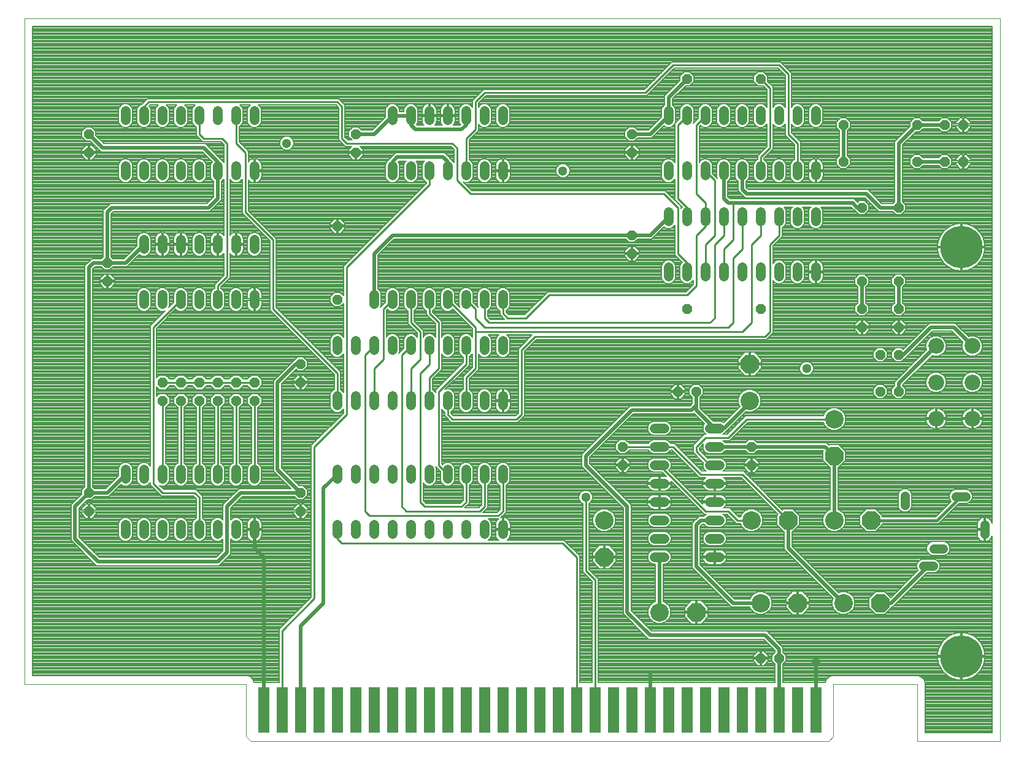
<source format=gbl>
G75*
%MOIN*%
%OFA0B0*%
%FSLAX25Y25*%
%IPPOS*%
%LPD*%
%AMOC8*
5,1,8,0,0,1.08239X$1,22.5*
%
%ADD10C,0.00000*%
%ADD11OC8,0.05200*%
%ADD12C,0.10000*%
%ADD13OC8,0.10000*%
%ADD14C,0.05200*%
%ADD15OC8,0.05600*%
%ADD16C,0.08600*%
%ADD17R,0.06000X0.24500*%
%ADD18C,0.05150*%
%ADD19C,0.23000*%
%ADD20C,0.00800*%
%ADD21C,0.02000*%
%ADD22C,0.05118*%
%ADD23C,0.01000*%
%ADD24C,0.01500*%
D10*
X0011400Y0051000D02*
X0011400Y0413000D01*
X0541400Y0413000D01*
X0541400Y0020000D01*
X0496400Y0020000D01*
X0496400Y0051000D01*
X0450900Y0051000D01*
X0450900Y0022500D01*
X0448400Y0020000D01*
X0134400Y0020000D01*
X0131900Y0022500D01*
X0131900Y0051000D01*
X0011400Y0051000D01*
D11*
X0046400Y0145000D03*
X0046400Y0155000D03*
X0161400Y0155000D03*
X0161400Y0145000D03*
X0161400Y0215000D03*
X0161400Y0225000D03*
X0181400Y0260000D03*
X0181400Y0300000D03*
X0191400Y0340000D03*
X0191400Y0350000D03*
X0056400Y0280000D03*
X0056400Y0270000D03*
X0046400Y0340000D03*
X0046400Y0350000D03*
X0336400Y0180000D03*
X0336400Y0170000D03*
X0366400Y0210000D03*
X0376400Y0210000D03*
X0406400Y0180000D03*
X0406400Y0170000D03*
X0476400Y0210000D03*
X0486400Y0210000D03*
X0486400Y0230000D03*
X0476400Y0230000D03*
X0466400Y0245000D03*
X0466400Y0255000D03*
X0466400Y0270000D03*
X0486400Y0270000D03*
X0486400Y0255000D03*
X0486400Y0245000D03*
X0411400Y0255000D03*
X0371400Y0255000D03*
X0341400Y0285000D03*
X0341400Y0295000D03*
X0341400Y0340000D03*
X0341400Y0350000D03*
X0371400Y0380000D03*
X0411400Y0380000D03*
X0456400Y0355000D03*
X0456400Y0335000D03*
X0466400Y0310000D03*
X0486400Y0310000D03*
X0496400Y0335000D03*
X0511400Y0335000D03*
X0521400Y0335000D03*
X0521400Y0355000D03*
X0511400Y0355000D03*
X0496400Y0355000D03*
X0421400Y0065000D03*
X0411400Y0065000D03*
D12*
X0411400Y0095000D03*
X0456400Y0095000D03*
X0451400Y0140000D03*
X0406400Y0140000D03*
X0356400Y0090000D03*
X0326400Y0140000D03*
X0405400Y0205000D03*
X0451400Y0195000D03*
D13*
X0451400Y0175000D03*
X0471400Y0140000D03*
X0426400Y0140000D03*
X0431400Y0095000D03*
X0476400Y0095000D03*
X0376400Y0090000D03*
X0326400Y0120000D03*
X0405400Y0225000D03*
D14*
X0389000Y0190000D02*
X0383800Y0190000D01*
X0383800Y0180000D02*
X0389000Y0180000D01*
X0389000Y0170000D02*
X0383800Y0170000D01*
X0383800Y0160000D02*
X0389000Y0160000D01*
X0389000Y0150000D02*
X0383800Y0150000D01*
X0383800Y0140000D02*
X0389000Y0140000D01*
X0389000Y0130000D02*
X0383800Y0130000D01*
X0383800Y0120000D02*
X0389000Y0120000D01*
X0359000Y0120000D02*
X0353800Y0120000D01*
X0353800Y0130000D02*
X0359000Y0130000D01*
X0359000Y0140000D02*
X0353800Y0140000D01*
X0353800Y0150000D02*
X0359000Y0150000D01*
X0359000Y0160000D02*
X0353800Y0160000D01*
X0353800Y0170000D02*
X0359000Y0170000D01*
X0359000Y0180000D02*
X0353800Y0180000D01*
X0353800Y0190000D02*
X0359000Y0190000D01*
X0271400Y0202400D02*
X0271400Y0207600D01*
X0261400Y0207600D02*
X0261400Y0202400D01*
X0251400Y0202400D02*
X0251400Y0207600D01*
X0241400Y0207600D02*
X0241400Y0202400D01*
X0231400Y0202400D02*
X0231400Y0207600D01*
X0221400Y0207600D02*
X0221400Y0202400D01*
X0211400Y0202400D02*
X0211400Y0207600D01*
X0201400Y0207600D02*
X0201400Y0202400D01*
X0191400Y0202400D02*
X0191400Y0207600D01*
X0181400Y0207600D02*
X0181400Y0202400D01*
X0181400Y0232400D02*
X0181400Y0237600D01*
X0191400Y0237600D02*
X0191400Y0232400D01*
X0201400Y0232400D02*
X0201400Y0237600D01*
X0211400Y0237600D02*
X0211400Y0232400D01*
X0221400Y0232400D02*
X0221400Y0237600D01*
X0231400Y0237600D02*
X0231400Y0232400D01*
X0241400Y0232400D02*
X0241400Y0237600D01*
X0251400Y0237600D02*
X0251400Y0232400D01*
X0261400Y0232400D02*
X0261400Y0237600D01*
X0271400Y0237600D02*
X0271400Y0232400D01*
X0271400Y0257400D02*
X0271400Y0262600D01*
X0261400Y0262600D02*
X0261400Y0257400D01*
X0251400Y0257400D02*
X0251400Y0262600D01*
X0241400Y0262600D02*
X0241400Y0257400D01*
X0231400Y0257400D02*
X0231400Y0262600D01*
X0221400Y0262600D02*
X0221400Y0257400D01*
X0211400Y0257400D02*
X0211400Y0262600D01*
X0201400Y0262600D02*
X0201400Y0257400D01*
X0136400Y0257400D02*
X0136400Y0262600D01*
X0126400Y0262600D02*
X0126400Y0257400D01*
X0116400Y0257400D02*
X0116400Y0262600D01*
X0106400Y0262600D02*
X0106400Y0257400D01*
X0096400Y0257400D02*
X0096400Y0262600D01*
X0086400Y0262600D02*
X0086400Y0257400D01*
X0076400Y0257400D02*
X0076400Y0262600D01*
X0076400Y0287400D02*
X0076400Y0292600D01*
X0086400Y0292600D02*
X0086400Y0287400D01*
X0096400Y0287400D02*
X0096400Y0292600D01*
X0106400Y0292600D02*
X0106400Y0287400D01*
X0116400Y0287400D02*
X0116400Y0292600D01*
X0126400Y0292600D02*
X0126400Y0287400D01*
X0136400Y0287400D02*
X0136400Y0292600D01*
X0136400Y0327400D02*
X0136400Y0332600D01*
X0126400Y0332600D02*
X0126400Y0327400D01*
X0116400Y0327400D02*
X0116400Y0332600D01*
X0106400Y0332600D02*
X0106400Y0327400D01*
X0096400Y0327400D02*
X0096400Y0332600D01*
X0086400Y0332600D02*
X0086400Y0327400D01*
X0076400Y0327400D02*
X0076400Y0332600D01*
X0066400Y0332600D02*
X0066400Y0327400D01*
X0066400Y0357400D02*
X0066400Y0362600D01*
X0076400Y0362600D02*
X0076400Y0357400D01*
X0086400Y0357400D02*
X0086400Y0362600D01*
X0096400Y0362600D02*
X0096400Y0357400D01*
X0106400Y0357400D02*
X0106400Y0362600D01*
X0116400Y0362600D02*
X0116400Y0357400D01*
X0126400Y0357400D02*
X0126400Y0362600D01*
X0136400Y0362600D02*
X0136400Y0357400D01*
X0211400Y0357400D02*
X0211400Y0362600D01*
X0221400Y0362600D02*
X0221400Y0357400D01*
X0231400Y0357400D02*
X0231400Y0362600D01*
X0241400Y0362600D02*
X0241400Y0357400D01*
X0251400Y0357400D02*
X0251400Y0362600D01*
X0261400Y0362600D02*
X0261400Y0357400D01*
X0271400Y0357400D02*
X0271400Y0362600D01*
X0271400Y0332600D02*
X0271400Y0327400D01*
X0261400Y0327400D02*
X0261400Y0332600D01*
X0251400Y0332600D02*
X0251400Y0327400D01*
X0241400Y0327400D02*
X0241400Y0332600D01*
X0231400Y0332600D02*
X0231400Y0327400D01*
X0221400Y0327400D02*
X0221400Y0332600D01*
X0211400Y0332600D02*
X0211400Y0327400D01*
X0361400Y0327400D02*
X0361400Y0332600D01*
X0371400Y0332600D02*
X0371400Y0327400D01*
X0381400Y0327400D02*
X0381400Y0332600D01*
X0391400Y0332600D02*
X0391400Y0327400D01*
X0401400Y0327400D02*
X0401400Y0332600D01*
X0411400Y0332600D02*
X0411400Y0327400D01*
X0421400Y0327400D02*
X0421400Y0332600D01*
X0431400Y0332600D02*
X0431400Y0327400D01*
X0441400Y0327400D02*
X0441400Y0332600D01*
X0441400Y0357400D02*
X0441400Y0362600D01*
X0431400Y0362600D02*
X0431400Y0357400D01*
X0421400Y0357400D02*
X0421400Y0362600D01*
X0411400Y0362600D02*
X0411400Y0357400D01*
X0401400Y0357400D02*
X0401400Y0362600D01*
X0391400Y0362600D02*
X0391400Y0357400D01*
X0381400Y0357400D02*
X0381400Y0362600D01*
X0371400Y0362600D02*
X0371400Y0357400D01*
X0361400Y0357400D02*
X0361400Y0362600D01*
X0361400Y0307600D02*
X0361400Y0302400D01*
X0371400Y0302400D02*
X0371400Y0307600D01*
X0381400Y0307600D02*
X0381400Y0302400D01*
X0391400Y0302400D02*
X0391400Y0307600D01*
X0401400Y0307600D02*
X0401400Y0302400D01*
X0411400Y0302400D02*
X0411400Y0307600D01*
X0421400Y0307600D02*
X0421400Y0302400D01*
X0431400Y0302400D02*
X0431400Y0307600D01*
X0441400Y0307600D02*
X0441400Y0302400D01*
X0441400Y0277600D02*
X0441400Y0272400D01*
X0431400Y0272400D02*
X0431400Y0277600D01*
X0421400Y0277600D02*
X0421400Y0272400D01*
X0411400Y0272400D02*
X0411400Y0277600D01*
X0401400Y0277600D02*
X0401400Y0272400D01*
X0391400Y0272400D02*
X0391400Y0277600D01*
X0381400Y0277600D02*
X0381400Y0272400D01*
X0371400Y0272400D02*
X0371400Y0277600D01*
X0361400Y0277600D02*
X0361400Y0272400D01*
X0271400Y0167600D02*
X0271400Y0162400D01*
X0261400Y0162400D02*
X0261400Y0167600D01*
X0251400Y0167600D02*
X0251400Y0162400D01*
X0241400Y0162400D02*
X0241400Y0167600D01*
X0231400Y0167600D02*
X0231400Y0162400D01*
X0221400Y0162400D02*
X0221400Y0167600D01*
X0211400Y0167600D02*
X0211400Y0162400D01*
X0201400Y0162400D02*
X0201400Y0167600D01*
X0191400Y0167600D02*
X0191400Y0162400D01*
X0181400Y0162400D02*
X0181400Y0167600D01*
X0181400Y0137600D02*
X0181400Y0132400D01*
X0191400Y0132400D02*
X0191400Y0137600D01*
X0201400Y0137600D02*
X0201400Y0132400D01*
X0211400Y0132400D02*
X0211400Y0137600D01*
X0221400Y0137600D02*
X0221400Y0132400D01*
X0231400Y0132400D02*
X0231400Y0137600D01*
X0241400Y0137600D02*
X0241400Y0132400D01*
X0251400Y0132400D02*
X0251400Y0137600D01*
X0261400Y0137600D02*
X0261400Y0132400D01*
X0271400Y0132400D02*
X0271400Y0137600D01*
X0136400Y0137600D02*
X0136400Y0132400D01*
X0126400Y0132400D02*
X0126400Y0137600D01*
X0116400Y0137600D02*
X0116400Y0132400D01*
X0106400Y0132400D02*
X0106400Y0137600D01*
X0096400Y0137600D02*
X0096400Y0132400D01*
X0086400Y0132400D02*
X0086400Y0137600D01*
X0076400Y0137600D02*
X0076400Y0132400D01*
X0066400Y0132400D02*
X0066400Y0137600D01*
X0066400Y0162400D02*
X0066400Y0167600D01*
X0076400Y0167600D02*
X0076400Y0162400D01*
X0086400Y0162400D02*
X0086400Y0167600D01*
X0096400Y0167600D02*
X0096400Y0162400D01*
X0106400Y0162400D02*
X0106400Y0167600D01*
X0116400Y0167600D02*
X0116400Y0162400D01*
X0126400Y0162400D02*
X0126400Y0167600D01*
X0136400Y0167600D02*
X0136400Y0162400D01*
D15*
X0136400Y0205000D03*
X0136400Y0215000D03*
X0126400Y0215000D03*
X0116400Y0215000D03*
X0116400Y0205000D03*
X0126400Y0205000D03*
X0106400Y0205000D03*
X0106400Y0215000D03*
X0096400Y0215000D03*
X0096400Y0205000D03*
X0086400Y0205000D03*
X0086400Y0215000D03*
D16*
X0506715Y0215000D03*
X0526400Y0215000D03*
X0526400Y0195315D03*
X0506715Y0195315D03*
X0506715Y0234685D03*
X0526400Y0234685D03*
D17*
X0441400Y0037000D03*
X0431400Y0037000D03*
X0421400Y0037000D03*
X0411400Y0037000D03*
X0401400Y0037000D03*
X0391400Y0037000D03*
X0381400Y0037000D03*
X0371400Y0037000D03*
X0361400Y0037000D03*
X0351400Y0037000D03*
X0341400Y0037000D03*
X0331400Y0037000D03*
X0321400Y0037000D03*
X0311400Y0037000D03*
X0301400Y0037000D03*
X0291400Y0037000D03*
X0281400Y0037000D03*
X0271400Y0037000D03*
X0261400Y0037000D03*
X0251400Y0037000D03*
X0241400Y0037000D03*
X0231400Y0037000D03*
X0221400Y0037000D03*
X0211400Y0037000D03*
X0201400Y0037000D03*
X0191400Y0037000D03*
X0181400Y0037000D03*
X0171400Y0037000D03*
X0161400Y0037000D03*
X0151400Y0037000D03*
X0141400Y0037000D03*
D18*
X0489825Y0148173D02*
X0489825Y0153323D01*
X0517565Y0152913D02*
X0522715Y0152913D01*
X0533132Y0137575D02*
X0533132Y0132425D01*
X0510510Y0124567D02*
X0505361Y0124567D01*
X0504998Y0115118D02*
X0499849Y0115118D01*
D19*
X0520400Y0066000D03*
X0520400Y0288500D03*
D20*
X0520800Y0288300D02*
X0537000Y0288300D01*
X0537000Y0289098D02*
X0533300Y0289098D01*
X0533300Y0289134D02*
X0533176Y0290395D01*
X0532928Y0291638D01*
X0532561Y0292851D01*
X0532076Y0294022D01*
X0531478Y0295140D01*
X0530774Y0296194D01*
X0529970Y0297174D01*
X0529074Y0298070D01*
X0528094Y0298874D01*
X0527040Y0299578D01*
X0525922Y0300176D01*
X0524751Y0300661D01*
X0523538Y0301028D01*
X0522295Y0301276D01*
X0521034Y0301400D01*
X0520800Y0301400D01*
X0520800Y0288900D01*
X0533300Y0288900D01*
X0533300Y0289134D01*
X0533225Y0289897D02*
X0537000Y0289897D01*
X0537000Y0290695D02*
X0533116Y0290695D01*
X0532957Y0291494D02*
X0537000Y0291494D01*
X0537000Y0292292D02*
X0532730Y0292292D01*
X0532461Y0293091D02*
X0537000Y0293091D01*
X0537000Y0293889D02*
X0532130Y0293889D01*
X0531720Y0294688D02*
X0537000Y0294688D01*
X0537000Y0295486D02*
X0531247Y0295486D01*
X0530699Y0296285D02*
X0537000Y0296285D01*
X0537000Y0297083D02*
X0530044Y0297083D01*
X0529261Y0297882D02*
X0537000Y0297882D01*
X0537000Y0298680D02*
X0528329Y0298680D01*
X0527188Y0299479D02*
X0537000Y0299479D01*
X0537000Y0300277D02*
X0525676Y0300277D01*
X0523299Y0301076D02*
X0537000Y0301076D01*
X0537000Y0301874D02*
X0445200Y0301874D01*
X0445200Y0301644D02*
X0445200Y0308356D01*
X0444621Y0309753D01*
X0444074Y0310300D01*
X0460489Y0310300D01*
X0462989Y0307800D01*
X0463226Y0307800D01*
X0464826Y0306200D01*
X0467974Y0306200D01*
X0470200Y0308426D01*
X0470200Y0311574D01*
X0467974Y0313800D01*
X0464826Y0313800D01*
X0464019Y0312993D01*
X0463600Y0313411D01*
X0462311Y0314700D01*
X0394811Y0314700D01*
X0393600Y0315911D01*
X0393600Y0324226D01*
X0394621Y0325247D01*
X0395200Y0326644D01*
X0395200Y0333356D01*
X0394621Y0334753D01*
X0393553Y0335821D01*
X0392156Y0336400D01*
X0390644Y0336400D01*
X0389247Y0335821D01*
X0388179Y0334753D01*
X0387600Y0333356D01*
X0387600Y0326644D01*
X0387911Y0325893D01*
X0385200Y0328604D01*
X0385200Y0333356D01*
X0384621Y0334753D01*
X0383553Y0335821D01*
X0382156Y0336400D01*
X0380644Y0336400D01*
X0379247Y0335821D01*
X0378179Y0334753D01*
X0378100Y0334563D01*
X0378100Y0354296D01*
X0378615Y0354811D01*
X0379247Y0354179D01*
X0380644Y0353600D01*
X0382156Y0353600D01*
X0383553Y0354179D01*
X0384621Y0355247D01*
X0385200Y0356644D01*
X0385200Y0363356D01*
X0384621Y0364753D01*
X0383553Y0365821D01*
X0382156Y0366400D01*
X0380644Y0366400D01*
X0379247Y0365821D01*
X0378179Y0364753D01*
X0377600Y0363356D01*
X0377600Y0358604D01*
X0374889Y0355893D01*
X0375200Y0356644D01*
X0375200Y0363356D01*
X0374621Y0364753D01*
X0373553Y0365821D01*
X0372156Y0366400D01*
X0370644Y0366400D01*
X0369247Y0365821D01*
X0368179Y0364753D01*
X0367600Y0363356D01*
X0367600Y0358604D01*
X0364889Y0355893D01*
X0365200Y0356644D01*
X0365200Y0363356D01*
X0364621Y0364753D01*
X0363600Y0365774D01*
X0363600Y0369089D01*
X0370711Y0376200D01*
X0372974Y0376200D01*
X0375200Y0378426D01*
X0375200Y0381574D01*
X0372974Y0383800D01*
X0369826Y0383800D01*
X0367600Y0381574D01*
X0367600Y0379311D01*
X0359200Y0370911D01*
X0359200Y0365774D01*
X0358179Y0364753D01*
X0357600Y0363356D01*
X0357600Y0359311D01*
X0350489Y0352200D01*
X0344574Y0352200D01*
X0342974Y0353800D01*
X0339826Y0353800D01*
X0337600Y0351574D01*
X0337600Y0348426D01*
X0339826Y0346200D01*
X0342974Y0346200D01*
X0344574Y0347800D01*
X0352311Y0347800D01*
X0358969Y0354457D01*
X0359247Y0354179D01*
X0360644Y0353600D01*
X0362156Y0353600D01*
X0363553Y0354179D01*
X0364621Y0355247D01*
X0364700Y0355437D01*
X0364700Y0334563D01*
X0364621Y0334753D01*
X0363553Y0335821D01*
X0362156Y0336400D01*
X0360644Y0336400D01*
X0359247Y0335821D01*
X0358179Y0334753D01*
X0357600Y0333356D01*
X0357600Y0326644D01*
X0358179Y0325247D01*
X0359247Y0324179D01*
X0360644Y0323600D01*
X0362156Y0323600D01*
X0363553Y0324179D01*
X0364621Y0325247D01*
X0364700Y0325437D01*
X0364700Y0314296D01*
X0365696Y0313300D01*
X0368711Y0310285D01*
X0368179Y0309753D01*
X0368100Y0309563D01*
X0368100Y0310704D01*
X0360600Y0318204D01*
X0360600Y0318204D01*
X0359604Y0319200D01*
X0254604Y0319200D01*
X0249893Y0323911D01*
X0250644Y0323600D01*
X0252156Y0323600D01*
X0253553Y0324179D01*
X0254621Y0325247D01*
X0255200Y0326644D01*
X0255200Y0333356D01*
X0254621Y0334753D01*
X0253553Y0335821D01*
X0253100Y0336009D01*
X0253100Y0346796D01*
X0258100Y0351796D01*
X0258100Y0355437D01*
X0258179Y0355247D01*
X0259247Y0354179D01*
X0260644Y0353600D01*
X0262156Y0353600D01*
X0263553Y0354179D01*
X0264621Y0355247D01*
X0265200Y0356644D01*
X0265200Y0363356D01*
X0264621Y0364753D01*
X0263553Y0365821D01*
X0262156Y0366400D01*
X0260644Y0366400D01*
X0259247Y0365821D01*
X0258179Y0364753D01*
X0258100Y0364563D01*
X0258100Y0366796D01*
X0262104Y0370800D01*
X0349604Y0370800D01*
X0364604Y0385800D01*
X0420696Y0385800D01*
X0424700Y0381796D01*
X0424700Y0364563D01*
X0424621Y0364753D01*
X0423553Y0365821D01*
X0422156Y0366400D01*
X0420644Y0366400D01*
X0419247Y0365821D01*
X0418179Y0364753D01*
X0418100Y0364563D01*
X0418100Y0375704D01*
X0415200Y0378604D01*
X0415200Y0381574D01*
X0412974Y0383800D01*
X0409826Y0383800D01*
X0407600Y0381574D01*
X0407600Y0378426D01*
X0409826Y0376200D01*
X0412796Y0376200D01*
X0414700Y0374296D01*
X0414700Y0364563D01*
X0414621Y0364753D01*
X0413553Y0365821D01*
X0412156Y0366400D01*
X0410644Y0366400D01*
X0409247Y0365821D01*
X0408179Y0364753D01*
X0407600Y0363356D01*
X0407600Y0356644D01*
X0408179Y0355247D01*
X0409247Y0354179D01*
X0410644Y0353600D01*
X0412156Y0353600D01*
X0413553Y0354179D01*
X0414621Y0355247D01*
X0414700Y0355437D01*
X0414700Y0343204D01*
X0409700Y0338204D01*
X0409700Y0336009D01*
X0409247Y0335821D01*
X0408179Y0334753D01*
X0407600Y0333356D01*
X0407600Y0326644D01*
X0408179Y0325247D01*
X0409247Y0324179D01*
X0410644Y0323600D01*
X0412156Y0323600D01*
X0413553Y0324179D01*
X0414621Y0325247D01*
X0415200Y0326644D01*
X0415200Y0333356D01*
X0414621Y0334753D01*
X0413553Y0335821D01*
X0413100Y0336009D01*
X0413100Y0336796D01*
X0417104Y0340800D01*
X0418100Y0341796D01*
X0418100Y0355437D01*
X0418179Y0355247D01*
X0419247Y0354179D01*
X0420644Y0353600D01*
X0422156Y0353600D01*
X0423553Y0354179D01*
X0424621Y0355247D01*
X0424700Y0355437D01*
X0424700Y0349296D01*
X0425696Y0348300D01*
X0429700Y0344296D01*
X0429700Y0336009D01*
X0429247Y0335821D01*
X0428179Y0334753D01*
X0427600Y0333356D01*
X0427600Y0326644D01*
X0428179Y0325247D01*
X0429247Y0324179D01*
X0430644Y0323600D01*
X0432156Y0323600D01*
X0433553Y0324179D01*
X0434621Y0325247D01*
X0435200Y0326644D01*
X0435200Y0333356D01*
X0434621Y0334753D01*
X0433553Y0335821D01*
X0433100Y0336009D01*
X0433100Y0345704D01*
X0428100Y0350704D01*
X0428100Y0355437D01*
X0428179Y0355247D01*
X0429247Y0354179D01*
X0430644Y0353600D01*
X0432156Y0353600D01*
X0433553Y0354179D01*
X0434621Y0355247D01*
X0435200Y0356644D01*
X0435200Y0363356D01*
X0434621Y0364753D01*
X0433553Y0365821D01*
X0432156Y0366400D01*
X0430644Y0366400D01*
X0429247Y0365821D01*
X0428179Y0364753D01*
X0428100Y0364563D01*
X0428100Y0383204D01*
X0423100Y0388204D01*
X0422104Y0389200D01*
X0363196Y0389200D01*
X0362200Y0388204D01*
X0348196Y0374200D01*
X0260696Y0374200D01*
X0259700Y0373204D01*
X0254700Y0368204D01*
X0254700Y0364563D01*
X0254621Y0364753D01*
X0253553Y0365821D01*
X0252156Y0366400D01*
X0250644Y0366400D01*
X0249247Y0365821D01*
X0248179Y0364753D01*
X0247600Y0363356D01*
X0247600Y0356644D01*
X0248179Y0355247D01*
X0248357Y0355069D01*
X0247989Y0354700D01*
X0244357Y0354700D01*
X0244507Y0354850D01*
X0244945Y0355505D01*
X0245246Y0356233D01*
X0245400Y0357006D01*
X0245400Y0359600D01*
X0241800Y0359600D01*
X0241800Y0360400D01*
X0241000Y0360400D01*
X0241000Y0366599D01*
X0240233Y0366446D01*
X0239505Y0366145D01*
X0238850Y0365707D01*
X0238293Y0365150D01*
X0237855Y0364495D01*
X0237554Y0363767D01*
X0237400Y0362994D01*
X0237400Y0360400D01*
X0241000Y0360400D01*
X0241000Y0359600D01*
X0237400Y0359600D01*
X0237400Y0357006D01*
X0237554Y0356233D01*
X0237855Y0355505D01*
X0238293Y0354850D01*
X0238443Y0354700D01*
X0234357Y0354700D01*
X0234507Y0354850D01*
X0234945Y0355505D01*
X0235246Y0356233D01*
X0235400Y0357006D01*
X0235400Y0359600D01*
X0231800Y0359600D01*
X0231800Y0360400D01*
X0231000Y0360400D01*
X0231000Y0366599D01*
X0230233Y0366446D01*
X0229505Y0366145D01*
X0228850Y0365707D01*
X0228293Y0365150D01*
X0227855Y0364495D01*
X0227554Y0363767D01*
X0227400Y0362994D01*
X0227400Y0360400D01*
X0231000Y0360400D01*
X0231000Y0359600D01*
X0227400Y0359600D01*
X0227400Y0357006D01*
X0227554Y0356233D01*
X0227855Y0355505D01*
X0228293Y0354850D01*
X0228443Y0354700D01*
X0224811Y0354700D01*
X0224443Y0355069D01*
X0224621Y0355247D01*
X0225200Y0356644D01*
X0225200Y0363356D01*
X0224621Y0364753D01*
X0223553Y0365821D01*
X0222156Y0366400D01*
X0220644Y0366400D01*
X0219247Y0365821D01*
X0218179Y0364753D01*
X0217600Y0363356D01*
X0217600Y0362200D01*
X0215200Y0362200D01*
X0215200Y0363356D01*
X0214621Y0364753D01*
X0213553Y0365821D01*
X0212156Y0366400D01*
X0210644Y0366400D01*
X0209247Y0365821D01*
X0208179Y0364753D01*
X0207600Y0363356D01*
X0207600Y0359311D01*
X0200489Y0352200D01*
X0194574Y0352200D01*
X0192974Y0353800D01*
X0189826Y0353800D01*
X0187600Y0351574D01*
X0187600Y0348426D01*
X0189326Y0346700D01*
X0187104Y0346700D01*
X0185600Y0348204D01*
X0185600Y0365704D01*
X0184604Y0366700D01*
X0183100Y0368204D01*
X0182104Y0369200D01*
X0078196Y0369200D01*
X0075696Y0366700D01*
X0075220Y0366224D01*
X0074247Y0365821D01*
X0073179Y0364753D01*
X0072600Y0363356D01*
X0072600Y0356644D01*
X0073179Y0355247D01*
X0074247Y0354179D01*
X0075644Y0353600D01*
X0077156Y0353600D01*
X0078553Y0354179D01*
X0079621Y0355247D01*
X0080200Y0356644D01*
X0080200Y0363356D01*
X0079621Y0364753D01*
X0079089Y0365285D01*
X0079604Y0365800D01*
X0084226Y0365800D01*
X0083179Y0364753D01*
X0082600Y0363356D01*
X0082600Y0356644D01*
X0083179Y0355247D01*
X0084247Y0354179D01*
X0085644Y0353600D01*
X0087156Y0353600D01*
X0088553Y0354179D01*
X0089621Y0355247D01*
X0090200Y0356644D01*
X0090200Y0363356D01*
X0089621Y0364753D01*
X0088574Y0365800D01*
X0094226Y0365800D01*
X0093179Y0364753D01*
X0092600Y0363356D01*
X0092600Y0356644D01*
X0093179Y0355247D01*
X0094247Y0354179D01*
X0095644Y0353600D01*
X0097156Y0353600D01*
X0098553Y0354179D01*
X0099621Y0355247D01*
X0100200Y0356644D01*
X0100200Y0363356D01*
X0099621Y0364753D01*
X0098574Y0365800D01*
X0104226Y0365800D01*
X0103179Y0364753D01*
X0102600Y0363356D01*
X0102600Y0356644D01*
X0103179Y0355247D01*
X0104247Y0354179D01*
X0104700Y0353991D01*
X0104700Y0349296D01*
X0105696Y0348300D01*
X0108196Y0345800D01*
X0118196Y0345800D01*
X0119700Y0344296D01*
X0119700Y0334563D01*
X0119621Y0334753D01*
X0118600Y0335774D01*
X0118600Y0335911D01*
X0111100Y0343411D01*
X0109811Y0344700D01*
X0054811Y0344700D01*
X0050200Y0349311D01*
X0050200Y0351574D01*
X0047974Y0353800D01*
X0044826Y0353800D01*
X0042600Y0351574D01*
X0042600Y0348426D01*
X0044826Y0346200D01*
X0047089Y0346200D01*
X0052989Y0340300D01*
X0107989Y0340300D01*
X0113357Y0334931D01*
X0113179Y0334753D01*
X0112600Y0333356D01*
X0112600Y0326644D01*
X0113179Y0325247D01*
X0114200Y0324226D01*
X0114200Y0315911D01*
X0110489Y0312200D01*
X0057989Y0312200D01*
X0056700Y0310911D01*
X0054200Y0308411D01*
X0054200Y0283174D01*
X0053226Y0282200D01*
X0047989Y0282200D01*
X0046700Y0280911D01*
X0044200Y0278411D01*
X0044200Y0158174D01*
X0042600Y0156574D01*
X0042600Y0154311D01*
X0036700Y0148411D01*
X0036700Y0129089D01*
X0037989Y0127800D01*
X0050489Y0115300D01*
X0117311Y0115300D01*
X0118600Y0116589D01*
X0123600Y0121589D01*
X0123600Y0129826D01*
X0124247Y0129179D01*
X0125644Y0128600D01*
X0127156Y0128600D01*
X0128553Y0129179D01*
X0129621Y0130247D01*
X0130200Y0131644D01*
X0130200Y0138356D01*
X0129621Y0139753D01*
X0128553Y0140821D01*
X0127156Y0141400D01*
X0125644Y0141400D01*
X0124247Y0140821D01*
X0123600Y0140174D01*
X0123600Y0146589D01*
X0129811Y0152800D01*
X0158226Y0152800D01*
X0159826Y0151200D01*
X0162974Y0151200D01*
X0165200Y0153426D01*
X0165200Y0156574D01*
X0162974Y0158800D01*
X0160711Y0158800D01*
X0151100Y0168411D01*
X0151100Y0214089D01*
X0159019Y0222007D01*
X0159826Y0221200D01*
X0162974Y0221200D01*
X0165200Y0223426D01*
X0165200Y0226574D01*
X0162974Y0228800D01*
X0159826Y0228800D01*
X0158226Y0227200D01*
X0157989Y0227200D01*
X0147989Y0217200D01*
X0146700Y0215911D01*
X0146700Y0166589D01*
X0156089Y0157200D01*
X0127989Y0157200D01*
X0120489Y0149700D01*
X0119200Y0148411D01*
X0119200Y0140174D01*
X0118553Y0140821D01*
X0117156Y0141400D01*
X0115644Y0141400D01*
X0114247Y0140821D01*
X0113179Y0139753D01*
X0112600Y0138356D01*
X0112600Y0131644D01*
X0113179Y0130247D01*
X0114247Y0129179D01*
X0115644Y0128600D01*
X0117156Y0128600D01*
X0118553Y0129179D01*
X0119200Y0129826D01*
X0119200Y0123411D01*
X0115489Y0119700D01*
X0052311Y0119700D01*
X0041100Y0130911D01*
X0041100Y0146589D01*
X0045711Y0151200D01*
X0047974Y0151200D01*
X0049574Y0152800D01*
X0057311Y0152800D01*
X0063969Y0159457D01*
X0064247Y0159179D01*
X0065644Y0158600D01*
X0067156Y0158600D01*
X0068553Y0159179D01*
X0069621Y0160247D01*
X0070200Y0161644D01*
X0070200Y0168356D01*
X0069621Y0169753D01*
X0068553Y0170821D01*
X0067156Y0171400D01*
X0065644Y0171400D01*
X0064247Y0170821D01*
X0063179Y0169753D01*
X0062600Y0168356D01*
X0062600Y0164311D01*
X0055489Y0157200D01*
X0049574Y0157200D01*
X0048600Y0158174D01*
X0048600Y0276589D01*
X0049811Y0277800D01*
X0053226Y0277800D01*
X0054826Y0276200D01*
X0057974Y0276200D01*
X0059574Y0277800D01*
X0067311Y0277800D01*
X0073969Y0284457D01*
X0074247Y0284179D01*
X0075644Y0283600D01*
X0077156Y0283600D01*
X0078553Y0284179D01*
X0079621Y0285247D01*
X0080200Y0286644D01*
X0080200Y0293356D01*
X0079621Y0294753D01*
X0078553Y0295821D01*
X0077156Y0296400D01*
X0075644Y0296400D01*
X0074247Y0295821D01*
X0073179Y0294753D01*
X0072600Y0293356D01*
X0072600Y0289311D01*
X0065489Y0282200D01*
X0059574Y0282200D01*
X0058600Y0283174D01*
X0058600Y0306589D01*
X0059811Y0307800D01*
X0112311Y0307800D01*
X0117311Y0312800D01*
X0118600Y0314089D01*
X0118600Y0324226D01*
X0119621Y0325247D01*
X0119700Y0325437D01*
X0119700Y0294861D01*
X0119507Y0295150D01*
X0118950Y0295707D01*
X0118295Y0296145D01*
X0117567Y0296446D01*
X0116800Y0296599D01*
X0116800Y0290400D01*
X0116000Y0290400D01*
X0116000Y0296599D01*
X0115233Y0296446D01*
X0114505Y0296145D01*
X0113850Y0295707D01*
X0113293Y0295150D01*
X0112855Y0294495D01*
X0112554Y0293767D01*
X0112400Y0292994D01*
X0112400Y0290400D01*
X0116000Y0290400D01*
X0116000Y0289600D01*
X0116800Y0289600D01*
X0116800Y0283401D01*
X0117567Y0283554D01*
X0118295Y0283855D01*
X0118950Y0284293D01*
X0119507Y0284850D01*
X0119700Y0285139D01*
X0119700Y0273204D01*
X0114700Y0268204D01*
X0114700Y0266009D01*
X0114247Y0265821D01*
X0113179Y0264753D01*
X0112600Y0263356D01*
X0112600Y0256644D01*
X0113179Y0255247D01*
X0114247Y0254179D01*
X0115644Y0253600D01*
X0117156Y0253600D01*
X0118553Y0254179D01*
X0119621Y0255247D01*
X0120200Y0256644D01*
X0120200Y0263356D01*
X0119621Y0264753D01*
X0118553Y0265821D01*
X0118100Y0266009D01*
X0118100Y0266796D01*
X0122104Y0270800D01*
X0122104Y0270800D01*
X0123100Y0271796D01*
X0123100Y0285139D01*
X0123293Y0284850D01*
X0123850Y0284293D01*
X0124505Y0283855D01*
X0125233Y0283554D01*
X0126000Y0283401D01*
X0126000Y0289600D01*
X0126800Y0289600D01*
X0126800Y0290400D01*
X0126000Y0290400D01*
X0126000Y0296599D01*
X0125233Y0296446D01*
X0124505Y0296145D01*
X0123850Y0295707D01*
X0123293Y0295150D01*
X0123100Y0294861D01*
X0123100Y0325437D01*
X0123179Y0325247D01*
X0124247Y0324179D01*
X0125644Y0323600D01*
X0127156Y0323600D01*
X0128553Y0324179D01*
X0129621Y0325247D01*
X0129700Y0325437D01*
X0129700Y0306796D01*
X0144700Y0291796D01*
X0144700Y0254296D01*
X0179700Y0219296D01*
X0179700Y0211009D01*
X0179247Y0210821D01*
X0178179Y0209753D01*
X0177600Y0208356D01*
X0177600Y0201644D01*
X0178179Y0200247D01*
X0179247Y0199179D01*
X0180644Y0198600D01*
X0182156Y0198600D01*
X0183553Y0199179D01*
X0184621Y0200247D01*
X0184700Y0200437D01*
X0184700Y0198204D01*
X0167200Y0180704D01*
X0167200Y0098204D01*
X0149700Y0080704D01*
X0149700Y0052000D01*
X0136248Y0052000D01*
X0135630Y0053492D01*
X0134392Y0054730D01*
X0132775Y0055400D01*
X0015800Y0055400D01*
X0015800Y0408600D01*
X0537000Y0408600D01*
X0537000Y0138505D01*
X0536954Y0138734D01*
X0536655Y0139458D01*
X0536220Y0140109D01*
X0535666Y0140662D01*
X0535015Y0141097D01*
X0534292Y0141397D01*
X0533524Y0141550D01*
X0533520Y0141550D01*
X0533520Y0135387D01*
X0532745Y0135387D01*
X0532745Y0134613D01*
X0529157Y0134613D01*
X0529157Y0132034D01*
X0529310Y0131266D01*
X0529610Y0130542D01*
X0530045Y0129891D01*
X0530598Y0129338D01*
X0531249Y0128903D01*
X0531973Y0128603D01*
X0532741Y0128450D01*
X0532745Y0128450D01*
X0532745Y0134613D01*
X0533520Y0134613D01*
X0533520Y0128450D01*
X0533524Y0128450D01*
X0534292Y0128603D01*
X0535015Y0128903D01*
X0535666Y0129338D01*
X0536220Y0129891D01*
X0536655Y0130542D01*
X0536954Y0131266D01*
X0537000Y0131495D01*
X0537000Y0052000D01*
X0500748Y0052000D01*
X0500130Y0053492D01*
X0498892Y0054730D01*
X0498241Y0055000D01*
X0513643Y0055000D01*
X0513760Y0054922D01*
X0514878Y0054324D01*
X0516049Y0053839D01*
X0517262Y0053472D01*
X0518505Y0053224D01*
X0519766Y0053100D01*
X0520000Y0053100D01*
X0520000Y0055000D01*
X0520800Y0055000D01*
X0520800Y0053100D01*
X0521034Y0053100D01*
X0522295Y0053224D01*
X0523538Y0053472D01*
X0524751Y0053839D01*
X0525922Y0054324D01*
X0527040Y0054922D01*
X0527157Y0055000D01*
X0537000Y0055000D01*
X0537000Y0024400D01*
X0500800Y0024400D01*
X0500800Y0051875D01*
X0500130Y0053492D01*
X0498892Y0054730D01*
X0497275Y0055400D01*
X0450025Y0055400D01*
X0448408Y0054730D01*
X0447170Y0053492D01*
X0446552Y0052000D01*
X0423600Y0052000D01*
X0423600Y0061826D01*
X0425200Y0063426D01*
X0425200Y0066574D01*
X0423600Y0068174D01*
X0423600Y0070911D01*
X0416100Y0078411D01*
X0414811Y0079700D01*
X0352311Y0079700D01*
X0341100Y0090911D01*
X0341100Y0148411D01*
X0318600Y0170911D01*
X0318600Y0174089D01*
X0342311Y0197800D01*
X0374811Y0197800D01*
X0375150Y0198139D01*
X0380857Y0192431D01*
X0380579Y0192153D01*
X0380000Y0190756D01*
X0380000Y0189244D01*
X0380579Y0187847D01*
X0381647Y0186779D01*
X0381837Y0186700D01*
X0380696Y0186700D01*
X0375696Y0181700D01*
X0374700Y0180704D01*
X0374700Y0176796D01*
X0380217Y0171279D01*
X0380000Y0170756D01*
X0380000Y0169244D01*
X0380579Y0167847D01*
X0381647Y0166779D01*
X0381837Y0166700D01*
X0379604Y0166700D01*
X0364604Y0181700D01*
X0362409Y0181700D01*
X0362221Y0182153D01*
X0361153Y0183221D01*
X0359756Y0183800D01*
X0353044Y0183800D01*
X0351647Y0183221D01*
X0350579Y0182153D01*
X0350391Y0181700D01*
X0340074Y0181700D01*
X0337974Y0183800D01*
X0334826Y0183800D01*
X0332600Y0181574D01*
X0332600Y0178426D01*
X0334826Y0176200D01*
X0337974Y0176200D01*
X0340074Y0178300D01*
X0350391Y0178300D01*
X0350579Y0177847D01*
X0351647Y0176779D01*
X0353044Y0176200D01*
X0359756Y0176200D01*
X0361153Y0176779D01*
X0362221Y0177847D01*
X0362409Y0178300D01*
X0363196Y0178300D01*
X0377200Y0164296D01*
X0378196Y0163300D01*
X0381539Y0163300D01*
X0381250Y0163107D01*
X0380693Y0162550D01*
X0380255Y0161895D01*
X0379954Y0161167D01*
X0379801Y0160400D01*
X0386000Y0160400D01*
X0386000Y0159600D01*
X0386800Y0159600D01*
X0386800Y0160400D01*
X0392999Y0160400D01*
X0392846Y0161167D01*
X0392545Y0161895D01*
X0392107Y0162550D01*
X0391550Y0163107D01*
X0391261Y0163300D01*
X0400696Y0163300D01*
X0420814Y0143182D01*
X0420200Y0142568D01*
X0420200Y0137432D01*
X0423832Y0133800D01*
X0424200Y0133800D01*
X0424200Y0124089D01*
X0450743Y0097545D01*
X0450200Y0096233D01*
X0450200Y0093767D01*
X0451144Y0091488D01*
X0452888Y0089744D01*
X0455167Y0088800D01*
X0457633Y0088800D01*
X0459912Y0089744D01*
X0461656Y0091488D01*
X0462600Y0093767D01*
X0462600Y0096233D01*
X0461656Y0098512D01*
X0459912Y0100256D01*
X0457633Y0101200D01*
X0455167Y0101200D01*
X0453855Y0100657D01*
X0428600Y0125911D01*
X0428600Y0133800D01*
X0428968Y0133800D01*
X0432600Y0137432D01*
X0432600Y0142568D01*
X0428968Y0146200D01*
X0423832Y0146200D01*
X0423218Y0145586D01*
X0402104Y0166700D01*
X0390963Y0166700D01*
X0391153Y0166779D01*
X0392221Y0167847D01*
X0392800Y0169244D01*
X0392800Y0170756D01*
X0392221Y0172153D01*
X0391153Y0173221D01*
X0389756Y0173800D01*
X0383044Y0173800D01*
X0382662Y0173642D01*
X0378100Y0178204D01*
X0378100Y0179296D01*
X0380311Y0181507D01*
X0380000Y0180756D01*
X0380000Y0179244D01*
X0380579Y0177847D01*
X0381647Y0176779D01*
X0383044Y0176200D01*
X0389756Y0176200D01*
X0391153Y0176779D01*
X0392174Y0177800D01*
X0403226Y0177800D01*
X0404826Y0176200D01*
X0407974Y0176200D01*
X0409574Y0177800D01*
X0445432Y0177800D01*
X0445200Y0177568D01*
X0445200Y0172432D01*
X0448832Y0168800D01*
X0449200Y0168800D01*
X0449200Y0145800D01*
X0447888Y0145256D01*
X0446144Y0143512D01*
X0445200Y0141233D01*
X0445200Y0138767D01*
X0446144Y0136488D01*
X0447888Y0134744D01*
X0450167Y0133800D01*
X0452633Y0133800D01*
X0454912Y0134744D01*
X0456656Y0136488D01*
X0457600Y0138767D01*
X0457600Y0141233D01*
X0456656Y0143512D01*
X0454912Y0145256D01*
X0453600Y0145800D01*
X0453600Y0168800D01*
X0453968Y0168800D01*
X0457600Y0172432D01*
X0457600Y0177568D01*
X0453968Y0181200D01*
X0448832Y0181200D01*
X0448572Y0180940D01*
X0447311Y0182200D01*
X0409574Y0182200D01*
X0407974Y0183800D01*
X0404826Y0183800D01*
X0403226Y0182200D01*
X0392174Y0182200D01*
X0391153Y0183221D01*
X0390963Y0183300D01*
X0394604Y0183300D01*
X0395600Y0184296D01*
X0404604Y0193300D01*
X0445393Y0193300D01*
X0446144Y0191488D01*
X0447888Y0189744D01*
X0450167Y0188800D01*
X0452633Y0188800D01*
X0454912Y0189744D01*
X0456656Y0191488D01*
X0457600Y0193767D01*
X0457600Y0196233D01*
X0456656Y0198512D01*
X0454912Y0200256D01*
X0452633Y0201200D01*
X0450167Y0201200D01*
X0447888Y0200256D01*
X0446144Y0198512D01*
X0445393Y0196700D01*
X0403196Y0196700D01*
X0393196Y0186700D01*
X0390963Y0186700D01*
X0391153Y0186779D01*
X0392174Y0187800D01*
X0392311Y0187800D01*
X0393600Y0189089D01*
X0403562Y0199051D01*
X0404167Y0198800D01*
X0406633Y0198800D01*
X0408912Y0199744D01*
X0410656Y0201488D01*
X0411600Y0203767D01*
X0411600Y0206233D01*
X0410656Y0208512D01*
X0408912Y0210256D01*
X0406633Y0211200D01*
X0404167Y0211200D01*
X0401888Y0210256D01*
X0400144Y0208512D01*
X0399200Y0206233D01*
X0399200Y0203767D01*
X0400036Y0201748D01*
X0391331Y0193043D01*
X0391153Y0193221D01*
X0389756Y0193800D01*
X0385711Y0193800D01*
X0378600Y0200911D01*
X0378600Y0206826D01*
X0380200Y0208426D01*
X0380200Y0211574D01*
X0377974Y0213800D01*
X0374826Y0213800D01*
X0372600Y0211574D01*
X0372600Y0208426D01*
X0374200Y0206826D01*
X0374200Y0203411D01*
X0372989Y0202200D01*
X0340489Y0202200D01*
X0339200Y0200911D01*
X0315489Y0177200D01*
X0315489Y0177200D01*
X0314200Y0175911D01*
X0314200Y0169089D01*
X0315489Y0167800D01*
X0336700Y0146589D01*
X0336700Y0089089D01*
X0350489Y0075300D01*
X0412989Y0075300D01*
X0419200Y0069089D01*
X0419200Y0068174D01*
X0417600Y0066574D01*
X0417600Y0063426D01*
X0419200Y0061826D01*
X0419200Y0052000D01*
X0323100Y0052000D01*
X0323100Y0108204D01*
X0318100Y0113204D01*
X0318100Y0149135D01*
X0318529Y0149313D01*
X0319587Y0150371D01*
X0320159Y0151752D01*
X0320159Y0153248D01*
X0319587Y0154629D01*
X0318529Y0155687D01*
X0317148Y0156259D01*
X0315652Y0156259D01*
X0314271Y0155687D01*
X0313213Y0154629D01*
X0312641Y0153248D01*
X0312641Y0151752D01*
X0313213Y0150371D01*
X0314271Y0149313D01*
X0314700Y0149135D01*
X0314700Y0111796D01*
X0315696Y0110800D01*
X0319700Y0106796D01*
X0319700Y0052000D01*
X0313100Y0052000D01*
X0313100Y0120704D01*
X0305600Y0128204D01*
X0304604Y0129200D01*
X0273811Y0129200D01*
X0273950Y0129293D01*
X0274507Y0129850D01*
X0274945Y0130505D01*
X0275246Y0131233D01*
X0275400Y0132006D01*
X0275400Y0134600D01*
X0271800Y0134600D01*
X0271800Y0135400D01*
X0271000Y0135400D01*
X0271000Y0141599D01*
X0270255Y0141451D01*
X0272104Y0143300D01*
X0273100Y0144296D01*
X0273100Y0158991D01*
X0273553Y0159179D01*
X0274621Y0160247D01*
X0275200Y0161644D01*
X0275200Y0168356D01*
X0274621Y0169753D01*
X0273553Y0170821D01*
X0272156Y0171400D01*
X0270644Y0171400D01*
X0269247Y0170821D01*
X0268179Y0169753D01*
X0267600Y0168356D01*
X0267600Y0161644D01*
X0268179Y0160247D01*
X0269247Y0159179D01*
X0269700Y0158991D01*
X0269700Y0145704D01*
X0268196Y0144200D01*
X0260504Y0144200D01*
X0260600Y0144296D01*
X0263100Y0146796D01*
X0263100Y0158991D01*
X0263553Y0159179D01*
X0264621Y0160247D01*
X0265200Y0161644D01*
X0265200Y0168356D01*
X0264621Y0169753D01*
X0263553Y0170821D01*
X0262156Y0171400D01*
X0260644Y0171400D01*
X0259247Y0170821D01*
X0258179Y0169753D01*
X0257600Y0168356D01*
X0257600Y0161644D01*
X0258179Y0160247D01*
X0259247Y0159179D01*
X0259700Y0158991D01*
X0259700Y0148204D01*
X0258196Y0146700D01*
X0250504Y0146700D01*
X0250600Y0146796D01*
X0253100Y0149296D01*
X0253100Y0158991D01*
X0253553Y0159179D01*
X0254621Y0160247D01*
X0255200Y0161644D01*
X0255200Y0168356D01*
X0254621Y0169753D01*
X0253553Y0170821D01*
X0252156Y0171400D01*
X0250644Y0171400D01*
X0249247Y0170821D01*
X0248179Y0169753D01*
X0247600Y0168356D01*
X0247600Y0161644D01*
X0248179Y0160247D01*
X0249247Y0159179D01*
X0249700Y0158991D01*
X0249700Y0150704D01*
X0248196Y0149200D01*
X0229604Y0149200D01*
X0228100Y0150704D01*
X0228100Y0160437D01*
X0228179Y0160247D01*
X0229247Y0159179D01*
X0230644Y0158600D01*
X0232156Y0158600D01*
X0233553Y0159179D01*
X0234621Y0160247D01*
X0235200Y0161644D01*
X0235200Y0168356D01*
X0234889Y0169107D01*
X0235696Y0168300D01*
X0237600Y0166396D01*
X0237600Y0161644D01*
X0238179Y0160247D01*
X0239247Y0159179D01*
X0240644Y0158600D01*
X0242156Y0158600D01*
X0243553Y0159179D01*
X0244621Y0160247D01*
X0245200Y0161644D01*
X0245200Y0168356D01*
X0244621Y0169753D01*
X0243553Y0170821D01*
X0242156Y0171400D01*
X0240644Y0171400D01*
X0239247Y0170821D01*
X0238615Y0170189D01*
X0238100Y0170704D01*
X0238100Y0200437D01*
X0238179Y0200247D01*
X0239247Y0199179D01*
X0239700Y0198991D01*
X0239700Y0196796D01*
X0240696Y0195800D01*
X0243196Y0193300D01*
X0279604Y0193300D01*
X0280600Y0194296D01*
X0283100Y0196796D01*
X0283100Y0231796D01*
X0289604Y0238300D01*
X0414604Y0238300D01*
X0418100Y0241796D01*
X0418100Y0270437D01*
X0418179Y0270247D01*
X0419247Y0269179D01*
X0420644Y0268600D01*
X0422156Y0268600D01*
X0423553Y0269179D01*
X0424621Y0270247D01*
X0425200Y0271644D01*
X0425200Y0278356D01*
X0424621Y0279753D01*
X0423553Y0280821D01*
X0422156Y0281400D01*
X0420644Y0281400D01*
X0419247Y0280821D01*
X0418179Y0279753D01*
X0418100Y0279563D01*
X0418100Y0289296D01*
X0423100Y0294296D01*
X0423100Y0298991D01*
X0423553Y0299179D01*
X0424621Y0300247D01*
X0425200Y0301644D01*
X0425200Y0308356D01*
X0424621Y0309753D01*
X0424074Y0310300D01*
X0428726Y0310300D01*
X0428179Y0309753D01*
X0427600Y0308356D01*
X0427600Y0301644D01*
X0428179Y0300247D01*
X0429247Y0299179D01*
X0430644Y0298600D01*
X0432156Y0298600D01*
X0433553Y0299179D01*
X0434621Y0300247D01*
X0435200Y0301644D01*
X0435200Y0308356D01*
X0434621Y0309753D01*
X0434074Y0310300D01*
X0438726Y0310300D01*
X0438179Y0309753D01*
X0437600Y0308356D01*
X0437600Y0301644D01*
X0438179Y0300247D01*
X0439247Y0299179D01*
X0440644Y0298600D01*
X0442156Y0298600D01*
X0443553Y0299179D01*
X0444621Y0300247D01*
X0445200Y0301644D01*
X0444965Y0301076D02*
X0517501Y0301076D01*
X0517262Y0301028D02*
X0516049Y0300661D01*
X0514878Y0300176D01*
X0513760Y0299578D01*
X0512706Y0298874D01*
X0511726Y0298070D01*
X0510830Y0297174D01*
X0510026Y0296194D01*
X0509322Y0295140D01*
X0508724Y0294022D01*
X0508239Y0292851D01*
X0507872Y0291638D01*
X0507624Y0290395D01*
X0507500Y0289134D01*
X0507500Y0288900D01*
X0520000Y0288900D01*
X0520000Y0301400D01*
X0519766Y0301400D01*
X0518505Y0301276D01*
X0517262Y0301028D01*
X0515124Y0300277D02*
X0444634Y0300277D01*
X0443853Y0299479D02*
X0513612Y0299479D01*
X0512471Y0298680D02*
X0442350Y0298680D01*
X0440450Y0298680D02*
X0432350Y0298680D01*
X0433853Y0299479D02*
X0438947Y0299479D01*
X0438166Y0300277D02*
X0434634Y0300277D01*
X0434965Y0301076D02*
X0437835Y0301076D01*
X0437600Y0301874D02*
X0435200Y0301874D01*
X0435200Y0302673D02*
X0437600Y0302673D01*
X0437600Y0303472D02*
X0435200Y0303472D01*
X0435200Y0304270D02*
X0437600Y0304270D01*
X0437600Y0305069D02*
X0435200Y0305069D01*
X0435200Y0305867D02*
X0437600Y0305867D01*
X0437600Y0306666D02*
X0435200Y0306666D01*
X0435200Y0307464D02*
X0437600Y0307464D01*
X0437600Y0308263D02*
X0435200Y0308263D01*
X0434908Y0309061D02*
X0437892Y0309061D01*
X0438286Y0309860D02*
X0434514Y0309860D01*
X0428286Y0309860D02*
X0424514Y0309860D01*
X0424908Y0309061D02*
X0427892Y0309061D01*
X0427600Y0308263D02*
X0425200Y0308263D01*
X0425200Y0307464D02*
X0427600Y0307464D01*
X0427600Y0306666D02*
X0425200Y0306666D01*
X0425200Y0305867D02*
X0427600Y0305867D01*
X0427600Y0305069D02*
X0425200Y0305069D01*
X0425200Y0304270D02*
X0427600Y0304270D01*
X0427600Y0303472D02*
X0425200Y0303472D01*
X0425200Y0302673D02*
X0427600Y0302673D01*
X0427600Y0301874D02*
X0425200Y0301874D01*
X0424965Y0301076D02*
X0427835Y0301076D01*
X0428166Y0300277D02*
X0424634Y0300277D01*
X0423853Y0299479D02*
X0428947Y0299479D01*
X0430450Y0298680D02*
X0423100Y0298680D01*
X0423100Y0297882D02*
X0511539Y0297882D01*
X0510756Y0297083D02*
X0423100Y0297083D01*
X0423100Y0296285D02*
X0510101Y0296285D01*
X0509553Y0295486D02*
X0423100Y0295486D01*
X0423100Y0294688D02*
X0509080Y0294688D01*
X0508670Y0293889D02*
X0422694Y0293889D01*
X0421895Y0293091D02*
X0508339Y0293091D01*
X0508070Y0292292D02*
X0421097Y0292292D01*
X0420298Y0291494D02*
X0507843Y0291494D01*
X0507684Y0290695D02*
X0419499Y0290695D01*
X0418701Y0289897D02*
X0507575Y0289897D01*
X0507500Y0289098D02*
X0418100Y0289098D01*
X0418100Y0288300D02*
X0520000Y0288300D01*
X0520000Y0288100D02*
X0507500Y0288100D01*
X0507500Y0287866D01*
X0507624Y0286605D01*
X0507872Y0285362D01*
X0508239Y0284149D01*
X0508724Y0282978D01*
X0509322Y0281860D01*
X0510026Y0280806D01*
X0510830Y0279826D01*
X0511726Y0278930D01*
X0512706Y0278126D01*
X0513760Y0277422D01*
X0514878Y0276824D01*
X0516049Y0276339D01*
X0517262Y0275972D01*
X0518505Y0275724D01*
X0519766Y0275600D01*
X0520000Y0275600D01*
X0520000Y0288100D01*
X0520800Y0288100D01*
X0520800Y0288900D01*
X0520000Y0288900D01*
X0520000Y0288100D01*
X0520000Y0287501D02*
X0520800Y0287501D01*
X0520800Y0288100D02*
X0520800Y0275600D01*
X0521034Y0275600D01*
X0522295Y0275724D01*
X0523538Y0275972D01*
X0524751Y0276339D01*
X0525922Y0276824D01*
X0527040Y0277422D01*
X0528094Y0278126D01*
X0529074Y0278930D01*
X0529970Y0279826D01*
X0530774Y0280806D01*
X0531478Y0281860D01*
X0532076Y0282978D01*
X0532561Y0284149D01*
X0532928Y0285362D01*
X0533176Y0286605D01*
X0533300Y0287866D01*
X0533300Y0288100D01*
X0520800Y0288100D01*
X0520800Y0289098D02*
X0520000Y0289098D01*
X0520000Y0289897D02*
X0520800Y0289897D01*
X0520800Y0290695D02*
X0520000Y0290695D01*
X0520000Y0291494D02*
X0520800Y0291494D01*
X0520800Y0292292D02*
X0520000Y0292292D01*
X0520000Y0293091D02*
X0520800Y0293091D01*
X0520800Y0293889D02*
X0520000Y0293889D01*
X0520000Y0294688D02*
X0520800Y0294688D01*
X0520800Y0295486D02*
X0520000Y0295486D01*
X0520000Y0296285D02*
X0520800Y0296285D01*
X0520800Y0297083D02*
X0520000Y0297083D01*
X0520000Y0297882D02*
X0520800Y0297882D01*
X0520800Y0298680D02*
X0520000Y0298680D01*
X0520000Y0299479D02*
X0520800Y0299479D01*
X0520800Y0300277D02*
X0520000Y0300277D01*
X0520000Y0301076D02*
X0520800Y0301076D01*
X0537000Y0302673D02*
X0445200Y0302673D01*
X0445200Y0303472D02*
X0537000Y0303472D01*
X0537000Y0304270D02*
X0445200Y0304270D01*
X0445200Y0305069D02*
X0537000Y0305069D01*
X0537000Y0305867D02*
X0445200Y0305867D01*
X0445200Y0306666D02*
X0464360Y0306666D01*
X0463562Y0307464D02*
X0445200Y0307464D01*
X0445200Y0308263D02*
X0462526Y0308263D01*
X0461728Y0309061D02*
X0444908Y0309061D01*
X0444514Y0309860D02*
X0460929Y0309860D01*
X0463958Y0313054D02*
X0464080Y0313054D01*
X0463159Y0313852D02*
X0469437Y0313852D01*
X0468720Y0313054D02*
X0470235Y0313054D01*
X0469519Y0312255D02*
X0471034Y0312255D01*
X0471832Y0311457D02*
X0470200Y0311457D01*
X0470200Y0310658D02*
X0472631Y0310658D01*
X0473429Y0309860D02*
X0470200Y0309860D01*
X0470200Y0309061D02*
X0474228Y0309061D01*
X0475026Y0308263D02*
X0470037Y0308263D01*
X0469238Y0307464D02*
X0483562Y0307464D01*
X0483226Y0307800D02*
X0484826Y0306200D01*
X0487974Y0306200D01*
X0490200Y0308426D01*
X0490200Y0311574D01*
X0488600Y0313174D01*
X0488600Y0344089D01*
X0495711Y0351200D01*
X0497974Y0351200D01*
X0499574Y0352800D01*
X0508226Y0352800D01*
X0509826Y0351200D01*
X0512974Y0351200D01*
X0515200Y0353426D01*
X0515200Y0356574D01*
X0512974Y0358800D01*
X0509826Y0358800D01*
X0508226Y0357200D01*
X0499574Y0357200D01*
X0497974Y0358800D01*
X0494826Y0358800D01*
X0492600Y0356574D01*
X0492600Y0354311D01*
X0484200Y0345911D01*
X0484200Y0313174D01*
X0483226Y0312200D01*
X0477311Y0312200D01*
X0471100Y0318411D01*
X0469811Y0319700D01*
X0404811Y0319700D01*
X0403600Y0320911D01*
X0403600Y0324226D01*
X0404621Y0325247D01*
X0405200Y0326644D01*
X0405200Y0333356D01*
X0404621Y0334753D01*
X0403553Y0335821D01*
X0402156Y0336400D01*
X0400644Y0336400D01*
X0399247Y0335821D01*
X0398179Y0334753D01*
X0397600Y0333356D01*
X0397600Y0326644D01*
X0398179Y0325247D01*
X0399200Y0324226D01*
X0399200Y0319089D01*
X0400489Y0317800D01*
X0402989Y0315300D01*
X0467989Y0315300D01*
X0475489Y0307800D01*
X0483226Y0307800D01*
X0484360Y0306666D02*
X0468440Y0306666D01*
X0468638Y0314651D02*
X0462361Y0314651D01*
X0470070Y0319442D02*
X0484200Y0319442D01*
X0484200Y0320240D02*
X0404271Y0320240D01*
X0403600Y0321039D02*
X0484200Y0321039D01*
X0484200Y0321837D02*
X0403600Y0321837D01*
X0403600Y0322636D02*
X0484200Y0322636D01*
X0484200Y0323434D02*
X0441966Y0323434D01*
X0441800Y0323434D02*
X0441000Y0323434D01*
X0441000Y0323401D02*
X0441000Y0329600D01*
X0441800Y0329600D01*
X0441800Y0330400D01*
X0445400Y0330400D01*
X0445400Y0332994D01*
X0445246Y0333767D01*
X0444945Y0334495D01*
X0444507Y0335150D01*
X0443950Y0335707D01*
X0443295Y0336145D01*
X0442567Y0336446D01*
X0441800Y0336599D01*
X0441800Y0330400D01*
X0441000Y0330400D01*
X0441000Y0336599D01*
X0440233Y0336446D01*
X0439505Y0336145D01*
X0438850Y0335707D01*
X0438293Y0335150D01*
X0437855Y0334495D01*
X0437554Y0333767D01*
X0437400Y0332994D01*
X0437400Y0330400D01*
X0441000Y0330400D01*
X0441000Y0329600D01*
X0437400Y0329600D01*
X0437400Y0327006D01*
X0437554Y0326233D01*
X0437855Y0325505D01*
X0438293Y0324850D01*
X0438850Y0324293D01*
X0439505Y0323855D01*
X0440233Y0323554D01*
X0441000Y0323401D01*
X0440834Y0323434D02*
X0403600Y0323434D01*
X0403607Y0324233D02*
X0409193Y0324233D01*
X0408395Y0325031D02*
X0404405Y0325031D01*
X0404863Y0325830D02*
X0407937Y0325830D01*
X0407607Y0326628D02*
X0405193Y0326628D01*
X0405200Y0327427D02*
X0407600Y0327427D01*
X0407600Y0328225D02*
X0405200Y0328225D01*
X0405200Y0329024D02*
X0407600Y0329024D01*
X0407600Y0329822D02*
X0405200Y0329822D01*
X0405200Y0330621D02*
X0407600Y0330621D01*
X0407600Y0331419D02*
X0405200Y0331419D01*
X0405200Y0332218D02*
X0407600Y0332218D01*
X0407600Y0333016D02*
X0405200Y0333016D01*
X0405010Y0333815D02*
X0407790Y0333815D01*
X0408121Y0334613D02*
X0404679Y0334613D01*
X0403962Y0335412D02*
X0408838Y0335412D01*
X0409700Y0336210D02*
X0402613Y0336210D01*
X0400187Y0336210D02*
X0392613Y0336210D01*
X0393962Y0335412D02*
X0398838Y0335412D01*
X0398121Y0334613D02*
X0394679Y0334613D01*
X0395010Y0333815D02*
X0397790Y0333815D01*
X0397600Y0333016D02*
X0395200Y0333016D01*
X0395200Y0332218D02*
X0397600Y0332218D01*
X0397600Y0331419D02*
X0395200Y0331419D01*
X0395200Y0330621D02*
X0397600Y0330621D01*
X0397600Y0329822D02*
X0395200Y0329822D01*
X0395200Y0329024D02*
X0397600Y0329024D01*
X0397600Y0328225D02*
X0395200Y0328225D01*
X0395200Y0327427D02*
X0397600Y0327427D01*
X0397607Y0326628D02*
X0395193Y0326628D01*
X0394863Y0325830D02*
X0397937Y0325830D01*
X0398395Y0325031D02*
X0394405Y0325031D01*
X0393607Y0324233D02*
X0399193Y0324233D01*
X0399200Y0323434D02*
X0393600Y0323434D01*
X0393600Y0322636D02*
X0399200Y0322636D01*
X0399200Y0321837D02*
X0393600Y0321837D01*
X0393600Y0321039D02*
X0399200Y0321039D01*
X0399200Y0320240D02*
X0393600Y0320240D01*
X0393600Y0319442D02*
X0399200Y0319442D01*
X0399645Y0318643D02*
X0393600Y0318643D01*
X0393600Y0317845D02*
X0400444Y0317845D01*
X0401243Y0317046D02*
X0393600Y0317046D01*
X0393600Y0316248D02*
X0402041Y0316248D01*
X0402840Y0315449D02*
X0394062Y0315449D01*
X0387607Y0326628D02*
X0387176Y0326628D01*
X0387600Y0327427D02*
X0386377Y0327427D01*
X0385579Y0328225D02*
X0387600Y0328225D01*
X0387600Y0329024D02*
X0385200Y0329024D01*
X0385200Y0329822D02*
X0387600Y0329822D01*
X0387600Y0330621D02*
X0385200Y0330621D01*
X0385200Y0331419D02*
X0387600Y0331419D01*
X0387600Y0332218D02*
X0385200Y0332218D01*
X0385200Y0333016D02*
X0387600Y0333016D01*
X0387790Y0333815D02*
X0385010Y0333815D01*
X0384679Y0334613D02*
X0388121Y0334613D01*
X0388838Y0335412D02*
X0383962Y0335412D01*
X0382613Y0336210D02*
X0390187Y0336210D01*
X0380187Y0336210D02*
X0378100Y0336210D01*
X0378100Y0335412D02*
X0378838Y0335412D01*
X0378121Y0334613D02*
X0378100Y0334613D01*
X0378100Y0337009D02*
X0409700Y0337009D01*
X0409700Y0337808D02*
X0378100Y0337808D01*
X0378100Y0338606D02*
X0410102Y0338606D01*
X0410900Y0339405D02*
X0378100Y0339405D01*
X0378100Y0340203D02*
X0411699Y0340203D01*
X0412497Y0341002D02*
X0378100Y0341002D01*
X0378100Y0341800D02*
X0413296Y0341800D01*
X0414094Y0342599D02*
X0378100Y0342599D01*
X0378100Y0343397D02*
X0414700Y0343397D01*
X0414700Y0344196D02*
X0378100Y0344196D01*
X0378100Y0344994D02*
X0414700Y0344994D01*
X0414700Y0345793D02*
X0378100Y0345793D01*
X0378100Y0346591D02*
X0414700Y0346591D01*
X0414700Y0347390D02*
X0378100Y0347390D01*
X0378100Y0348188D02*
X0414700Y0348188D01*
X0414700Y0348987D02*
X0378100Y0348987D01*
X0378100Y0349785D02*
X0414700Y0349785D01*
X0414700Y0350584D02*
X0378100Y0350584D01*
X0378100Y0351382D02*
X0414700Y0351382D01*
X0414700Y0352181D02*
X0378100Y0352181D01*
X0378100Y0352979D02*
X0414700Y0352979D01*
X0414700Y0353778D02*
X0412585Y0353778D01*
X0413950Y0354576D02*
X0414700Y0354576D01*
X0414674Y0355375D02*
X0414700Y0355375D01*
X0418100Y0355375D02*
X0418126Y0355375D01*
X0418100Y0354576D02*
X0418850Y0354576D01*
X0418100Y0353778D02*
X0420215Y0353778D01*
X0418100Y0352979D02*
X0424700Y0352979D01*
X0424700Y0352181D02*
X0418100Y0352181D01*
X0418100Y0351382D02*
X0424700Y0351382D01*
X0424700Y0350584D02*
X0418100Y0350584D01*
X0418100Y0349785D02*
X0424700Y0349785D01*
X0425009Y0348987D02*
X0418100Y0348987D01*
X0418100Y0348188D02*
X0425808Y0348188D01*
X0426606Y0347390D02*
X0418100Y0347390D01*
X0418100Y0346591D02*
X0427405Y0346591D01*
X0428203Y0345793D02*
X0418100Y0345793D01*
X0418100Y0344994D02*
X0429002Y0344994D01*
X0429700Y0344196D02*
X0418100Y0344196D01*
X0418100Y0343397D02*
X0429700Y0343397D01*
X0429700Y0342599D02*
X0418100Y0342599D01*
X0418100Y0341800D02*
X0429700Y0341800D01*
X0429700Y0341002D02*
X0417306Y0341002D01*
X0416507Y0340203D02*
X0429700Y0340203D01*
X0429700Y0339405D02*
X0415709Y0339405D01*
X0414910Y0338606D02*
X0429700Y0338606D01*
X0429700Y0337808D02*
X0414112Y0337808D01*
X0413313Y0337009D02*
X0429700Y0337009D01*
X0429700Y0336210D02*
X0422613Y0336210D01*
X0422156Y0336400D02*
X0420644Y0336400D01*
X0419247Y0335821D01*
X0418179Y0334753D01*
X0417600Y0333356D01*
X0417600Y0326644D01*
X0418179Y0325247D01*
X0419247Y0324179D01*
X0420644Y0323600D01*
X0422156Y0323600D01*
X0423553Y0324179D01*
X0424621Y0325247D01*
X0425200Y0326644D01*
X0425200Y0333356D01*
X0424621Y0334753D01*
X0423553Y0335821D01*
X0422156Y0336400D01*
X0420187Y0336210D02*
X0413100Y0336210D01*
X0413962Y0335412D02*
X0418838Y0335412D01*
X0418121Y0334613D02*
X0414679Y0334613D01*
X0415010Y0333815D02*
X0417790Y0333815D01*
X0417600Y0333016D02*
X0415200Y0333016D01*
X0415200Y0332218D02*
X0417600Y0332218D01*
X0417600Y0331419D02*
X0415200Y0331419D01*
X0415200Y0330621D02*
X0417600Y0330621D01*
X0417600Y0329822D02*
X0415200Y0329822D01*
X0415200Y0329024D02*
X0417600Y0329024D01*
X0417600Y0328225D02*
X0415200Y0328225D01*
X0415200Y0327427D02*
X0417600Y0327427D01*
X0417607Y0326628D02*
X0415193Y0326628D01*
X0414863Y0325830D02*
X0417937Y0325830D01*
X0418395Y0325031D02*
X0414405Y0325031D01*
X0413607Y0324233D02*
X0419193Y0324233D01*
X0423607Y0324233D02*
X0429193Y0324233D01*
X0428395Y0325031D02*
X0424405Y0325031D01*
X0424863Y0325830D02*
X0427937Y0325830D01*
X0427607Y0326628D02*
X0425193Y0326628D01*
X0425200Y0327427D02*
X0427600Y0327427D01*
X0427600Y0328225D02*
X0425200Y0328225D01*
X0425200Y0329024D02*
X0427600Y0329024D01*
X0427600Y0329822D02*
X0425200Y0329822D01*
X0425200Y0330621D02*
X0427600Y0330621D01*
X0427600Y0331419D02*
X0425200Y0331419D01*
X0425200Y0332218D02*
X0427600Y0332218D01*
X0427600Y0333016D02*
X0425200Y0333016D01*
X0425010Y0333815D02*
X0427790Y0333815D01*
X0428121Y0334613D02*
X0424679Y0334613D01*
X0423962Y0335412D02*
X0428838Y0335412D01*
X0433100Y0336210D02*
X0439664Y0336210D01*
X0441000Y0336210D02*
X0441800Y0336210D01*
X0441800Y0335412D02*
X0441000Y0335412D01*
X0441000Y0334613D02*
X0441800Y0334613D01*
X0441800Y0333815D02*
X0441000Y0333815D01*
X0441000Y0333016D02*
X0441800Y0333016D01*
X0441800Y0332218D02*
X0441000Y0332218D01*
X0441000Y0331419D02*
X0441800Y0331419D01*
X0441800Y0330621D02*
X0441000Y0330621D01*
X0441000Y0329822D02*
X0435200Y0329822D01*
X0435200Y0329024D02*
X0437400Y0329024D01*
X0437400Y0328225D02*
X0435200Y0328225D01*
X0435200Y0327427D02*
X0437400Y0327427D01*
X0437475Y0326628D02*
X0435193Y0326628D01*
X0434863Y0325830D02*
X0437721Y0325830D01*
X0438172Y0325031D02*
X0434405Y0325031D01*
X0433607Y0324233D02*
X0438940Y0324233D01*
X0441000Y0324233D02*
X0441800Y0324233D01*
X0441800Y0325031D02*
X0441000Y0325031D01*
X0441000Y0325830D02*
X0441800Y0325830D01*
X0441800Y0326628D02*
X0441000Y0326628D01*
X0441000Y0327427D02*
X0441800Y0327427D01*
X0441800Y0328225D02*
X0441000Y0328225D01*
X0441000Y0329024D02*
X0441800Y0329024D01*
X0441800Y0329600D02*
X0441800Y0323401D01*
X0442567Y0323554D01*
X0443295Y0323855D01*
X0443950Y0324293D01*
X0444507Y0324850D01*
X0444945Y0325505D01*
X0445246Y0326233D01*
X0445400Y0327006D01*
X0445400Y0329600D01*
X0441800Y0329600D01*
X0441800Y0329822D02*
X0484200Y0329822D01*
X0484200Y0329024D02*
X0445400Y0329024D01*
X0445400Y0328225D02*
X0484200Y0328225D01*
X0484200Y0327427D02*
X0445400Y0327427D01*
X0445325Y0326628D02*
X0484200Y0326628D01*
X0484200Y0325830D02*
X0445079Y0325830D01*
X0444628Y0325031D02*
X0484200Y0325031D01*
X0484200Y0324233D02*
X0443860Y0324233D01*
X0445400Y0330621D02*
X0484200Y0330621D01*
X0484200Y0331419D02*
X0458193Y0331419D01*
X0457974Y0331200D02*
X0460200Y0333426D01*
X0460200Y0336574D01*
X0458600Y0338174D01*
X0458600Y0351826D01*
X0460200Y0353426D01*
X0460200Y0356574D01*
X0457974Y0358800D01*
X0454826Y0358800D01*
X0452600Y0356574D01*
X0452600Y0353426D01*
X0454200Y0351826D01*
X0454200Y0338174D01*
X0452600Y0336574D01*
X0452600Y0333426D01*
X0454826Y0331200D01*
X0457974Y0331200D01*
X0458992Y0332218D02*
X0484200Y0332218D01*
X0484200Y0333016D02*
X0459790Y0333016D01*
X0460200Y0333815D02*
X0484200Y0333815D01*
X0484200Y0334613D02*
X0460200Y0334613D01*
X0460200Y0335412D02*
X0484200Y0335412D01*
X0484200Y0336210D02*
X0460200Y0336210D01*
X0459765Y0337009D02*
X0484200Y0337009D01*
X0484200Y0337808D02*
X0458966Y0337808D01*
X0458600Y0338606D02*
X0484200Y0338606D01*
X0484200Y0339405D02*
X0458600Y0339405D01*
X0458600Y0340203D02*
X0484200Y0340203D01*
X0484200Y0341002D02*
X0458600Y0341002D01*
X0458600Y0341800D02*
X0484200Y0341800D01*
X0484200Y0342599D02*
X0458600Y0342599D01*
X0458600Y0343397D02*
X0484200Y0343397D01*
X0484200Y0344196D02*
X0458600Y0344196D01*
X0458600Y0344994D02*
X0484200Y0344994D01*
X0484200Y0345793D02*
X0458600Y0345793D01*
X0458600Y0346591D02*
X0484880Y0346591D01*
X0485678Y0347390D02*
X0458600Y0347390D01*
X0458600Y0348188D02*
X0486477Y0348188D01*
X0487275Y0348987D02*
X0458600Y0348987D01*
X0458600Y0349785D02*
X0488074Y0349785D01*
X0488872Y0350584D02*
X0458600Y0350584D01*
X0458600Y0351382D02*
X0489671Y0351382D01*
X0490469Y0352181D02*
X0458955Y0352181D01*
X0459753Y0352979D02*
X0491268Y0352979D01*
X0492066Y0353778D02*
X0460200Y0353778D01*
X0460200Y0354576D02*
X0492600Y0354576D01*
X0492600Y0355375D02*
X0460200Y0355375D01*
X0460200Y0356173D02*
X0492600Y0356173D01*
X0492998Y0356972D02*
X0459802Y0356972D01*
X0459004Y0357770D02*
X0493796Y0357770D01*
X0494595Y0358569D02*
X0458205Y0358569D01*
X0454595Y0358569D02*
X0445200Y0358569D01*
X0445200Y0359367D02*
X0537000Y0359367D01*
X0537000Y0358569D02*
X0523488Y0358569D01*
X0523057Y0359000D02*
X0521800Y0359000D01*
X0521800Y0355400D01*
X0525400Y0355400D01*
X0525400Y0356657D01*
X0523057Y0359000D01*
X0521800Y0358569D02*
X0521000Y0358569D01*
X0521000Y0359000D02*
X0519743Y0359000D01*
X0517400Y0356657D01*
X0517400Y0355400D01*
X0521000Y0355400D01*
X0521000Y0359000D01*
X0521000Y0357770D02*
X0521800Y0357770D01*
X0521800Y0356972D02*
X0521000Y0356972D01*
X0521000Y0356173D02*
X0521800Y0356173D01*
X0521800Y0355400D02*
X0521000Y0355400D01*
X0521000Y0354600D01*
X0521800Y0354600D01*
X0521800Y0355400D01*
X0521800Y0355375D02*
X0537000Y0355375D01*
X0537000Y0356173D02*
X0525400Y0356173D01*
X0525085Y0356972D02*
X0537000Y0356972D01*
X0537000Y0357770D02*
X0524287Y0357770D01*
X0525400Y0354600D02*
X0521800Y0354600D01*
X0521800Y0351000D01*
X0523057Y0351000D01*
X0525400Y0353343D01*
X0525400Y0354600D01*
X0525400Y0354576D02*
X0537000Y0354576D01*
X0537000Y0353778D02*
X0525400Y0353778D01*
X0525036Y0352979D02*
X0537000Y0352979D01*
X0537000Y0352181D02*
X0524238Y0352181D01*
X0523439Y0351382D02*
X0537000Y0351382D01*
X0537000Y0350584D02*
X0495095Y0350584D01*
X0494296Y0349785D02*
X0537000Y0349785D01*
X0537000Y0348987D02*
X0493498Y0348987D01*
X0492699Y0348188D02*
X0537000Y0348188D01*
X0537000Y0347390D02*
X0491901Y0347390D01*
X0491102Y0346591D02*
X0537000Y0346591D01*
X0537000Y0345793D02*
X0490304Y0345793D01*
X0489505Y0344994D02*
X0537000Y0344994D01*
X0537000Y0344196D02*
X0488707Y0344196D01*
X0488600Y0343397D02*
X0537000Y0343397D01*
X0537000Y0342599D02*
X0488600Y0342599D01*
X0488600Y0341800D02*
X0537000Y0341800D01*
X0537000Y0341002D02*
X0488600Y0341002D01*
X0488600Y0340203D02*
X0537000Y0340203D01*
X0537000Y0339405D02*
X0488600Y0339405D01*
X0488600Y0338606D02*
X0494632Y0338606D01*
X0494826Y0338800D02*
X0492600Y0336574D01*
X0492600Y0333426D01*
X0494826Y0331200D01*
X0497974Y0331200D01*
X0499574Y0332800D01*
X0508226Y0332800D01*
X0509826Y0331200D01*
X0512974Y0331200D01*
X0515200Y0333426D01*
X0515200Y0336574D01*
X0512974Y0338800D01*
X0509826Y0338800D01*
X0508226Y0337200D01*
X0499574Y0337200D01*
X0497974Y0338800D01*
X0494826Y0338800D01*
X0493834Y0337808D02*
X0488600Y0337808D01*
X0488600Y0337009D02*
X0493035Y0337009D01*
X0492600Y0336210D02*
X0488600Y0336210D01*
X0488600Y0335412D02*
X0492600Y0335412D01*
X0492600Y0334613D02*
X0488600Y0334613D01*
X0488600Y0333815D02*
X0492600Y0333815D01*
X0493010Y0333016D02*
X0488600Y0333016D01*
X0488600Y0332218D02*
X0493808Y0332218D01*
X0494607Y0331419D02*
X0488600Y0331419D01*
X0488600Y0330621D02*
X0537000Y0330621D01*
X0537000Y0331419D02*
X0523476Y0331419D01*
X0523057Y0331000D02*
X0525400Y0333343D01*
X0525400Y0334600D01*
X0521800Y0334600D01*
X0521800Y0335400D01*
X0525400Y0335400D01*
X0525400Y0336657D01*
X0523057Y0339000D01*
X0521800Y0339000D01*
X0521800Y0335400D01*
X0521000Y0335400D01*
X0521000Y0339000D01*
X0519743Y0339000D01*
X0517400Y0336657D01*
X0517400Y0335400D01*
X0521000Y0335400D01*
X0521000Y0334600D01*
X0521800Y0334600D01*
X0521800Y0331000D01*
X0523057Y0331000D01*
X0521800Y0331419D02*
X0521000Y0331419D01*
X0521000Y0331000D02*
X0521000Y0334600D01*
X0517400Y0334600D01*
X0517400Y0333343D01*
X0519743Y0331000D01*
X0521000Y0331000D01*
X0521000Y0332218D02*
X0521800Y0332218D01*
X0521800Y0333016D02*
X0521000Y0333016D01*
X0521000Y0333815D02*
X0521800Y0333815D01*
X0521800Y0334613D02*
X0537000Y0334613D01*
X0537000Y0333815D02*
X0525400Y0333815D01*
X0525073Y0333016D02*
X0537000Y0333016D01*
X0537000Y0332218D02*
X0524275Y0332218D01*
X0525400Y0335412D02*
X0537000Y0335412D01*
X0537000Y0336210D02*
X0525400Y0336210D01*
X0525048Y0337009D02*
X0537000Y0337009D01*
X0537000Y0337808D02*
X0524249Y0337808D01*
X0523451Y0338606D02*
X0537000Y0338606D01*
X0537000Y0329822D02*
X0488600Y0329822D01*
X0488600Y0329024D02*
X0537000Y0329024D01*
X0537000Y0328225D02*
X0488600Y0328225D01*
X0488600Y0327427D02*
X0537000Y0327427D01*
X0537000Y0326628D02*
X0488600Y0326628D01*
X0488600Y0325830D02*
X0537000Y0325830D01*
X0537000Y0325031D02*
X0488600Y0325031D01*
X0488600Y0324233D02*
X0537000Y0324233D01*
X0537000Y0323434D02*
X0488600Y0323434D01*
X0488600Y0322636D02*
X0537000Y0322636D01*
X0537000Y0321837D02*
X0488600Y0321837D01*
X0488600Y0321039D02*
X0537000Y0321039D01*
X0537000Y0320240D02*
X0488600Y0320240D01*
X0488600Y0319442D02*
X0537000Y0319442D01*
X0537000Y0318643D02*
X0488600Y0318643D01*
X0488600Y0317845D02*
X0537000Y0317845D01*
X0537000Y0317046D02*
X0488600Y0317046D01*
X0488600Y0316248D02*
X0537000Y0316248D01*
X0537000Y0315449D02*
X0488600Y0315449D01*
X0488600Y0314651D02*
X0537000Y0314651D01*
X0537000Y0313852D02*
X0488600Y0313852D01*
X0488720Y0313054D02*
X0537000Y0313054D01*
X0537000Y0312255D02*
X0489519Y0312255D01*
X0490200Y0311457D02*
X0537000Y0311457D01*
X0537000Y0310658D02*
X0490200Y0310658D01*
X0490200Y0309860D02*
X0537000Y0309860D01*
X0537000Y0309061D02*
X0490200Y0309061D01*
X0490037Y0308263D02*
X0537000Y0308263D01*
X0537000Y0307464D02*
X0489238Y0307464D01*
X0488440Y0306666D02*
X0537000Y0306666D01*
X0537000Y0287501D02*
X0533264Y0287501D01*
X0533185Y0286703D02*
X0537000Y0286703D01*
X0537000Y0285904D02*
X0533036Y0285904D01*
X0532851Y0285106D02*
X0537000Y0285106D01*
X0537000Y0284307D02*
X0532609Y0284307D01*
X0532295Y0283509D02*
X0537000Y0283509D01*
X0537000Y0282710D02*
X0531932Y0282710D01*
X0531506Y0281912D02*
X0537000Y0281912D01*
X0537000Y0281113D02*
X0530979Y0281113D01*
X0530370Y0280315D02*
X0537000Y0280315D01*
X0537000Y0279516D02*
X0529660Y0279516D01*
X0528815Y0278718D02*
X0537000Y0278718D01*
X0537000Y0277919D02*
X0527784Y0277919D01*
X0526476Y0277121D02*
X0537000Y0277121D01*
X0537000Y0276322D02*
X0524694Y0276322D01*
X0520800Y0276322D02*
X0520000Y0276322D01*
X0520000Y0277121D02*
X0520800Y0277121D01*
X0520800Y0277919D02*
X0520000Y0277919D01*
X0520000Y0278718D02*
X0520800Y0278718D01*
X0520800Y0279516D02*
X0520000Y0279516D01*
X0520000Y0280315D02*
X0520800Y0280315D01*
X0520800Y0281113D02*
X0520000Y0281113D01*
X0520000Y0281912D02*
X0520800Y0281912D01*
X0520800Y0282710D02*
X0520000Y0282710D01*
X0520000Y0283509D02*
X0520800Y0283509D01*
X0520800Y0284307D02*
X0520000Y0284307D01*
X0520000Y0285106D02*
X0520800Y0285106D01*
X0520800Y0285904D02*
X0520000Y0285904D01*
X0520000Y0286703D02*
X0520800Y0286703D01*
X0516106Y0276322D02*
X0445400Y0276322D01*
X0445400Y0275524D02*
X0537000Y0275524D01*
X0537000Y0274725D02*
X0441800Y0274725D01*
X0441800Y0274600D02*
X0441800Y0275400D01*
X0445400Y0275400D01*
X0445400Y0277994D01*
X0445246Y0278767D01*
X0444945Y0279495D01*
X0444507Y0280150D01*
X0443950Y0280707D01*
X0443295Y0281145D01*
X0442567Y0281446D01*
X0441800Y0281599D01*
X0441800Y0275400D01*
X0441000Y0275400D01*
X0441000Y0281599D01*
X0440233Y0281446D01*
X0439505Y0281145D01*
X0438850Y0280707D01*
X0438293Y0280150D01*
X0437855Y0279495D01*
X0437554Y0278767D01*
X0437400Y0277994D01*
X0437400Y0275400D01*
X0441000Y0275400D01*
X0441000Y0274600D01*
X0441800Y0274600D01*
X0445400Y0274600D01*
X0445400Y0272006D01*
X0445246Y0271233D01*
X0444945Y0270505D01*
X0444507Y0269850D01*
X0443950Y0269293D01*
X0443295Y0268855D01*
X0442567Y0268554D01*
X0441800Y0268401D01*
X0441800Y0274600D01*
X0441800Y0273927D02*
X0441000Y0273927D01*
X0441000Y0274600D02*
X0441000Y0268401D01*
X0440233Y0268554D01*
X0439505Y0268855D01*
X0438850Y0269293D01*
X0438293Y0269850D01*
X0437855Y0270505D01*
X0437554Y0271233D01*
X0437400Y0272006D01*
X0437400Y0274600D01*
X0441000Y0274600D01*
X0441000Y0274725D02*
X0435200Y0274725D01*
X0435200Y0273927D02*
X0437400Y0273927D01*
X0437400Y0273128D02*
X0435200Y0273128D01*
X0435200Y0272330D02*
X0437400Y0272330D01*
X0437494Y0271531D02*
X0435153Y0271531D01*
X0435200Y0271644D02*
X0435200Y0278356D01*
X0434621Y0279753D01*
X0433553Y0280821D01*
X0432156Y0281400D01*
X0430644Y0281400D01*
X0429247Y0280821D01*
X0428179Y0279753D01*
X0427600Y0278356D01*
X0427600Y0271644D01*
X0428179Y0270247D01*
X0429247Y0269179D01*
X0430644Y0268600D01*
X0432156Y0268600D01*
X0433553Y0269179D01*
X0434621Y0270247D01*
X0435200Y0271644D01*
X0434822Y0270733D02*
X0437761Y0270733D01*
X0438237Y0269934D02*
X0434308Y0269934D01*
X0433449Y0269136D02*
X0439086Y0269136D01*
X0441000Y0269136D02*
X0441800Y0269136D01*
X0441800Y0269934D02*
X0441000Y0269934D01*
X0441000Y0270733D02*
X0441800Y0270733D01*
X0441800Y0271531D02*
X0441000Y0271531D01*
X0441000Y0272330D02*
X0441800Y0272330D01*
X0441800Y0273128D02*
X0441000Y0273128D01*
X0441000Y0275524D02*
X0441800Y0275524D01*
X0441800Y0276322D02*
X0441000Y0276322D01*
X0441000Y0277121D02*
X0441800Y0277121D01*
X0441800Y0277919D02*
X0441000Y0277919D01*
X0441000Y0278718D02*
X0441800Y0278718D01*
X0441800Y0279516D02*
X0441000Y0279516D01*
X0441000Y0280315D02*
X0441800Y0280315D01*
X0441800Y0281113D02*
X0441000Y0281113D01*
X0439458Y0281113D02*
X0432848Y0281113D01*
X0434059Y0280315D02*
X0438458Y0280315D01*
X0437870Y0279516D02*
X0434719Y0279516D01*
X0435050Y0278718D02*
X0437544Y0278718D01*
X0437400Y0277919D02*
X0435200Y0277919D01*
X0435200Y0277121D02*
X0437400Y0277121D01*
X0437400Y0276322D02*
X0435200Y0276322D01*
X0435200Y0275524D02*
X0437400Y0275524D01*
X0443342Y0281113D02*
X0509821Y0281113D01*
X0509294Y0281912D02*
X0418100Y0281912D01*
X0418100Y0282710D02*
X0508868Y0282710D01*
X0508505Y0283509D02*
X0418100Y0283509D01*
X0418100Y0284307D02*
X0508191Y0284307D01*
X0507949Y0285106D02*
X0418100Y0285106D01*
X0418100Y0285904D02*
X0507764Y0285904D01*
X0507615Y0286703D02*
X0418100Y0286703D01*
X0418100Y0287501D02*
X0507536Y0287501D01*
X0510429Y0280315D02*
X0444342Y0280315D01*
X0444930Y0279516D02*
X0511140Y0279516D01*
X0511985Y0278718D02*
X0445256Y0278718D01*
X0445400Y0277919D02*
X0513016Y0277919D01*
X0514324Y0277121D02*
X0445400Y0277121D01*
X0445400Y0273927D02*
X0537000Y0273927D01*
X0537000Y0273128D02*
X0488646Y0273128D01*
X0487974Y0273800D02*
X0484826Y0273800D01*
X0482600Y0271574D01*
X0482600Y0268426D01*
X0484200Y0266826D01*
X0484200Y0258174D01*
X0482600Y0256574D01*
X0482600Y0253426D01*
X0484826Y0251200D01*
X0487974Y0251200D01*
X0490200Y0253426D01*
X0490200Y0256574D01*
X0488600Y0258174D01*
X0488600Y0266826D01*
X0490200Y0268426D01*
X0490200Y0271574D01*
X0487974Y0273800D01*
X0489444Y0272330D02*
X0537000Y0272330D01*
X0537000Y0271531D02*
X0490200Y0271531D01*
X0490200Y0270733D02*
X0537000Y0270733D01*
X0537000Y0269934D02*
X0490200Y0269934D01*
X0490200Y0269136D02*
X0537000Y0269136D01*
X0537000Y0268337D02*
X0490111Y0268337D01*
X0489312Y0267539D02*
X0537000Y0267539D01*
X0537000Y0266740D02*
X0488600Y0266740D01*
X0488600Y0265941D02*
X0537000Y0265941D01*
X0537000Y0265143D02*
X0488600Y0265143D01*
X0488600Y0264344D02*
X0537000Y0264344D01*
X0537000Y0263546D02*
X0488600Y0263546D01*
X0488600Y0262747D02*
X0537000Y0262747D01*
X0537000Y0261949D02*
X0488600Y0261949D01*
X0488600Y0261150D02*
X0537000Y0261150D01*
X0537000Y0260352D02*
X0488600Y0260352D01*
X0488600Y0259553D02*
X0537000Y0259553D01*
X0537000Y0258755D02*
X0488600Y0258755D01*
X0488818Y0257956D02*
X0537000Y0257956D01*
X0537000Y0257158D02*
X0489616Y0257158D01*
X0490200Y0256359D02*
X0537000Y0256359D01*
X0537000Y0255561D02*
X0490200Y0255561D01*
X0490200Y0254762D02*
X0537000Y0254762D01*
X0537000Y0253964D02*
X0490200Y0253964D01*
X0489939Y0253165D02*
X0537000Y0253165D01*
X0537000Y0252367D02*
X0489141Y0252367D01*
X0488342Y0251568D02*
X0537000Y0251568D01*
X0537000Y0250770D02*
X0418100Y0250770D01*
X0418100Y0251568D02*
X0464458Y0251568D01*
X0464826Y0251200D02*
X0467974Y0251200D01*
X0470200Y0253426D01*
X0470200Y0256574D01*
X0468600Y0258174D01*
X0468600Y0266826D01*
X0470200Y0268426D01*
X0470200Y0271574D01*
X0467974Y0273800D01*
X0464826Y0273800D01*
X0462600Y0271574D01*
X0462600Y0268426D01*
X0464200Y0266826D01*
X0464200Y0258174D01*
X0462600Y0256574D01*
X0462600Y0253426D01*
X0464826Y0251200D01*
X0463659Y0252367D02*
X0418100Y0252367D01*
X0418100Y0253165D02*
X0462861Y0253165D01*
X0462600Y0253964D02*
X0418100Y0253964D01*
X0418100Y0254762D02*
X0462600Y0254762D01*
X0462600Y0255561D02*
X0418100Y0255561D01*
X0418100Y0256359D02*
X0462600Y0256359D01*
X0463184Y0257158D02*
X0418100Y0257158D01*
X0418100Y0257956D02*
X0463982Y0257956D01*
X0464200Y0258755D02*
X0418100Y0258755D01*
X0418100Y0259553D02*
X0464200Y0259553D01*
X0464200Y0260352D02*
X0418100Y0260352D01*
X0418100Y0261150D02*
X0464200Y0261150D01*
X0464200Y0261949D02*
X0418100Y0261949D01*
X0418100Y0262747D02*
X0464200Y0262747D01*
X0464200Y0263546D02*
X0418100Y0263546D01*
X0418100Y0264344D02*
X0464200Y0264344D01*
X0464200Y0265143D02*
X0418100Y0265143D01*
X0418100Y0265941D02*
X0464200Y0265941D01*
X0464200Y0266740D02*
X0418100Y0266740D01*
X0418100Y0267539D02*
X0463487Y0267539D01*
X0462689Y0268337D02*
X0418100Y0268337D01*
X0418100Y0269136D02*
X0419351Y0269136D01*
X0418492Y0269934D02*
X0418100Y0269934D01*
X0423449Y0269136D02*
X0429351Y0269136D01*
X0428492Y0269934D02*
X0424308Y0269934D01*
X0424822Y0270733D02*
X0427978Y0270733D01*
X0427647Y0271531D02*
X0425153Y0271531D01*
X0425200Y0272330D02*
X0427600Y0272330D01*
X0427600Y0273128D02*
X0425200Y0273128D01*
X0425200Y0273927D02*
X0427600Y0273927D01*
X0427600Y0274725D02*
X0425200Y0274725D01*
X0425200Y0275524D02*
X0427600Y0275524D01*
X0427600Y0276322D02*
X0425200Y0276322D01*
X0425200Y0277121D02*
X0427600Y0277121D01*
X0427600Y0277919D02*
X0425200Y0277919D01*
X0425050Y0278718D02*
X0427750Y0278718D01*
X0428081Y0279516D02*
X0424719Y0279516D01*
X0424059Y0280315D02*
X0428741Y0280315D01*
X0429952Y0281113D02*
X0422848Y0281113D01*
X0419952Y0281113D02*
X0418100Y0281113D01*
X0418100Y0280315D02*
X0418741Y0280315D01*
X0443714Y0269136D02*
X0462600Y0269136D01*
X0462600Y0269934D02*
X0444563Y0269934D01*
X0445039Y0270733D02*
X0462600Y0270733D01*
X0462600Y0271531D02*
X0445306Y0271531D01*
X0445400Y0272330D02*
X0463356Y0272330D01*
X0464154Y0273128D02*
X0445400Y0273128D01*
X0468646Y0273128D02*
X0484154Y0273128D01*
X0483356Y0272330D02*
X0469444Y0272330D01*
X0470200Y0271531D02*
X0482600Y0271531D01*
X0482600Y0270733D02*
X0470200Y0270733D01*
X0470200Y0269934D02*
X0482600Y0269934D01*
X0482600Y0269136D02*
X0470200Y0269136D01*
X0470111Y0268337D02*
X0482689Y0268337D01*
X0483487Y0267539D02*
X0469312Y0267539D01*
X0468600Y0266740D02*
X0484200Y0266740D01*
X0484200Y0265941D02*
X0468600Y0265941D01*
X0468600Y0265143D02*
X0484200Y0265143D01*
X0484200Y0264344D02*
X0468600Y0264344D01*
X0468600Y0263546D02*
X0484200Y0263546D01*
X0484200Y0262747D02*
X0468600Y0262747D01*
X0468600Y0261949D02*
X0484200Y0261949D01*
X0484200Y0261150D02*
X0468600Y0261150D01*
X0468600Y0260352D02*
X0484200Y0260352D01*
X0484200Y0259553D02*
X0468600Y0259553D01*
X0468600Y0258755D02*
X0484200Y0258755D01*
X0483982Y0257956D02*
X0468818Y0257956D01*
X0469616Y0257158D02*
X0483184Y0257158D01*
X0482600Y0256359D02*
X0470200Y0256359D01*
X0470200Y0255561D02*
X0482600Y0255561D01*
X0482600Y0254762D02*
X0470200Y0254762D01*
X0470200Y0253964D02*
X0482600Y0253964D01*
X0482861Y0253165D02*
X0469939Y0253165D01*
X0469141Y0252367D02*
X0483659Y0252367D01*
X0484458Y0251568D02*
X0468342Y0251568D01*
X0468057Y0249000D02*
X0466800Y0249000D01*
X0466800Y0245400D01*
X0466000Y0245400D01*
X0466000Y0249000D01*
X0464743Y0249000D01*
X0462400Y0246657D01*
X0462400Y0245400D01*
X0466000Y0245400D01*
X0466000Y0244600D01*
X0462400Y0244600D01*
X0462400Y0243343D01*
X0464743Y0241000D01*
X0466000Y0241000D01*
X0466000Y0244600D01*
X0466800Y0244600D01*
X0466800Y0245400D01*
X0470400Y0245400D01*
X0470400Y0246657D01*
X0468057Y0249000D01*
X0468683Y0248374D02*
X0484117Y0248374D01*
X0484743Y0249000D02*
X0482400Y0246657D01*
X0482400Y0245400D01*
X0486000Y0245400D01*
X0486000Y0249000D01*
X0484743Y0249000D01*
X0486000Y0248374D02*
X0486800Y0248374D01*
X0486800Y0249000D02*
X0486800Y0245400D01*
X0486000Y0245400D01*
X0486000Y0244600D01*
X0482400Y0244600D01*
X0482400Y0243343D01*
X0484743Y0241000D01*
X0486000Y0241000D01*
X0486000Y0244600D01*
X0486800Y0244600D01*
X0486800Y0245400D01*
X0490400Y0245400D01*
X0490400Y0246657D01*
X0488057Y0249000D01*
X0486800Y0249000D01*
X0486800Y0247576D02*
X0486000Y0247576D01*
X0486000Y0246777D02*
X0486800Y0246777D01*
X0486800Y0245979D02*
X0486000Y0245979D01*
X0486000Y0245180D02*
X0466800Y0245180D01*
X0466800Y0244600D02*
X0470400Y0244600D01*
X0470400Y0243343D01*
X0468057Y0241000D01*
X0466800Y0241000D01*
X0466800Y0244600D01*
X0466800Y0244382D02*
X0466000Y0244382D01*
X0466000Y0245180D02*
X0418100Y0245180D01*
X0418100Y0244382D02*
X0462400Y0244382D01*
X0462400Y0243583D02*
X0418100Y0243583D01*
X0418100Y0242785D02*
X0462958Y0242785D01*
X0463757Y0241986D02*
X0418100Y0241986D01*
X0417492Y0241188D02*
X0464556Y0241188D01*
X0466000Y0241188D02*
X0466800Y0241188D01*
X0466800Y0241986D02*
X0466000Y0241986D01*
X0466000Y0242785D02*
X0466800Y0242785D01*
X0466800Y0243583D02*
X0466000Y0243583D01*
X0466000Y0245979D02*
X0466800Y0245979D01*
X0466800Y0246777D02*
X0466000Y0246777D01*
X0466000Y0247576D02*
X0466800Y0247576D01*
X0466800Y0248374D02*
X0466000Y0248374D01*
X0464117Y0248374D02*
X0418100Y0248374D01*
X0418100Y0247576D02*
X0463319Y0247576D01*
X0462520Y0246777D02*
X0418100Y0246777D01*
X0418100Y0245979D02*
X0462400Y0245979D01*
X0469481Y0247576D02*
X0483319Y0247576D01*
X0482520Y0246777D02*
X0470280Y0246777D01*
X0470400Y0245979D02*
X0482400Y0245979D01*
X0482400Y0244382D02*
X0470400Y0244382D01*
X0470400Y0243583D02*
X0482400Y0243583D01*
X0482958Y0242785D02*
X0469841Y0242785D01*
X0469043Y0241986D02*
X0483757Y0241986D01*
X0484556Y0241188D02*
X0468244Y0241188D01*
X0474826Y0233800D02*
X0472600Y0231574D01*
X0472600Y0228426D01*
X0474826Y0226200D01*
X0477974Y0226200D01*
X0480200Y0228426D01*
X0480200Y0231574D01*
X0477974Y0233800D01*
X0474826Y0233800D01*
X0474229Y0233203D02*
X0284507Y0233203D01*
X0285305Y0234001D02*
X0489790Y0234001D01*
X0490588Y0234800D02*
X0286104Y0234800D01*
X0286902Y0235598D02*
X0491387Y0235598D01*
X0492185Y0236397D02*
X0287701Y0236397D01*
X0288499Y0237195D02*
X0492984Y0237195D01*
X0493782Y0237994D02*
X0289298Y0237994D01*
X0286885Y0240389D02*
X0273985Y0240389D01*
X0273574Y0240800D02*
X0287296Y0240800D01*
X0287200Y0240704D01*
X0280696Y0234200D01*
X0280696Y0234200D01*
X0279700Y0233204D01*
X0279700Y0198204D01*
X0278196Y0196700D01*
X0244604Y0196700D01*
X0243100Y0198204D01*
X0243100Y0198991D01*
X0243553Y0199179D01*
X0244621Y0200247D01*
X0245200Y0201644D01*
X0245200Y0208356D01*
X0244621Y0209753D01*
X0243553Y0210821D01*
X0242156Y0211400D01*
X0240644Y0211400D01*
X0239893Y0211089D01*
X0252104Y0223300D01*
X0253100Y0224296D01*
X0253100Y0228991D01*
X0253553Y0229179D01*
X0254621Y0230247D01*
X0254700Y0230437D01*
X0254700Y0223204D01*
X0249700Y0218204D01*
X0249700Y0211009D01*
X0249247Y0210821D01*
X0248179Y0209753D01*
X0247600Y0208356D01*
X0247600Y0201644D01*
X0248179Y0200247D01*
X0249247Y0199179D01*
X0250644Y0198600D01*
X0252156Y0198600D01*
X0253553Y0199179D01*
X0254621Y0200247D01*
X0255200Y0201644D01*
X0255200Y0208356D01*
X0254621Y0209753D01*
X0253553Y0210821D01*
X0253100Y0211009D01*
X0253100Y0216796D01*
X0257104Y0220800D01*
X0258100Y0221796D01*
X0258100Y0230437D01*
X0258179Y0230247D01*
X0259247Y0229179D01*
X0260644Y0228600D01*
X0262156Y0228600D01*
X0263553Y0229179D01*
X0264621Y0230247D01*
X0265200Y0231644D01*
X0265200Y0238356D01*
X0264621Y0239753D01*
X0263574Y0240800D01*
X0269226Y0240800D01*
X0268179Y0239753D01*
X0267600Y0238356D01*
X0267600Y0231644D01*
X0268179Y0230247D01*
X0269247Y0229179D01*
X0270644Y0228600D01*
X0272156Y0228600D01*
X0273553Y0229179D01*
X0274621Y0230247D01*
X0275200Y0231644D01*
X0275200Y0238356D01*
X0274621Y0239753D01*
X0273574Y0240800D01*
X0274689Y0239591D02*
X0286086Y0239591D01*
X0285288Y0238792D02*
X0275019Y0238792D01*
X0275200Y0237994D02*
X0284489Y0237994D01*
X0283691Y0237195D02*
X0275200Y0237195D01*
X0275200Y0236397D02*
X0282892Y0236397D01*
X0282094Y0235598D02*
X0275200Y0235598D01*
X0275200Y0234800D02*
X0281295Y0234800D01*
X0280497Y0234001D02*
X0275200Y0234001D01*
X0275200Y0233203D02*
X0279700Y0233203D01*
X0279700Y0232404D02*
X0275200Y0232404D01*
X0275184Y0231605D02*
X0279700Y0231605D01*
X0279700Y0230807D02*
X0274853Y0230807D01*
X0274382Y0230008D02*
X0279700Y0230008D01*
X0279700Y0229210D02*
X0273584Y0229210D01*
X0269216Y0229210D02*
X0263584Y0229210D01*
X0264382Y0230008D02*
X0268418Y0230008D01*
X0267947Y0230807D02*
X0264853Y0230807D01*
X0265184Y0231605D02*
X0267616Y0231605D01*
X0267600Y0232404D02*
X0265200Y0232404D01*
X0265200Y0233203D02*
X0267600Y0233203D01*
X0267600Y0234001D02*
X0265200Y0234001D01*
X0265200Y0234800D02*
X0267600Y0234800D01*
X0267600Y0235598D02*
X0265200Y0235598D01*
X0265200Y0236397D02*
X0267600Y0236397D01*
X0267600Y0237195D02*
X0265200Y0237195D01*
X0265200Y0237994D02*
X0267600Y0237994D01*
X0267781Y0238792D02*
X0265019Y0238792D01*
X0264689Y0239591D02*
X0268111Y0239591D01*
X0268815Y0240389D02*
X0263985Y0240389D01*
X0264604Y0249200D02*
X0263100Y0250704D01*
X0263100Y0253991D01*
X0263553Y0254179D01*
X0264621Y0255247D01*
X0265200Y0256644D01*
X0265200Y0263356D01*
X0264621Y0264753D01*
X0263553Y0265821D01*
X0262156Y0266400D01*
X0260644Y0266400D01*
X0259247Y0265821D01*
X0258179Y0264753D01*
X0257600Y0263356D01*
X0257600Y0256644D01*
X0257911Y0255893D01*
X0255200Y0258604D01*
X0255200Y0263356D01*
X0254621Y0264753D01*
X0253553Y0265821D01*
X0252156Y0266400D01*
X0250644Y0266400D01*
X0249247Y0265821D01*
X0248179Y0264753D01*
X0247600Y0263356D01*
X0247600Y0256644D01*
X0247911Y0255893D01*
X0245200Y0258604D01*
X0245200Y0263356D01*
X0244621Y0264753D01*
X0243553Y0265821D01*
X0242156Y0266400D01*
X0240644Y0266400D01*
X0239247Y0265821D01*
X0238179Y0264753D01*
X0237600Y0263356D01*
X0237600Y0256644D01*
X0238179Y0255247D01*
X0239247Y0254179D01*
X0240644Y0253600D01*
X0242156Y0253600D01*
X0243553Y0254179D01*
X0244185Y0254811D01*
X0254700Y0244296D01*
X0254700Y0239563D01*
X0254621Y0239753D01*
X0253553Y0240821D01*
X0252156Y0241400D01*
X0250644Y0241400D01*
X0249247Y0240821D01*
X0248179Y0239753D01*
X0247600Y0238356D01*
X0247600Y0231644D01*
X0248179Y0230247D01*
X0249247Y0229179D01*
X0249700Y0228991D01*
X0249700Y0225704D01*
X0234700Y0210704D01*
X0234700Y0209563D01*
X0234621Y0209753D01*
X0233553Y0210821D01*
X0233100Y0211009D01*
X0233100Y0216796D01*
X0237104Y0220800D01*
X0238100Y0221796D01*
X0238100Y0230437D01*
X0238179Y0230247D01*
X0239247Y0229179D01*
X0240644Y0228600D01*
X0242156Y0228600D01*
X0243553Y0229179D01*
X0244621Y0230247D01*
X0245200Y0231644D01*
X0245200Y0238356D01*
X0244621Y0239753D01*
X0243553Y0240821D01*
X0242156Y0241400D01*
X0240644Y0241400D01*
X0239247Y0240821D01*
X0238179Y0239753D01*
X0238100Y0239563D01*
X0238100Y0248204D01*
X0233100Y0253204D01*
X0233100Y0253991D01*
X0233553Y0254179D01*
X0234621Y0255247D01*
X0235200Y0256644D01*
X0235200Y0263356D01*
X0234621Y0264753D01*
X0233553Y0265821D01*
X0232156Y0266400D01*
X0230644Y0266400D01*
X0229247Y0265821D01*
X0228179Y0264753D01*
X0227600Y0263356D01*
X0227600Y0256644D01*
X0228179Y0255247D01*
X0229247Y0254179D01*
X0229700Y0253991D01*
X0229700Y0251796D01*
X0230696Y0250800D01*
X0234700Y0246796D01*
X0234700Y0239563D01*
X0234621Y0239753D01*
X0233553Y0240821D01*
X0232156Y0241400D01*
X0230644Y0241400D01*
X0229247Y0240821D01*
X0228179Y0239753D01*
X0228100Y0239563D01*
X0228100Y0243204D01*
X0223100Y0248204D01*
X0223100Y0253991D01*
X0223553Y0254179D01*
X0224621Y0255247D01*
X0225200Y0256644D01*
X0225200Y0263356D01*
X0224621Y0264753D01*
X0223553Y0265821D01*
X0222156Y0266400D01*
X0220644Y0266400D01*
X0219247Y0265821D01*
X0218179Y0264753D01*
X0217600Y0263356D01*
X0217600Y0256644D01*
X0218179Y0255247D01*
X0219247Y0254179D01*
X0219700Y0253991D01*
X0219700Y0246796D01*
X0224700Y0241796D01*
X0224700Y0239563D01*
X0224621Y0239753D01*
X0223553Y0240821D01*
X0222156Y0241400D01*
X0220644Y0241400D01*
X0219247Y0240821D01*
X0218179Y0239753D01*
X0217600Y0238356D01*
X0217600Y0233604D01*
X0214889Y0230893D01*
X0215200Y0231644D01*
X0215200Y0238356D01*
X0214621Y0239753D01*
X0213553Y0240821D01*
X0212156Y0241400D01*
X0210644Y0241400D01*
X0209247Y0240821D01*
X0208179Y0239753D01*
X0208100Y0239563D01*
X0208100Y0254296D01*
X0208615Y0254811D01*
X0209247Y0254179D01*
X0210644Y0253600D01*
X0212156Y0253600D01*
X0213553Y0254179D01*
X0214621Y0255247D01*
X0215200Y0256644D01*
X0215200Y0263356D01*
X0214621Y0264753D01*
X0213553Y0265821D01*
X0212156Y0266400D01*
X0210644Y0266400D01*
X0209247Y0265821D01*
X0208179Y0264753D01*
X0207600Y0263356D01*
X0207600Y0258604D01*
X0204889Y0255893D01*
X0205200Y0256644D01*
X0205200Y0263356D01*
X0204621Y0264753D01*
X0203600Y0265774D01*
X0203600Y0284089D01*
X0212311Y0292800D01*
X0338226Y0292800D01*
X0339826Y0291200D01*
X0342974Y0291200D01*
X0344574Y0292800D01*
X0352311Y0292800D01*
X0358969Y0299457D01*
X0359247Y0299179D01*
X0360644Y0298600D01*
X0362156Y0298600D01*
X0363553Y0299179D01*
X0364621Y0300247D01*
X0364700Y0300437D01*
X0364700Y0284296D01*
X0365696Y0283300D01*
X0368711Y0280285D01*
X0368179Y0279753D01*
X0367600Y0278356D01*
X0367600Y0271644D01*
X0368179Y0270247D01*
X0369247Y0269179D01*
X0370644Y0268600D01*
X0372156Y0268600D01*
X0373553Y0269179D01*
X0374621Y0270247D01*
X0374700Y0270437D01*
X0374700Y0268204D01*
X0370696Y0264200D01*
X0295696Y0264200D01*
X0283196Y0251700D01*
X0274604Y0251700D01*
X0273100Y0253204D01*
X0273100Y0253991D01*
X0273553Y0254179D01*
X0274621Y0255247D01*
X0275200Y0256644D01*
X0275200Y0263356D01*
X0274621Y0264753D01*
X0273553Y0265821D01*
X0272156Y0266400D01*
X0270644Y0266400D01*
X0269247Y0265821D01*
X0268179Y0264753D01*
X0267600Y0263356D01*
X0267600Y0256644D01*
X0268179Y0255247D01*
X0269247Y0254179D01*
X0269700Y0253991D01*
X0269700Y0251796D01*
X0270696Y0250800D01*
X0272296Y0249200D01*
X0264604Y0249200D01*
X0263833Y0249971D02*
X0271525Y0249971D01*
X0270726Y0250770D02*
X0263100Y0250770D01*
X0263100Y0251568D02*
X0269928Y0251568D01*
X0269700Y0252367D02*
X0263100Y0252367D01*
X0263100Y0253165D02*
X0269700Y0253165D01*
X0269700Y0253964D02*
X0263100Y0253964D01*
X0264136Y0254762D02*
X0268664Y0254762D01*
X0268049Y0255561D02*
X0264751Y0255561D01*
X0265082Y0256359D02*
X0267718Y0256359D01*
X0267600Y0257158D02*
X0265200Y0257158D01*
X0265200Y0257956D02*
X0267600Y0257956D01*
X0267600Y0258755D02*
X0265200Y0258755D01*
X0265200Y0259553D02*
X0267600Y0259553D01*
X0267600Y0260352D02*
X0265200Y0260352D01*
X0265200Y0261150D02*
X0267600Y0261150D01*
X0267600Y0261949D02*
X0265200Y0261949D01*
X0265200Y0262747D02*
X0267600Y0262747D01*
X0267679Y0263546D02*
X0265121Y0263546D01*
X0264791Y0264344D02*
X0268009Y0264344D01*
X0268569Y0265143D02*
X0264231Y0265143D01*
X0263263Y0265941D02*
X0269537Y0265941D01*
X0273263Y0265941D02*
X0372437Y0265941D01*
X0371639Y0265143D02*
X0274231Y0265143D01*
X0274791Y0264344D02*
X0370840Y0264344D01*
X0373236Y0266740D02*
X0203600Y0266740D01*
X0203600Y0267539D02*
X0374034Y0267539D01*
X0374700Y0268337D02*
X0203600Y0268337D01*
X0203600Y0269136D02*
X0359351Y0269136D01*
X0359247Y0269179D02*
X0360644Y0268600D01*
X0362156Y0268600D01*
X0363553Y0269179D01*
X0364621Y0270247D01*
X0365200Y0271644D01*
X0365200Y0278356D01*
X0364621Y0279753D01*
X0363553Y0280821D01*
X0362156Y0281400D01*
X0360644Y0281400D01*
X0359247Y0280821D01*
X0358179Y0279753D01*
X0357600Y0278356D01*
X0357600Y0271644D01*
X0358179Y0270247D01*
X0359247Y0269179D01*
X0358492Y0269934D02*
X0203600Y0269934D01*
X0203600Y0270733D02*
X0357978Y0270733D01*
X0357647Y0271531D02*
X0203600Y0271531D01*
X0203600Y0272330D02*
X0357600Y0272330D01*
X0357600Y0273128D02*
X0203600Y0273128D01*
X0203600Y0273927D02*
X0357600Y0273927D01*
X0357600Y0274725D02*
X0203600Y0274725D01*
X0203600Y0275524D02*
X0357600Y0275524D01*
X0357600Y0276322D02*
X0203600Y0276322D01*
X0203600Y0277121D02*
X0357600Y0277121D01*
X0357600Y0277919D02*
X0203600Y0277919D01*
X0203600Y0278718D02*
X0357750Y0278718D01*
X0358081Y0279516D02*
X0203600Y0279516D01*
X0203600Y0280315D02*
X0358741Y0280315D01*
X0359952Y0281113D02*
X0343170Y0281113D01*
X0343057Y0281000D02*
X0345400Y0283343D01*
X0345400Y0284600D01*
X0341800Y0284600D01*
X0341800Y0285400D01*
X0341000Y0285400D01*
X0341000Y0289000D01*
X0339743Y0289000D01*
X0337400Y0286657D01*
X0337400Y0285400D01*
X0341000Y0285400D01*
X0341000Y0284600D01*
X0337400Y0284600D01*
X0337400Y0283343D01*
X0339743Y0281000D01*
X0341000Y0281000D01*
X0341000Y0284600D01*
X0341800Y0284600D01*
X0341800Y0281000D01*
X0343057Y0281000D01*
X0341800Y0281113D02*
X0341000Y0281113D01*
X0341000Y0281912D02*
X0341800Y0281912D01*
X0341800Y0282710D02*
X0341000Y0282710D01*
X0341000Y0283509D02*
X0341800Y0283509D01*
X0341800Y0284307D02*
X0341000Y0284307D01*
X0341000Y0285106D02*
X0204617Y0285106D01*
X0205416Y0285904D02*
X0337400Y0285904D01*
X0337446Y0286703D02*
X0206214Y0286703D01*
X0207013Y0287501D02*
X0338244Y0287501D01*
X0339043Y0288300D02*
X0207811Y0288300D01*
X0208610Y0289098D02*
X0364700Y0289098D01*
X0364700Y0288300D02*
X0343757Y0288300D01*
X0343057Y0289000D02*
X0345400Y0286657D01*
X0345400Y0285400D01*
X0341800Y0285400D01*
X0341800Y0289000D01*
X0343057Y0289000D01*
X0341800Y0288300D02*
X0341000Y0288300D01*
X0341000Y0287501D02*
X0341800Y0287501D01*
X0341800Y0286703D02*
X0341000Y0286703D01*
X0341000Y0285904D02*
X0341800Y0285904D01*
X0341800Y0285106D02*
X0364700Y0285106D01*
X0364700Y0285904D02*
X0345400Y0285904D01*
X0345354Y0286703D02*
X0364700Y0286703D01*
X0364700Y0287501D02*
X0344556Y0287501D01*
X0345400Y0284307D02*
X0364700Y0284307D01*
X0365487Y0283509D02*
X0345400Y0283509D01*
X0344767Y0282710D02*
X0366286Y0282710D01*
X0367084Y0281912D02*
X0343969Y0281912D01*
X0339630Y0281113D02*
X0203600Y0281113D01*
X0203600Y0281912D02*
X0338831Y0281912D01*
X0338033Y0282710D02*
X0203600Y0282710D01*
X0203600Y0283509D02*
X0337400Y0283509D01*
X0337400Y0284307D02*
X0203819Y0284307D01*
X0209408Y0289897D02*
X0364700Y0289897D01*
X0364700Y0290695D02*
X0210207Y0290695D01*
X0211005Y0291494D02*
X0339532Y0291494D01*
X0338734Y0292292D02*
X0211804Y0292292D01*
X0205176Y0298680D02*
X0185400Y0298680D01*
X0185400Y0298343D02*
X0185400Y0299600D01*
X0181800Y0299600D01*
X0181800Y0300400D01*
X0181000Y0300400D01*
X0181000Y0304000D01*
X0179743Y0304000D01*
X0177400Y0301657D01*
X0177400Y0300400D01*
X0181000Y0300400D01*
X0181000Y0299600D01*
X0177400Y0299600D01*
X0177400Y0298343D01*
X0179743Y0296000D01*
X0181000Y0296000D01*
X0181000Y0299600D01*
X0181800Y0299600D01*
X0181800Y0296000D01*
X0183057Y0296000D01*
X0185400Y0298343D01*
X0184939Y0297882D02*
X0204378Y0297882D01*
X0203579Y0297083D02*
X0184140Y0297083D01*
X0183342Y0296285D02*
X0202781Y0296285D01*
X0201982Y0295486D02*
X0145818Y0295486D01*
X0146616Y0294688D02*
X0201184Y0294688D01*
X0200385Y0293889D02*
X0147415Y0293889D01*
X0147104Y0294200D02*
X0133100Y0308204D01*
X0133100Y0325139D01*
X0133293Y0324850D01*
X0133850Y0324293D01*
X0134505Y0323855D01*
X0135233Y0323554D01*
X0136000Y0323401D01*
X0136000Y0329600D01*
X0136800Y0329600D01*
X0136800Y0330400D01*
X0140400Y0330400D01*
X0140400Y0332994D01*
X0140246Y0333767D01*
X0139945Y0334495D01*
X0139507Y0335150D01*
X0138950Y0335707D01*
X0138295Y0336145D01*
X0137567Y0336446D01*
X0136800Y0336599D01*
X0136800Y0330400D01*
X0136000Y0330400D01*
X0136000Y0336599D01*
X0135233Y0336446D01*
X0134505Y0336145D01*
X0133850Y0335707D01*
X0133293Y0335150D01*
X0133100Y0334861D01*
X0133100Y0340704D01*
X0132104Y0341700D01*
X0128100Y0345704D01*
X0128100Y0353991D01*
X0128553Y0354179D01*
X0129621Y0355247D01*
X0130200Y0356644D01*
X0130200Y0363356D01*
X0129621Y0364753D01*
X0128574Y0365800D01*
X0134226Y0365800D01*
X0133179Y0364753D01*
X0132600Y0363356D01*
X0132600Y0356644D01*
X0133179Y0355247D01*
X0134247Y0354179D01*
X0135644Y0353600D01*
X0137156Y0353600D01*
X0138553Y0354179D01*
X0139621Y0355247D01*
X0140200Y0356644D01*
X0140200Y0363356D01*
X0139621Y0364753D01*
X0138574Y0365800D01*
X0180696Y0365800D01*
X0182200Y0364296D01*
X0182200Y0346796D01*
X0184700Y0344296D01*
X0185696Y0343300D01*
X0189043Y0343300D01*
X0187400Y0341657D01*
X0187400Y0340400D01*
X0191000Y0340400D01*
X0191000Y0339600D01*
X0191800Y0339600D01*
X0191800Y0340400D01*
X0195400Y0340400D01*
X0195400Y0341657D01*
X0193757Y0343300D01*
X0243196Y0343300D01*
X0244700Y0341796D01*
X0244700Y0334563D01*
X0244621Y0334753D01*
X0243600Y0335774D01*
X0243600Y0335911D01*
X0241100Y0338411D01*
X0239811Y0339700D01*
X0212989Y0339700D01*
X0210489Y0337200D01*
X0209200Y0335911D01*
X0209200Y0335774D01*
X0208179Y0334753D01*
X0207600Y0333356D01*
X0207600Y0326644D01*
X0208179Y0325247D01*
X0209247Y0324179D01*
X0210644Y0323600D01*
X0212156Y0323600D01*
X0213553Y0324179D01*
X0214621Y0325247D01*
X0215200Y0326644D01*
X0215200Y0333356D01*
X0214621Y0334753D01*
X0214443Y0334931D01*
X0214811Y0335300D01*
X0218726Y0335300D01*
X0218179Y0334753D01*
X0217600Y0333356D01*
X0217600Y0326644D01*
X0218179Y0325247D01*
X0219247Y0324179D01*
X0220644Y0323600D01*
X0222156Y0323600D01*
X0223553Y0324179D01*
X0224621Y0325247D01*
X0225200Y0326644D01*
X0225200Y0333356D01*
X0224621Y0334753D01*
X0224074Y0335300D01*
X0228726Y0335300D01*
X0228179Y0334753D01*
X0227600Y0333356D01*
X0227600Y0326644D01*
X0228179Y0325247D01*
X0229247Y0324179D01*
X0229700Y0323991D01*
X0229700Y0323204D01*
X0184700Y0278204D01*
X0184700Y0262074D01*
X0182974Y0263800D01*
X0179826Y0263800D01*
X0177600Y0261574D01*
X0177600Y0258426D01*
X0179826Y0256200D01*
X0182974Y0256200D01*
X0184700Y0257926D01*
X0184700Y0239563D01*
X0184621Y0239753D01*
X0183553Y0240821D01*
X0182156Y0241400D01*
X0180644Y0241400D01*
X0179247Y0240821D01*
X0178179Y0239753D01*
X0177600Y0238356D01*
X0177600Y0231644D01*
X0178179Y0230247D01*
X0179247Y0229179D01*
X0180644Y0228600D01*
X0182156Y0228600D01*
X0183553Y0229179D01*
X0184621Y0230247D01*
X0184700Y0230437D01*
X0184700Y0209563D01*
X0184621Y0209753D01*
X0183553Y0210821D01*
X0183100Y0211009D01*
X0183100Y0220704D01*
X0148100Y0255704D01*
X0148100Y0293204D01*
X0147104Y0294200D01*
X0148100Y0293091D02*
X0199587Y0293091D01*
X0198788Y0292292D02*
X0148100Y0292292D01*
X0148100Y0291494D02*
X0197990Y0291494D01*
X0197191Y0290695D02*
X0148100Y0290695D01*
X0148100Y0289897D02*
X0196393Y0289897D01*
X0195594Y0289098D02*
X0148100Y0289098D01*
X0148100Y0288300D02*
X0194796Y0288300D01*
X0193997Y0287501D02*
X0148100Y0287501D01*
X0148100Y0286703D02*
X0193199Y0286703D01*
X0192400Y0285904D02*
X0148100Y0285904D01*
X0148100Y0285106D02*
X0191602Y0285106D01*
X0190803Y0284307D02*
X0148100Y0284307D01*
X0148100Y0283509D02*
X0190005Y0283509D01*
X0189206Y0282710D02*
X0148100Y0282710D01*
X0148100Y0281912D02*
X0188408Y0281912D01*
X0187609Y0281113D02*
X0148100Y0281113D01*
X0148100Y0280315D02*
X0186811Y0280315D01*
X0186012Y0279516D02*
X0148100Y0279516D01*
X0148100Y0278718D02*
X0185214Y0278718D01*
X0184700Y0277919D02*
X0148100Y0277919D01*
X0148100Y0277121D02*
X0184700Y0277121D01*
X0184700Y0276322D02*
X0148100Y0276322D01*
X0148100Y0275524D02*
X0184700Y0275524D01*
X0184700Y0274725D02*
X0148100Y0274725D01*
X0148100Y0273927D02*
X0184700Y0273927D01*
X0184700Y0273128D02*
X0148100Y0273128D01*
X0148100Y0272330D02*
X0184700Y0272330D01*
X0184700Y0271531D02*
X0148100Y0271531D01*
X0148100Y0270733D02*
X0184700Y0270733D01*
X0184700Y0269934D02*
X0148100Y0269934D01*
X0148100Y0269136D02*
X0184700Y0269136D01*
X0184700Y0268337D02*
X0148100Y0268337D01*
X0148100Y0267539D02*
X0184700Y0267539D01*
X0184700Y0266740D02*
X0148100Y0266740D01*
X0148100Y0265941D02*
X0184700Y0265941D01*
X0184700Y0265143D02*
X0148100Y0265143D01*
X0148100Y0264344D02*
X0184700Y0264344D01*
X0184700Y0263546D02*
X0183228Y0263546D01*
X0184027Y0262747D02*
X0184700Y0262747D01*
X0179572Y0263546D02*
X0148100Y0263546D01*
X0148100Y0262747D02*
X0178773Y0262747D01*
X0177975Y0261949D02*
X0148100Y0261949D01*
X0148100Y0261150D02*
X0177600Y0261150D01*
X0177600Y0260352D02*
X0148100Y0260352D01*
X0148100Y0259553D02*
X0177600Y0259553D01*
X0177600Y0258755D02*
X0148100Y0258755D01*
X0148100Y0257956D02*
X0178070Y0257956D01*
X0178868Y0257158D02*
X0148100Y0257158D01*
X0148100Y0256359D02*
X0179667Y0256359D01*
X0183133Y0256359D02*
X0184700Y0256359D01*
X0184700Y0255561D02*
X0148243Y0255561D01*
X0149042Y0254762D02*
X0184700Y0254762D01*
X0184700Y0253964D02*
X0149840Y0253964D01*
X0150639Y0253165D02*
X0184700Y0253165D01*
X0184700Y0252367D02*
X0151437Y0252367D01*
X0152236Y0251568D02*
X0184700Y0251568D01*
X0184700Y0250770D02*
X0153034Y0250770D01*
X0153833Y0249971D02*
X0184700Y0249971D01*
X0184700Y0249173D02*
X0154631Y0249173D01*
X0155430Y0248374D02*
X0184700Y0248374D01*
X0184700Y0247576D02*
X0156228Y0247576D01*
X0157027Y0246777D02*
X0184700Y0246777D01*
X0184700Y0245979D02*
X0157825Y0245979D01*
X0158624Y0245180D02*
X0184700Y0245180D01*
X0184700Y0244382D02*
X0159422Y0244382D01*
X0160221Y0243583D02*
X0184700Y0243583D01*
X0184700Y0242785D02*
X0161019Y0242785D01*
X0161818Y0241986D02*
X0184700Y0241986D01*
X0184700Y0241188D02*
X0182669Y0241188D01*
X0183985Y0240389D02*
X0184700Y0240389D01*
X0184689Y0239591D02*
X0184700Y0239591D01*
X0180131Y0241188D02*
X0162617Y0241188D01*
X0163415Y0240389D02*
X0178815Y0240389D01*
X0178111Y0239591D02*
X0164214Y0239591D01*
X0165012Y0238792D02*
X0177781Y0238792D01*
X0177600Y0237994D02*
X0165811Y0237994D01*
X0166609Y0237195D02*
X0177600Y0237195D01*
X0177600Y0236397D02*
X0167408Y0236397D01*
X0168206Y0235598D02*
X0177600Y0235598D01*
X0177600Y0234800D02*
X0169005Y0234800D01*
X0169803Y0234001D02*
X0177600Y0234001D01*
X0177600Y0233203D02*
X0170602Y0233203D01*
X0171400Y0232404D02*
X0177600Y0232404D01*
X0177616Y0231605D02*
X0172199Y0231605D01*
X0172997Y0230807D02*
X0177947Y0230807D01*
X0178418Y0230008D02*
X0173796Y0230008D01*
X0174594Y0229210D02*
X0179216Y0229210D01*
X0176990Y0226814D02*
X0184700Y0226814D01*
X0184700Y0226016D02*
X0177788Y0226016D01*
X0178587Y0225217D02*
X0184700Y0225217D01*
X0184700Y0224419D02*
X0179385Y0224419D01*
X0180184Y0223620D02*
X0184700Y0223620D01*
X0184700Y0222822D02*
X0180982Y0222822D01*
X0181781Y0222023D02*
X0184700Y0222023D01*
X0184700Y0221225D02*
X0182579Y0221225D01*
X0183100Y0220426D02*
X0184700Y0220426D01*
X0184700Y0219628D02*
X0183100Y0219628D01*
X0183100Y0218829D02*
X0184700Y0218829D01*
X0184700Y0218031D02*
X0183100Y0218031D01*
X0183100Y0217232D02*
X0184700Y0217232D01*
X0184700Y0216434D02*
X0183100Y0216434D01*
X0183100Y0215635D02*
X0184700Y0215635D01*
X0184700Y0214837D02*
X0183100Y0214837D01*
X0183100Y0214038D02*
X0184700Y0214038D01*
X0184700Y0213240D02*
X0183100Y0213240D01*
X0183100Y0212441D02*
X0184700Y0212441D01*
X0184700Y0211643D02*
X0183100Y0211643D01*
X0183498Y0210844D02*
X0184700Y0210844D01*
X0184700Y0210046D02*
X0184328Y0210046D01*
X0179700Y0211643D02*
X0163700Y0211643D01*
X0163057Y0211000D02*
X0165400Y0213343D01*
X0165400Y0214600D01*
X0161800Y0214600D01*
X0161800Y0215400D01*
X0161000Y0215400D01*
X0161000Y0219000D01*
X0159743Y0219000D01*
X0157400Y0216657D01*
X0157400Y0215400D01*
X0161000Y0215400D01*
X0161000Y0214600D01*
X0157400Y0214600D01*
X0157400Y0213343D01*
X0159743Y0211000D01*
X0161000Y0211000D01*
X0161000Y0214600D01*
X0161800Y0214600D01*
X0161800Y0211000D01*
X0163057Y0211000D01*
X0161800Y0211643D02*
X0161000Y0211643D01*
X0161000Y0212441D02*
X0161800Y0212441D01*
X0161800Y0213240D02*
X0161000Y0213240D01*
X0161000Y0214038D02*
X0161800Y0214038D01*
X0161800Y0214837D02*
X0179700Y0214837D01*
X0179700Y0215635D02*
X0165400Y0215635D01*
X0165400Y0215400D02*
X0165400Y0216657D01*
X0163057Y0219000D01*
X0161800Y0219000D01*
X0161800Y0215400D01*
X0165400Y0215400D01*
X0165400Y0216434D02*
X0179700Y0216434D01*
X0179700Y0217232D02*
X0164825Y0217232D01*
X0164026Y0218031D02*
X0179700Y0218031D01*
X0179700Y0218829D02*
X0163228Y0218829D01*
X0161800Y0218829D02*
X0161000Y0218829D01*
X0161000Y0218031D02*
X0161800Y0218031D01*
X0161800Y0217232D02*
X0161000Y0217232D01*
X0161000Y0216434D02*
X0161800Y0216434D01*
X0161800Y0215635D02*
X0161000Y0215635D01*
X0161000Y0214837D02*
X0151848Y0214837D01*
X0151100Y0214038D02*
X0157400Y0214038D01*
X0157503Y0213240D02*
X0151100Y0213240D01*
X0151100Y0212441D02*
X0158302Y0212441D01*
X0159100Y0211643D02*
X0151100Y0211643D01*
X0151100Y0210844D02*
X0179302Y0210844D01*
X0178472Y0210046D02*
X0151100Y0210046D01*
X0151100Y0209247D02*
X0177969Y0209247D01*
X0177638Y0208449D02*
X0151100Y0208449D01*
X0151100Y0207650D02*
X0177600Y0207650D01*
X0177600Y0206852D02*
X0151100Y0206852D01*
X0151100Y0206053D02*
X0177600Y0206053D01*
X0177600Y0205255D02*
X0151100Y0205255D01*
X0151100Y0204456D02*
X0177600Y0204456D01*
X0177600Y0203658D02*
X0151100Y0203658D01*
X0151100Y0202859D02*
X0177600Y0202859D01*
X0177600Y0202061D02*
X0151100Y0202061D01*
X0151100Y0201262D02*
X0177758Y0201262D01*
X0178089Y0200464D02*
X0151100Y0200464D01*
X0151100Y0199665D02*
X0178761Y0199665D01*
X0180001Y0198867D02*
X0151100Y0198867D01*
X0151100Y0198068D02*
X0184564Y0198068D01*
X0184700Y0198867D02*
X0182799Y0198867D01*
X0184039Y0199665D02*
X0184700Y0199665D01*
X0183765Y0197270D02*
X0151100Y0197270D01*
X0151100Y0196471D02*
X0182967Y0196471D01*
X0182168Y0195672D02*
X0151100Y0195672D01*
X0151100Y0194874D02*
X0181370Y0194874D01*
X0180571Y0194075D02*
X0151100Y0194075D01*
X0151100Y0193277D02*
X0179773Y0193277D01*
X0178974Y0192478D02*
X0151100Y0192478D01*
X0151100Y0191680D02*
X0178176Y0191680D01*
X0177377Y0190881D02*
X0151100Y0190881D01*
X0151100Y0190083D02*
X0176579Y0190083D01*
X0175780Y0189284D02*
X0151100Y0189284D01*
X0151100Y0188486D02*
X0174982Y0188486D01*
X0174183Y0187687D02*
X0151100Y0187687D01*
X0151100Y0186889D02*
X0173385Y0186889D01*
X0172586Y0186090D02*
X0151100Y0186090D01*
X0151100Y0185292D02*
X0171788Y0185292D01*
X0170989Y0184493D02*
X0151100Y0184493D01*
X0151100Y0183695D02*
X0170191Y0183695D01*
X0169392Y0182896D02*
X0151100Y0182896D01*
X0151100Y0182098D02*
X0168594Y0182098D01*
X0167795Y0181299D02*
X0151100Y0181299D01*
X0151100Y0180501D02*
X0167200Y0180501D01*
X0167200Y0179702D02*
X0151100Y0179702D01*
X0151100Y0178904D02*
X0167200Y0178904D01*
X0167200Y0178105D02*
X0151100Y0178105D01*
X0151100Y0177307D02*
X0167200Y0177307D01*
X0167200Y0176508D02*
X0151100Y0176508D01*
X0151100Y0175710D02*
X0167200Y0175710D01*
X0167200Y0174911D02*
X0151100Y0174911D01*
X0151100Y0174113D02*
X0167200Y0174113D01*
X0167200Y0173314D02*
X0151100Y0173314D01*
X0151100Y0172516D02*
X0167200Y0172516D01*
X0167200Y0171717D02*
X0151100Y0171717D01*
X0151100Y0170919D02*
X0167200Y0170919D01*
X0167200Y0170120D02*
X0151100Y0170120D01*
X0151100Y0169322D02*
X0167200Y0169322D01*
X0167200Y0168523D02*
X0151100Y0168523D01*
X0151787Y0167725D02*
X0167200Y0167725D01*
X0167200Y0166926D02*
X0152585Y0166926D01*
X0153384Y0166128D02*
X0167200Y0166128D01*
X0167200Y0165329D02*
X0154182Y0165329D01*
X0154981Y0164531D02*
X0167200Y0164531D01*
X0167200Y0163732D02*
X0155779Y0163732D01*
X0156578Y0162934D02*
X0167200Y0162934D01*
X0167200Y0162135D02*
X0157376Y0162135D01*
X0158175Y0161337D02*
X0167200Y0161337D01*
X0167200Y0160538D02*
X0158973Y0160538D01*
X0159772Y0159739D02*
X0167200Y0159739D01*
X0167200Y0158941D02*
X0160570Y0158941D01*
X0163632Y0158142D02*
X0167200Y0158142D01*
X0167200Y0157344D02*
X0164430Y0157344D01*
X0165200Y0156545D02*
X0167200Y0156545D01*
X0167200Y0155747D02*
X0165200Y0155747D01*
X0165200Y0154948D02*
X0167200Y0154948D01*
X0167200Y0154150D02*
X0165200Y0154150D01*
X0165125Y0153351D02*
X0167200Y0153351D01*
X0167200Y0152553D02*
X0164327Y0152553D01*
X0163528Y0151754D02*
X0167200Y0151754D01*
X0167200Y0150956D02*
X0127967Y0150956D01*
X0128766Y0151754D02*
X0159272Y0151754D01*
X0158473Y0152553D02*
X0129564Y0152553D01*
X0127169Y0150157D02*
X0167200Y0150157D01*
X0167200Y0149359D02*
X0126370Y0149359D01*
X0125572Y0148560D02*
X0159303Y0148560D01*
X0159743Y0149000D02*
X0157400Y0146657D01*
X0157400Y0145400D01*
X0161000Y0145400D01*
X0161000Y0149000D01*
X0159743Y0149000D01*
X0161000Y0148560D02*
X0161800Y0148560D01*
X0161800Y0149000D02*
X0161800Y0145400D01*
X0161000Y0145400D01*
X0161000Y0144600D01*
X0157400Y0144600D01*
X0157400Y0143343D01*
X0159743Y0141000D01*
X0161000Y0141000D01*
X0161000Y0144600D01*
X0161800Y0144600D01*
X0161800Y0145400D01*
X0165400Y0145400D01*
X0165400Y0146657D01*
X0163057Y0149000D01*
X0161800Y0149000D01*
X0161800Y0147762D02*
X0161000Y0147762D01*
X0161000Y0146963D02*
X0161800Y0146963D01*
X0161800Y0146165D02*
X0161000Y0146165D01*
X0161000Y0145366D02*
X0123600Y0145366D01*
X0123600Y0144568D02*
X0157400Y0144568D01*
X0157400Y0143769D02*
X0123600Y0143769D01*
X0123600Y0142971D02*
X0157772Y0142971D01*
X0158571Y0142172D02*
X0123600Y0142172D01*
X0123600Y0141374D02*
X0125581Y0141374D01*
X0127219Y0141374D02*
X0135058Y0141374D01*
X0135233Y0141446D02*
X0134505Y0141145D01*
X0133850Y0140707D01*
X0133293Y0140150D01*
X0132855Y0139495D01*
X0132554Y0138767D01*
X0132400Y0137994D01*
X0132400Y0135400D01*
X0136000Y0135400D01*
X0136000Y0141599D01*
X0135233Y0141446D01*
X0136000Y0141374D02*
X0136800Y0141374D01*
X0136800Y0141599D02*
X0137567Y0141446D01*
X0138295Y0141145D01*
X0138950Y0140707D01*
X0139507Y0140150D01*
X0139945Y0139495D01*
X0140246Y0138767D01*
X0140400Y0137994D01*
X0140400Y0135400D01*
X0136800Y0135400D01*
X0136800Y0134600D01*
X0140400Y0134600D01*
X0140400Y0132006D01*
X0140246Y0131233D01*
X0139945Y0130505D01*
X0139507Y0129850D01*
X0138950Y0129293D01*
X0138295Y0128855D01*
X0137567Y0128554D01*
X0136800Y0128401D01*
X0136800Y0134600D01*
X0136000Y0134600D01*
X0136000Y0128401D01*
X0135233Y0128554D01*
X0134505Y0128855D01*
X0133850Y0129293D01*
X0133293Y0129850D01*
X0132855Y0130505D01*
X0132554Y0131233D01*
X0132400Y0132006D01*
X0132400Y0134600D01*
X0136000Y0134600D01*
X0136000Y0135400D01*
X0136800Y0135400D01*
X0136800Y0141599D01*
X0137742Y0141374D02*
X0159369Y0141374D01*
X0161000Y0141374D02*
X0161800Y0141374D01*
X0161800Y0141000D02*
X0163057Y0141000D01*
X0165400Y0143343D01*
X0165400Y0144600D01*
X0161800Y0144600D01*
X0161800Y0141000D01*
X0161800Y0142172D02*
X0161000Y0142172D01*
X0161000Y0142971D02*
X0161800Y0142971D01*
X0161800Y0143769D02*
X0161000Y0143769D01*
X0161000Y0144568D02*
X0161800Y0144568D01*
X0161800Y0145366D02*
X0167200Y0145366D01*
X0167200Y0144568D02*
X0165400Y0144568D01*
X0165400Y0143769D02*
X0167200Y0143769D01*
X0167200Y0142971D02*
X0165028Y0142971D01*
X0164229Y0142172D02*
X0167200Y0142172D01*
X0167200Y0141374D02*
X0163431Y0141374D01*
X0167200Y0140575D02*
X0139082Y0140575D01*
X0139756Y0139777D02*
X0167200Y0139777D01*
X0167200Y0138978D02*
X0140159Y0138978D01*
X0140363Y0138180D02*
X0167200Y0138180D01*
X0167200Y0137381D02*
X0140400Y0137381D01*
X0140400Y0136583D02*
X0167200Y0136583D01*
X0167200Y0135784D02*
X0140400Y0135784D01*
X0140400Y0134187D02*
X0167200Y0134187D01*
X0167200Y0133389D02*
X0140400Y0133389D01*
X0140400Y0132590D02*
X0167200Y0132590D01*
X0167200Y0131792D02*
X0140357Y0131792D01*
X0140147Y0130993D02*
X0167200Y0130993D01*
X0167200Y0130195D02*
X0139737Y0130195D01*
X0139053Y0129396D02*
X0167200Y0129396D01*
X0167200Y0128598D02*
X0137673Y0128598D01*
X0136800Y0128598D02*
X0136000Y0128598D01*
X0136000Y0129396D02*
X0136800Y0129396D01*
X0136800Y0130195D02*
X0136000Y0130195D01*
X0136000Y0130993D02*
X0136800Y0130993D01*
X0136800Y0131792D02*
X0136000Y0131792D01*
X0136000Y0132590D02*
X0136800Y0132590D01*
X0136800Y0133389D02*
X0136000Y0133389D01*
X0136000Y0134187D02*
X0136800Y0134187D01*
X0136800Y0134986D02*
X0167200Y0134986D01*
X0167200Y0127799D02*
X0123600Y0127799D01*
X0123600Y0127001D02*
X0167200Y0127001D01*
X0167200Y0126202D02*
X0123600Y0126202D01*
X0123600Y0125403D02*
X0167200Y0125403D01*
X0167200Y0124605D02*
X0123600Y0124605D01*
X0123600Y0123806D02*
X0167200Y0123806D01*
X0167200Y0123008D02*
X0123600Y0123008D01*
X0123600Y0122209D02*
X0167200Y0122209D01*
X0167200Y0121411D02*
X0123422Y0121411D01*
X0122624Y0120612D02*
X0167200Y0120612D01*
X0167200Y0119814D02*
X0121825Y0119814D01*
X0121027Y0119015D02*
X0167200Y0119015D01*
X0167200Y0118217D02*
X0120228Y0118217D01*
X0119430Y0117418D02*
X0167200Y0117418D01*
X0167200Y0116620D02*
X0118631Y0116620D01*
X0117833Y0115821D02*
X0167200Y0115821D01*
X0167200Y0115023D02*
X0015800Y0115023D01*
X0015800Y0115821D02*
X0049967Y0115821D01*
X0049169Y0116620D02*
X0015800Y0116620D01*
X0015800Y0117418D02*
X0048370Y0117418D01*
X0047572Y0118217D02*
X0015800Y0118217D01*
X0015800Y0119015D02*
X0046773Y0119015D01*
X0045975Y0119814D02*
X0015800Y0119814D01*
X0015800Y0120612D02*
X0045176Y0120612D01*
X0044378Y0121411D02*
X0015800Y0121411D01*
X0015800Y0122209D02*
X0043579Y0122209D01*
X0042781Y0123008D02*
X0015800Y0123008D01*
X0015800Y0123806D02*
X0041982Y0123806D01*
X0041184Y0124605D02*
X0015800Y0124605D01*
X0015800Y0125403D02*
X0040385Y0125403D01*
X0039587Y0126202D02*
X0015800Y0126202D01*
X0015800Y0127001D02*
X0038788Y0127001D01*
X0037990Y0127799D02*
X0015800Y0127799D01*
X0015800Y0128598D02*
X0037191Y0128598D01*
X0036700Y0129396D02*
X0015800Y0129396D01*
X0015800Y0130195D02*
X0036700Y0130195D01*
X0036700Y0130993D02*
X0015800Y0130993D01*
X0015800Y0131792D02*
X0036700Y0131792D01*
X0036700Y0132590D02*
X0015800Y0132590D01*
X0015800Y0133389D02*
X0036700Y0133389D01*
X0036700Y0134187D02*
X0015800Y0134187D01*
X0015800Y0134986D02*
X0036700Y0134986D01*
X0036700Y0135784D02*
X0015800Y0135784D01*
X0015800Y0136583D02*
X0036700Y0136583D01*
X0036700Y0137381D02*
X0015800Y0137381D01*
X0015800Y0138180D02*
X0036700Y0138180D01*
X0036700Y0138978D02*
X0015800Y0138978D01*
X0015800Y0139777D02*
X0036700Y0139777D01*
X0036700Y0140575D02*
X0015800Y0140575D01*
X0015800Y0141374D02*
X0036700Y0141374D01*
X0036700Y0142172D02*
X0015800Y0142172D01*
X0015800Y0142971D02*
X0036700Y0142971D01*
X0036700Y0143769D02*
X0015800Y0143769D01*
X0015800Y0144568D02*
X0036700Y0144568D01*
X0036700Y0145366D02*
X0015800Y0145366D01*
X0015800Y0146165D02*
X0036700Y0146165D01*
X0036700Y0146963D02*
X0015800Y0146963D01*
X0015800Y0147762D02*
X0036700Y0147762D01*
X0036849Y0148560D02*
X0015800Y0148560D01*
X0015800Y0149359D02*
X0037648Y0149359D01*
X0038446Y0150157D02*
X0015800Y0150157D01*
X0015800Y0150956D02*
X0039245Y0150956D01*
X0040043Y0151754D02*
X0015800Y0151754D01*
X0015800Y0152553D02*
X0040842Y0152553D01*
X0041640Y0153351D02*
X0015800Y0153351D01*
X0015800Y0154150D02*
X0042439Y0154150D01*
X0042600Y0154948D02*
X0015800Y0154948D01*
X0015800Y0155747D02*
X0042600Y0155747D01*
X0042600Y0156545D02*
X0015800Y0156545D01*
X0015800Y0157344D02*
X0043370Y0157344D01*
X0044168Y0158142D02*
X0015800Y0158142D01*
X0015800Y0158941D02*
X0044200Y0158941D01*
X0044200Y0159739D02*
X0015800Y0159739D01*
X0015800Y0160538D02*
X0044200Y0160538D01*
X0044200Y0161337D02*
X0015800Y0161337D01*
X0015800Y0162135D02*
X0044200Y0162135D01*
X0044200Y0162934D02*
X0015800Y0162934D01*
X0015800Y0163732D02*
X0044200Y0163732D01*
X0044200Y0164531D02*
X0015800Y0164531D01*
X0015800Y0165329D02*
X0044200Y0165329D01*
X0044200Y0166128D02*
X0015800Y0166128D01*
X0015800Y0166926D02*
X0044200Y0166926D01*
X0044200Y0167725D02*
X0015800Y0167725D01*
X0015800Y0168523D02*
X0044200Y0168523D01*
X0044200Y0169322D02*
X0015800Y0169322D01*
X0015800Y0170120D02*
X0044200Y0170120D01*
X0044200Y0170919D02*
X0015800Y0170919D01*
X0015800Y0171717D02*
X0044200Y0171717D01*
X0044200Y0172516D02*
X0015800Y0172516D01*
X0015800Y0173314D02*
X0044200Y0173314D01*
X0044200Y0174113D02*
X0015800Y0174113D01*
X0015800Y0174911D02*
X0044200Y0174911D01*
X0044200Y0175710D02*
X0015800Y0175710D01*
X0015800Y0176508D02*
X0044200Y0176508D01*
X0044200Y0177307D02*
X0015800Y0177307D01*
X0015800Y0178105D02*
X0044200Y0178105D01*
X0044200Y0178904D02*
X0015800Y0178904D01*
X0015800Y0179702D02*
X0044200Y0179702D01*
X0044200Y0180501D02*
X0015800Y0180501D01*
X0015800Y0181299D02*
X0044200Y0181299D01*
X0044200Y0182098D02*
X0015800Y0182098D01*
X0015800Y0182896D02*
X0044200Y0182896D01*
X0044200Y0183695D02*
X0015800Y0183695D01*
X0015800Y0184493D02*
X0044200Y0184493D01*
X0044200Y0185292D02*
X0015800Y0185292D01*
X0015800Y0186090D02*
X0044200Y0186090D01*
X0044200Y0186889D02*
X0015800Y0186889D01*
X0015800Y0187687D02*
X0044200Y0187687D01*
X0044200Y0188486D02*
X0015800Y0188486D01*
X0015800Y0189284D02*
X0044200Y0189284D01*
X0044200Y0190083D02*
X0015800Y0190083D01*
X0015800Y0190881D02*
X0044200Y0190881D01*
X0044200Y0191680D02*
X0015800Y0191680D01*
X0015800Y0192478D02*
X0044200Y0192478D01*
X0044200Y0193277D02*
X0015800Y0193277D01*
X0015800Y0194075D02*
X0044200Y0194075D01*
X0044200Y0194874D02*
X0015800Y0194874D01*
X0015800Y0195672D02*
X0044200Y0195672D01*
X0044200Y0196471D02*
X0015800Y0196471D01*
X0015800Y0197270D02*
X0044200Y0197270D01*
X0044200Y0198068D02*
X0015800Y0198068D01*
X0015800Y0198867D02*
X0044200Y0198867D01*
X0044200Y0199665D02*
X0015800Y0199665D01*
X0015800Y0200464D02*
X0044200Y0200464D01*
X0044200Y0201262D02*
X0015800Y0201262D01*
X0015800Y0202061D02*
X0044200Y0202061D01*
X0044200Y0202859D02*
X0015800Y0202859D01*
X0015800Y0203658D02*
X0044200Y0203658D01*
X0044200Y0204456D02*
X0015800Y0204456D01*
X0015800Y0205255D02*
X0044200Y0205255D01*
X0044200Y0206053D02*
X0015800Y0206053D01*
X0015800Y0206852D02*
X0044200Y0206852D01*
X0044200Y0207650D02*
X0015800Y0207650D01*
X0015800Y0208449D02*
X0044200Y0208449D01*
X0044200Y0209247D02*
X0015800Y0209247D01*
X0015800Y0210046D02*
X0044200Y0210046D01*
X0044200Y0210844D02*
X0015800Y0210844D01*
X0015800Y0211643D02*
X0044200Y0211643D01*
X0044200Y0212441D02*
X0015800Y0212441D01*
X0015800Y0213240D02*
X0044200Y0213240D01*
X0044200Y0214038D02*
X0015800Y0214038D01*
X0015800Y0214837D02*
X0044200Y0214837D01*
X0044200Y0215635D02*
X0015800Y0215635D01*
X0015800Y0216434D02*
X0044200Y0216434D01*
X0044200Y0217232D02*
X0015800Y0217232D01*
X0015800Y0218031D02*
X0044200Y0218031D01*
X0044200Y0218829D02*
X0015800Y0218829D01*
X0015800Y0219628D02*
X0044200Y0219628D01*
X0044200Y0220426D02*
X0015800Y0220426D01*
X0015800Y0221225D02*
X0044200Y0221225D01*
X0044200Y0222023D02*
X0015800Y0222023D01*
X0015800Y0222822D02*
X0044200Y0222822D01*
X0044200Y0223620D02*
X0015800Y0223620D01*
X0015800Y0224419D02*
X0044200Y0224419D01*
X0044200Y0225217D02*
X0015800Y0225217D01*
X0015800Y0226016D02*
X0044200Y0226016D01*
X0044200Y0226814D02*
X0015800Y0226814D01*
X0015800Y0227613D02*
X0044200Y0227613D01*
X0044200Y0228411D02*
X0015800Y0228411D01*
X0015800Y0229210D02*
X0044200Y0229210D01*
X0044200Y0230008D02*
X0015800Y0230008D01*
X0015800Y0230807D02*
X0044200Y0230807D01*
X0044200Y0231605D02*
X0015800Y0231605D01*
X0015800Y0232404D02*
X0044200Y0232404D01*
X0044200Y0233203D02*
X0015800Y0233203D01*
X0015800Y0234001D02*
X0044200Y0234001D01*
X0044200Y0234800D02*
X0015800Y0234800D01*
X0015800Y0235598D02*
X0044200Y0235598D01*
X0044200Y0236397D02*
X0015800Y0236397D01*
X0015800Y0237195D02*
X0044200Y0237195D01*
X0044200Y0237994D02*
X0015800Y0237994D01*
X0015800Y0238792D02*
X0044200Y0238792D01*
X0044200Y0239591D02*
X0015800Y0239591D01*
X0015800Y0240389D02*
X0044200Y0240389D01*
X0044200Y0241188D02*
X0015800Y0241188D01*
X0015800Y0241986D02*
X0044200Y0241986D01*
X0044200Y0242785D02*
X0015800Y0242785D01*
X0015800Y0243583D02*
X0044200Y0243583D01*
X0044200Y0244382D02*
X0015800Y0244382D01*
X0015800Y0245180D02*
X0044200Y0245180D01*
X0044200Y0245979D02*
X0015800Y0245979D01*
X0015800Y0246777D02*
X0044200Y0246777D01*
X0044200Y0247576D02*
X0015800Y0247576D01*
X0015800Y0248374D02*
X0044200Y0248374D01*
X0044200Y0249173D02*
X0015800Y0249173D01*
X0015800Y0249971D02*
X0044200Y0249971D01*
X0044200Y0250770D02*
X0015800Y0250770D01*
X0015800Y0251568D02*
X0044200Y0251568D01*
X0044200Y0252367D02*
X0015800Y0252367D01*
X0015800Y0253165D02*
X0044200Y0253165D01*
X0044200Y0253964D02*
X0015800Y0253964D01*
X0015800Y0254762D02*
X0044200Y0254762D01*
X0044200Y0255561D02*
X0015800Y0255561D01*
X0015800Y0256359D02*
X0044200Y0256359D01*
X0044200Y0257158D02*
X0015800Y0257158D01*
X0015800Y0257956D02*
X0044200Y0257956D01*
X0044200Y0258755D02*
X0015800Y0258755D01*
X0015800Y0259553D02*
X0044200Y0259553D01*
X0044200Y0260352D02*
X0015800Y0260352D01*
X0015800Y0261150D02*
X0044200Y0261150D01*
X0044200Y0261949D02*
X0015800Y0261949D01*
X0015800Y0262747D02*
X0044200Y0262747D01*
X0044200Y0263546D02*
X0015800Y0263546D01*
X0015800Y0264344D02*
X0044200Y0264344D01*
X0044200Y0265143D02*
X0015800Y0265143D01*
X0015800Y0265941D02*
X0044200Y0265941D01*
X0044200Y0266740D02*
X0015800Y0266740D01*
X0015800Y0267539D02*
X0044200Y0267539D01*
X0044200Y0268337D02*
X0015800Y0268337D01*
X0015800Y0269136D02*
X0044200Y0269136D01*
X0044200Y0269934D02*
X0015800Y0269934D01*
X0015800Y0270733D02*
X0044200Y0270733D01*
X0044200Y0271531D02*
X0015800Y0271531D01*
X0015800Y0272330D02*
X0044200Y0272330D01*
X0044200Y0273128D02*
X0015800Y0273128D01*
X0015800Y0273927D02*
X0044200Y0273927D01*
X0044200Y0274725D02*
X0015800Y0274725D01*
X0015800Y0275524D02*
X0044200Y0275524D01*
X0044200Y0276322D02*
X0015800Y0276322D01*
X0015800Y0277121D02*
X0044200Y0277121D01*
X0044200Y0277919D02*
X0015800Y0277919D01*
X0015800Y0278718D02*
X0044506Y0278718D01*
X0045305Y0279516D02*
X0015800Y0279516D01*
X0015800Y0280315D02*
X0046103Y0280315D01*
X0046902Y0281113D02*
X0015800Y0281113D01*
X0015800Y0281912D02*
X0047700Y0281912D01*
X0049132Y0277121D02*
X0053905Y0277121D01*
X0054704Y0276322D02*
X0048600Y0276322D01*
X0048600Y0275524D02*
X0119700Y0275524D01*
X0119700Y0276322D02*
X0058096Y0276322D01*
X0058895Y0277121D02*
X0119700Y0277121D01*
X0119700Y0277919D02*
X0067430Y0277919D01*
X0068229Y0278718D02*
X0119700Y0278718D01*
X0119700Y0279516D02*
X0069027Y0279516D01*
X0069826Y0280315D02*
X0119700Y0280315D01*
X0119700Y0281113D02*
X0070624Y0281113D01*
X0071423Y0281912D02*
X0119700Y0281912D01*
X0119700Y0282710D02*
X0072221Y0282710D01*
X0073020Y0283509D02*
X0085459Y0283509D01*
X0085233Y0283554D02*
X0086000Y0283401D01*
X0086000Y0289600D01*
X0086800Y0289600D01*
X0086800Y0290400D01*
X0090400Y0290400D01*
X0090400Y0292994D01*
X0090246Y0293767D01*
X0089945Y0294495D01*
X0089507Y0295150D01*
X0088950Y0295707D01*
X0088295Y0296145D01*
X0087567Y0296446D01*
X0086800Y0296599D01*
X0086800Y0290400D01*
X0086000Y0290400D01*
X0086000Y0296599D01*
X0085233Y0296446D01*
X0084505Y0296145D01*
X0083850Y0295707D01*
X0083293Y0295150D01*
X0082855Y0294495D01*
X0082554Y0293767D01*
X0082400Y0292994D01*
X0082400Y0290400D01*
X0086000Y0290400D01*
X0086000Y0289600D01*
X0082400Y0289600D01*
X0082400Y0287006D01*
X0082554Y0286233D01*
X0082855Y0285505D01*
X0083293Y0284850D01*
X0083850Y0284293D01*
X0084505Y0283855D01*
X0085233Y0283554D01*
X0086000Y0283509D02*
X0086800Y0283509D01*
X0086800Y0283401D02*
X0087567Y0283554D01*
X0088295Y0283855D01*
X0088950Y0284293D01*
X0089507Y0284850D01*
X0089945Y0285505D01*
X0090246Y0286233D01*
X0090400Y0287006D01*
X0090400Y0289600D01*
X0086800Y0289600D01*
X0086800Y0283401D01*
X0087341Y0283509D02*
X0095459Y0283509D01*
X0095233Y0283554D02*
X0096000Y0283401D01*
X0096000Y0289600D01*
X0096800Y0289600D01*
X0096800Y0290400D01*
X0100400Y0290400D01*
X0100400Y0292994D01*
X0100246Y0293767D01*
X0099945Y0294495D01*
X0099507Y0295150D01*
X0098950Y0295707D01*
X0098295Y0296145D01*
X0097567Y0296446D01*
X0096800Y0296599D01*
X0096800Y0290400D01*
X0096000Y0290400D01*
X0096000Y0296599D01*
X0095233Y0296446D01*
X0094505Y0296145D01*
X0093850Y0295707D01*
X0093293Y0295150D01*
X0092855Y0294495D01*
X0092554Y0293767D01*
X0092400Y0292994D01*
X0092400Y0290400D01*
X0096000Y0290400D01*
X0096000Y0289600D01*
X0092400Y0289600D01*
X0092400Y0287006D01*
X0092554Y0286233D01*
X0092855Y0285505D01*
X0093293Y0284850D01*
X0093850Y0284293D01*
X0094505Y0283855D01*
X0095233Y0283554D01*
X0096000Y0283509D02*
X0096800Y0283509D01*
X0096800Y0283401D02*
X0097567Y0283554D01*
X0098295Y0283855D01*
X0098950Y0284293D01*
X0099507Y0284850D01*
X0099945Y0285505D01*
X0100246Y0286233D01*
X0100400Y0287006D01*
X0100400Y0289600D01*
X0096800Y0289600D01*
X0096800Y0283401D01*
X0097341Y0283509D02*
X0115459Y0283509D01*
X0115233Y0283554D02*
X0116000Y0283401D01*
X0116000Y0289600D01*
X0112400Y0289600D01*
X0112400Y0287006D01*
X0112554Y0286233D01*
X0112855Y0285505D01*
X0113293Y0284850D01*
X0113850Y0284293D01*
X0114505Y0283855D01*
X0115233Y0283554D01*
X0116000Y0283509D02*
X0116800Y0283509D01*
X0117341Y0283509D02*
X0119700Y0283509D01*
X0119700Y0284307D02*
X0118964Y0284307D01*
X0119678Y0285106D02*
X0119700Y0285106D01*
X0116800Y0285106D02*
X0116000Y0285106D01*
X0116000Y0285904D02*
X0116800Y0285904D01*
X0116800Y0286703D02*
X0116000Y0286703D01*
X0116000Y0287501D02*
X0116800Y0287501D01*
X0116800Y0288300D02*
X0116000Y0288300D01*
X0116000Y0289098D02*
X0116800Y0289098D01*
X0116000Y0289897D02*
X0110200Y0289897D01*
X0110200Y0290695D02*
X0112400Y0290695D01*
X0112400Y0291494D02*
X0110200Y0291494D01*
X0110200Y0292292D02*
X0112400Y0292292D01*
X0112419Y0293091D02*
X0110200Y0293091D01*
X0110200Y0293356D02*
X0109621Y0294753D01*
X0108553Y0295821D01*
X0107156Y0296400D01*
X0105644Y0296400D01*
X0104247Y0295821D01*
X0103179Y0294753D01*
X0102600Y0293356D01*
X0102600Y0286644D01*
X0103179Y0285247D01*
X0104247Y0284179D01*
X0105644Y0283600D01*
X0107156Y0283600D01*
X0108553Y0284179D01*
X0109621Y0285247D01*
X0110200Y0286644D01*
X0110200Y0293356D01*
X0109979Y0293889D02*
X0112605Y0293889D01*
X0112984Y0294688D02*
X0109648Y0294688D01*
X0108888Y0295486D02*
X0113630Y0295486D01*
X0114844Y0296285D02*
X0107434Y0296285D01*
X0105366Y0296285D02*
X0097956Y0296285D01*
X0096800Y0296285D02*
X0096000Y0296285D01*
X0096000Y0295486D02*
X0096800Y0295486D01*
X0096800Y0294688D02*
X0096000Y0294688D01*
X0096000Y0293889D02*
X0096800Y0293889D01*
X0096800Y0293091D02*
X0096000Y0293091D01*
X0096000Y0292292D02*
X0096800Y0292292D01*
X0096800Y0291494D02*
X0096000Y0291494D01*
X0096000Y0290695D02*
X0096800Y0290695D01*
X0096800Y0289897D02*
X0102600Y0289897D01*
X0102600Y0290695D02*
X0100400Y0290695D01*
X0100400Y0291494D02*
X0102600Y0291494D01*
X0102600Y0292292D02*
X0100400Y0292292D01*
X0100381Y0293091D02*
X0102600Y0293091D01*
X0102821Y0293889D02*
X0100195Y0293889D01*
X0099816Y0294688D02*
X0103152Y0294688D01*
X0103912Y0295486D02*
X0099170Y0295486D01*
X0094844Y0296285D02*
X0087956Y0296285D01*
X0086800Y0296285D02*
X0086000Y0296285D01*
X0086000Y0295486D02*
X0086800Y0295486D01*
X0086800Y0294688D02*
X0086000Y0294688D01*
X0086000Y0293889D02*
X0086800Y0293889D01*
X0086800Y0293091D02*
X0086000Y0293091D01*
X0086000Y0292292D02*
X0086800Y0292292D01*
X0086800Y0291494D02*
X0086000Y0291494D01*
X0086000Y0290695D02*
X0086800Y0290695D01*
X0086800Y0289897D02*
X0096000Y0289897D01*
X0096000Y0289098D02*
X0096800Y0289098D01*
X0096800Y0288300D02*
X0096000Y0288300D01*
X0096000Y0287501D02*
X0096800Y0287501D01*
X0096800Y0286703D02*
X0096000Y0286703D01*
X0096000Y0285904D02*
X0096800Y0285904D01*
X0096800Y0285106D02*
X0096000Y0285106D01*
X0096000Y0284307D02*
X0096800Y0284307D01*
X0098964Y0284307D02*
X0104119Y0284307D01*
X0103320Y0285106D02*
X0099678Y0285106D01*
X0100110Y0285904D02*
X0102906Y0285904D01*
X0102600Y0286703D02*
X0100340Y0286703D01*
X0100400Y0287501D02*
X0102600Y0287501D01*
X0102600Y0288300D02*
X0100400Y0288300D01*
X0100400Y0289098D02*
X0102600Y0289098D01*
X0110200Y0289098D02*
X0112400Y0289098D01*
X0112400Y0288300D02*
X0110200Y0288300D01*
X0110200Y0287501D02*
X0112400Y0287501D01*
X0112460Y0286703D02*
X0110200Y0286703D01*
X0109894Y0285904D02*
X0112690Y0285904D01*
X0113122Y0285106D02*
X0109480Y0285106D01*
X0108681Y0284307D02*
X0113836Y0284307D01*
X0116000Y0284307D02*
X0116800Y0284307D01*
X0123100Y0284307D02*
X0123836Y0284307D01*
X0123122Y0285106D02*
X0123100Y0285106D01*
X0123100Y0283509D02*
X0125459Y0283509D01*
X0126000Y0283509D02*
X0126800Y0283509D01*
X0126800Y0283401D02*
X0127567Y0283554D01*
X0128295Y0283855D01*
X0128950Y0284293D01*
X0129507Y0284850D01*
X0129945Y0285505D01*
X0130246Y0286233D01*
X0130400Y0287006D01*
X0130400Y0289600D01*
X0126800Y0289600D01*
X0126800Y0283401D01*
X0127341Y0283509D02*
X0144700Y0283509D01*
X0144700Y0284307D02*
X0138681Y0284307D01*
X0138553Y0284179D02*
X0139621Y0285247D01*
X0140200Y0286644D01*
X0140200Y0293356D01*
X0139621Y0294753D01*
X0138553Y0295821D01*
X0137156Y0296400D01*
X0135644Y0296400D01*
X0134247Y0295821D01*
X0133179Y0294753D01*
X0132600Y0293356D01*
X0132600Y0286644D01*
X0133179Y0285247D01*
X0134247Y0284179D01*
X0135644Y0283600D01*
X0137156Y0283600D01*
X0138553Y0284179D01*
X0139480Y0285106D02*
X0144700Y0285106D01*
X0144700Y0285904D02*
X0139894Y0285904D01*
X0140200Y0286703D02*
X0144700Y0286703D01*
X0144700Y0287501D02*
X0140200Y0287501D01*
X0140200Y0288300D02*
X0144700Y0288300D01*
X0144700Y0289098D02*
X0140200Y0289098D01*
X0140200Y0289897D02*
X0144700Y0289897D01*
X0144700Y0290695D02*
X0140200Y0290695D01*
X0140200Y0291494D02*
X0144700Y0291494D01*
X0144203Y0292292D02*
X0140200Y0292292D01*
X0140200Y0293091D02*
X0143405Y0293091D01*
X0142606Y0293889D02*
X0139979Y0293889D01*
X0139648Y0294688D02*
X0141808Y0294688D01*
X0141009Y0295486D02*
X0138888Y0295486D01*
X0140211Y0296285D02*
X0137434Y0296285D01*
X0138614Y0297882D02*
X0123100Y0297882D01*
X0123100Y0298680D02*
X0137815Y0298680D01*
X0137017Y0299479D02*
X0123100Y0299479D01*
X0123100Y0300277D02*
X0136218Y0300277D01*
X0135420Y0301076D02*
X0123100Y0301076D01*
X0123100Y0301874D02*
X0134621Y0301874D01*
X0133823Y0302673D02*
X0123100Y0302673D01*
X0123100Y0303472D02*
X0133024Y0303472D01*
X0132226Y0304270D02*
X0123100Y0304270D01*
X0123100Y0305069D02*
X0131427Y0305069D01*
X0130629Y0305867D02*
X0123100Y0305867D01*
X0123100Y0306666D02*
X0129830Y0306666D01*
X0129700Y0307464D02*
X0123100Y0307464D01*
X0123100Y0308263D02*
X0129700Y0308263D01*
X0129700Y0309061D02*
X0123100Y0309061D01*
X0123100Y0309860D02*
X0129700Y0309860D01*
X0129700Y0310658D02*
X0123100Y0310658D01*
X0123100Y0311457D02*
X0129700Y0311457D01*
X0129700Y0312255D02*
X0123100Y0312255D01*
X0123100Y0313054D02*
X0129700Y0313054D01*
X0129700Y0313852D02*
X0123100Y0313852D01*
X0123100Y0314651D02*
X0129700Y0314651D01*
X0129700Y0315449D02*
X0123100Y0315449D01*
X0123100Y0316248D02*
X0129700Y0316248D01*
X0129700Y0317046D02*
X0123100Y0317046D01*
X0123100Y0317845D02*
X0129700Y0317845D01*
X0129700Y0318643D02*
X0123100Y0318643D01*
X0123100Y0319442D02*
X0129700Y0319442D01*
X0129700Y0320240D02*
X0123100Y0320240D01*
X0123100Y0321039D02*
X0129700Y0321039D01*
X0129700Y0321837D02*
X0123100Y0321837D01*
X0123100Y0322636D02*
X0129700Y0322636D01*
X0129700Y0323434D02*
X0123100Y0323434D01*
X0123100Y0324233D02*
X0124193Y0324233D01*
X0123395Y0325031D02*
X0123100Y0325031D01*
X0119700Y0325031D02*
X0119405Y0325031D01*
X0119700Y0324233D02*
X0118607Y0324233D01*
X0118600Y0323434D02*
X0119700Y0323434D01*
X0119700Y0322636D02*
X0118600Y0322636D01*
X0118600Y0321837D02*
X0119700Y0321837D01*
X0119700Y0321039D02*
X0118600Y0321039D01*
X0118600Y0320240D02*
X0119700Y0320240D01*
X0119700Y0319442D02*
X0118600Y0319442D01*
X0118600Y0318643D02*
X0119700Y0318643D01*
X0119700Y0317845D02*
X0118600Y0317845D01*
X0118600Y0317046D02*
X0119700Y0317046D01*
X0119700Y0316248D02*
X0118600Y0316248D01*
X0118600Y0315449D02*
X0119700Y0315449D01*
X0119700Y0314651D02*
X0118600Y0314651D01*
X0118363Y0313852D02*
X0119700Y0313852D01*
X0119700Y0313054D02*
X0117565Y0313054D01*
X0116766Y0312255D02*
X0119700Y0312255D01*
X0119700Y0311457D02*
X0115968Y0311457D01*
X0115169Y0310658D02*
X0119700Y0310658D01*
X0119700Y0309860D02*
X0114371Y0309860D01*
X0113572Y0309061D02*
X0119700Y0309061D01*
X0119700Y0308263D02*
X0112774Y0308263D01*
X0110544Y0312255D02*
X0015800Y0312255D01*
X0015800Y0311457D02*
X0057245Y0311457D01*
X0056447Y0310658D02*
X0015800Y0310658D01*
X0015800Y0309860D02*
X0055648Y0309860D01*
X0054850Y0309061D02*
X0015800Y0309061D01*
X0015800Y0308263D02*
X0054200Y0308263D01*
X0054200Y0307464D02*
X0015800Y0307464D01*
X0015800Y0306666D02*
X0054200Y0306666D01*
X0054200Y0305867D02*
X0015800Y0305867D01*
X0015800Y0305069D02*
X0054200Y0305069D01*
X0054200Y0304270D02*
X0015800Y0304270D01*
X0015800Y0303472D02*
X0054200Y0303472D01*
X0054200Y0302673D02*
X0015800Y0302673D01*
X0015800Y0301874D02*
X0054200Y0301874D01*
X0054200Y0301076D02*
X0015800Y0301076D01*
X0015800Y0300277D02*
X0054200Y0300277D01*
X0054200Y0299479D02*
X0015800Y0299479D01*
X0015800Y0298680D02*
X0054200Y0298680D01*
X0054200Y0297882D02*
X0015800Y0297882D01*
X0015800Y0297083D02*
X0054200Y0297083D01*
X0054200Y0296285D02*
X0015800Y0296285D01*
X0015800Y0295486D02*
X0054200Y0295486D01*
X0054200Y0294688D02*
X0015800Y0294688D01*
X0015800Y0293889D02*
X0054200Y0293889D01*
X0054200Y0293091D02*
X0015800Y0293091D01*
X0015800Y0292292D02*
X0054200Y0292292D01*
X0054200Y0291494D02*
X0015800Y0291494D01*
X0015800Y0290695D02*
X0054200Y0290695D01*
X0054200Y0289897D02*
X0015800Y0289897D01*
X0015800Y0289098D02*
X0054200Y0289098D01*
X0054200Y0288300D02*
X0015800Y0288300D01*
X0015800Y0287501D02*
X0054200Y0287501D01*
X0054200Y0286703D02*
X0015800Y0286703D01*
X0015800Y0285904D02*
X0054200Y0285904D01*
X0054200Y0285106D02*
X0015800Y0285106D01*
X0015800Y0284307D02*
X0054200Y0284307D01*
X0054200Y0283509D02*
X0015800Y0283509D01*
X0015800Y0282710D02*
X0053736Y0282710D01*
X0058600Y0283509D02*
X0066797Y0283509D01*
X0065999Y0282710D02*
X0059064Y0282710D01*
X0058600Y0284307D02*
X0067596Y0284307D01*
X0068394Y0285106D02*
X0058600Y0285106D01*
X0058600Y0285904D02*
X0069193Y0285904D01*
X0069992Y0286703D02*
X0058600Y0286703D01*
X0058600Y0287501D02*
X0070790Y0287501D01*
X0071589Y0288300D02*
X0058600Y0288300D01*
X0058600Y0289098D02*
X0072387Y0289098D01*
X0072600Y0289897D02*
X0058600Y0289897D01*
X0058600Y0290695D02*
X0072600Y0290695D01*
X0072600Y0291494D02*
X0058600Y0291494D01*
X0058600Y0292292D02*
X0072600Y0292292D01*
X0072600Y0293091D02*
X0058600Y0293091D01*
X0058600Y0293889D02*
X0072821Y0293889D01*
X0073152Y0294688D02*
X0058600Y0294688D01*
X0058600Y0295486D02*
X0073912Y0295486D01*
X0075366Y0296285D02*
X0058600Y0296285D01*
X0058600Y0297083D02*
X0119700Y0297083D01*
X0119700Y0296285D02*
X0117956Y0296285D01*
X0116800Y0296285D02*
X0116000Y0296285D01*
X0116000Y0295486D02*
X0116800Y0295486D01*
X0116800Y0294688D02*
X0116000Y0294688D01*
X0116000Y0293889D02*
X0116800Y0293889D01*
X0116800Y0293091D02*
X0116000Y0293091D01*
X0116000Y0292292D02*
X0116800Y0292292D01*
X0116800Y0291494D02*
X0116000Y0291494D01*
X0116000Y0290695D02*
X0116800Y0290695D01*
X0119170Y0295486D02*
X0119700Y0295486D01*
X0119700Y0297882D02*
X0058600Y0297882D01*
X0058600Y0298680D02*
X0119700Y0298680D01*
X0119700Y0299479D02*
X0058600Y0299479D01*
X0058600Y0300277D02*
X0119700Y0300277D01*
X0119700Y0301076D02*
X0058600Y0301076D01*
X0058600Y0301874D02*
X0119700Y0301874D01*
X0119700Y0302673D02*
X0058600Y0302673D01*
X0058600Y0303472D02*
X0119700Y0303472D01*
X0119700Y0304270D02*
X0058600Y0304270D01*
X0058600Y0305069D02*
X0119700Y0305069D01*
X0119700Y0305867D02*
X0058600Y0305867D01*
X0058677Y0306666D02*
X0119700Y0306666D01*
X0119700Y0307464D02*
X0059475Y0307464D01*
X0077434Y0296285D02*
X0084844Y0296285D01*
X0083630Y0295486D02*
X0078888Y0295486D01*
X0079648Y0294688D02*
X0082984Y0294688D01*
X0082605Y0293889D02*
X0079979Y0293889D01*
X0080200Y0293091D02*
X0082419Y0293091D01*
X0082400Y0292292D02*
X0080200Y0292292D01*
X0080200Y0291494D02*
X0082400Y0291494D01*
X0082400Y0290695D02*
X0080200Y0290695D01*
X0080200Y0289897D02*
X0086000Y0289897D01*
X0086000Y0289098D02*
X0086800Y0289098D01*
X0086800Y0288300D02*
X0086000Y0288300D01*
X0086000Y0287501D02*
X0086800Y0287501D01*
X0086800Y0286703D02*
X0086000Y0286703D01*
X0086000Y0285904D02*
X0086800Y0285904D01*
X0086800Y0285106D02*
X0086000Y0285106D01*
X0086000Y0284307D02*
X0086800Y0284307D01*
X0088964Y0284307D02*
X0093836Y0284307D01*
X0093122Y0285106D02*
X0089678Y0285106D01*
X0090110Y0285904D02*
X0092690Y0285904D01*
X0092460Y0286703D02*
X0090340Y0286703D01*
X0090400Y0287501D02*
X0092400Y0287501D01*
X0092400Y0288300D02*
X0090400Y0288300D01*
X0090400Y0289098D02*
X0092400Y0289098D01*
X0092400Y0290695D02*
X0090400Y0290695D01*
X0090400Y0291494D02*
X0092400Y0291494D01*
X0092400Y0292292D02*
X0090400Y0292292D01*
X0090381Y0293091D02*
X0092419Y0293091D01*
X0092605Y0293889D02*
X0090195Y0293889D01*
X0089816Y0294688D02*
X0092984Y0294688D01*
X0093630Y0295486D02*
X0089170Y0295486D01*
X0082400Y0289098D02*
X0080200Y0289098D01*
X0080200Y0288300D02*
X0082400Y0288300D01*
X0082400Y0287501D02*
X0080200Y0287501D01*
X0080200Y0286703D02*
X0082460Y0286703D01*
X0082690Y0285904D02*
X0079894Y0285904D01*
X0079480Y0285106D02*
X0083122Y0285106D01*
X0083836Y0284307D02*
X0078681Y0284307D01*
X0074119Y0284307D02*
X0073819Y0284307D01*
X0060400Y0271657D02*
X0058057Y0274000D01*
X0056800Y0274000D01*
X0056800Y0270400D01*
X0056000Y0270400D01*
X0056000Y0274000D01*
X0054743Y0274000D01*
X0052400Y0271657D01*
X0052400Y0270400D01*
X0056000Y0270400D01*
X0056000Y0269600D01*
X0052400Y0269600D01*
X0052400Y0268343D01*
X0054743Y0266000D01*
X0056000Y0266000D01*
X0056000Y0269600D01*
X0056800Y0269600D01*
X0056800Y0270400D01*
X0060400Y0270400D01*
X0060400Y0271657D01*
X0060400Y0271531D02*
X0118027Y0271531D01*
X0118825Y0272330D02*
X0059727Y0272330D01*
X0058929Y0273128D02*
X0119624Y0273128D01*
X0119700Y0273927D02*
X0058130Y0273927D01*
X0056800Y0273927D02*
X0056000Y0273927D01*
X0056000Y0273128D02*
X0056800Y0273128D01*
X0056800Y0272330D02*
X0056000Y0272330D01*
X0056000Y0271531D02*
X0056800Y0271531D01*
X0056800Y0270733D02*
X0056000Y0270733D01*
X0056000Y0269934D02*
X0048600Y0269934D01*
X0048600Y0269136D02*
X0052400Y0269136D01*
X0052406Y0268337D02*
X0048600Y0268337D01*
X0048600Y0267539D02*
X0053205Y0267539D01*
X0054003Y0266740D02*
X0048600Y0266740D01*
X0048600Y0265941D02*
X0074537Y0265941D01*
X0074247Y0265821D02*
X0073179Y0264753D01*
X0072600Y0263356D01*
X0072600Y0256644D01*
X0073179Y0255247D01*
X0074247Y0254179D01*
X0075644Y0253600D01*
X0077156Y0253600D01*
X0078553Y0254179D01*
X0079621Y0255247D01*
X0080200Y0256644D01*
X0080200Y0263356D01*
X0079621Y0264753D01*
X0078553Y0265821D01*
X0077156Y0266400D01*
X0075644Y0266400D01*
X0074247Y0265821D01*
X0073569Y0265143D02*
X0048600Y0265143D01*
X0048600Y0264344D02*
X0073009Y0264344D01*
X0072679Y0263546D02*
X0048600Y0263546D01*
X0048600Y0262747D02*
X0072600Y0262747D01*
X0072600Y0261949D02*
X0048600Y0261949D01*
X0048600Y0261150D02*
X0072600Y0261150D01*
X0072600Y0260352D02*
X0048600Y0260352D01*
X0048600Y0259553D02*
X0072600Y0259553D01*
X0072600Y0258755D02*
X0048600Y0258755D01*
X0048600Y0257956D02*
X0072600Y0257956D01*
X0072600Y0257158D02*
X0048600Y0257158D01*
X0048600Y0256359D02*
X0072718Y0256359D01*
X0073049Y0255561D02*
X0048600Y0255561D01*
X0048600Y0254762D02*
X0073664Y0254762D01*
X0074766Y0253964D02*
X0048600Y0253964D01*
X0048600Y0253165D02*
X0087161Y0253165D01*
X0087156Y0253600D02*
X0087907Y0253911D01*
X0079700Y0245704D01*
X0079700Y0169563D01*
X0079621Y0169753D01*
X0078553Y0170821D01*
X0077156Y0171400D01*
X0075644Y0171400D01*
X0074247Y0170821D01*
X0073179Y0169753D01*
X0072600Y0168356D01*
X0072600Y0161644D01*
X0073179Y0160247D01*
X0074247Y0159179D01*
X0075644Y0158600D01*
X0077156Y0158600D01*
X0078553Y0159179D01*
X0079621Y0160247D01*
X0079700Y0160437D01*
X0079700Y0159296D01*
X0080696Y0158300D01*
X0084700Y0154296D01*
X0084700Y0154296D01*
X0085696Y0153300D01*
X0103196Y0153300D01*
X0104700Y0151796D01*
X0104700Y0141009D01*
X0104247Y0140821D01*
X0103179Y0139753D01*
X0102600Y0138356D01*
X0102600Y0131644D01*
X0103179Y0130247D01*
X0104247Y0129179D01*
X0105644Y0128600D01*
X0107156Y0128600D01*
X0108553Y0129179D01*
X0109621Y0130247D01*
X0110200Y0131644D01*
X0110200Y0138356D01*
X0109621Y0139753D01*
X0108553Y0140821D01*
X0108100Y0141009D01*
X0108100Y0153204D01*
X0105600Y0155704D01*
X0105600Y0155704D01*
X0104604Y0156700D01*
X0087104Y0156700D01*
X0084893Y0158911D01*
X0085644Y0158600D01*
X0087156Y0158600D01*
X0088553Y0159179D01*
X0089621Y0160247D01*
X0090200Y0161644D01*
X0090200Y0168356D01*
X0089621Y0169753D01*
X0088553Y0170821D01*
X0088100Y0171009D01*
X0088100Y0201043D01*
X0090400Y0203343D01*
X0090400Y0206657D01*
X0088057Y0209000D01*
X0084743Y0209000D01*
X0083100Y0207357D01*
X0083100Y0212643D01*
X0084743Y0211000D01*
X0088057Y0211000D01*
X0090357Y0213300D01*
X0092443Y0213300D01*
X0094743Y0211000D01*
X0098057Y0211000D01*
X0100357Y0213300D01*
X0102443Y0213300D01*
X0104743Y0211000D01*
X0108057Y0211000D01*
X0110357Y0213300D01*
X0112443Y0213300D01*
X0114743Y0211000D01*
X0118057Y0211000D01*
X0120357Y0213300D01*
X0122443Y0213300D01*
X0124743Y0211000D01*
X0128057Y0211000D01*
X0130357Y0213300D01*
X0132443Y0213300D01*
X0134743Y0211000D01*
X0138057Y0211000D01*
X0140400Y0213343D01*
X0140400Y0216657D01*
X0138057Y0219000D01*
X0134743Y0219000D01*
X0132443Y0216700D01*
X0130357Y0216700D01*
X0128057Y0219000D01*
X0124743Y0219000D01*
X0122443Y0216700D01*
X0120357Y0216700D01*
X0118057Y0219000D01*
X0114743Y0219000D01*
X0112443Y0216700D01*
X0110357Y0216700D01*
X0108057Y0219000D01*
X0104743Y0219000D01*
X0102443Y0216700D01*
X0100357Y0216700D01*
X0098057Y0219000D01*
X0094743Y0219000D01*
X0092443Y0216700D01*
X0090357Y0216700D01*
X0088057Y0219000D01*
X0084743Y0219000D01*
X0083100Y0217357D01*
X0083100Y0244296D01*
X0093615Y0254811D01*
X0094247Y0254179D01*
X0095644Y0253600D01*
X0097156Y0253600D01*
X0098553Y0254179D01*
X0099621Y0255247D01*
X0100200Y0256644D01*
X0100200Y0263356D01*
X0099621Y0264753D01*
X0098553Y0265821D01*
X0097156Y0266400D01*
X0095644Y0266400D01*
X0094247Y0265821D01*
X0093179Y0264753D01*
X0092600Y0263356D01*
X0092600Y0258604D01*
X0089889Y0255893D01*
X0090200Y0256644D01*
X0090200Y0263356D01*
X0089621Y0264753D01*
X0088553Y0265821D01*
X0087156Y0266400D01*
X0085644Y0266400D01*
X0084247Y0265821D01*
X0083179Y0264753D01*
X0082600Y0263356D01*
X0082600Y0256644D01*
X0083179Y0255247D01*
X0084247Y0254179D01*
X0085644Y0253600D01*
X0087156Y0253600D01*
X0086363Y0252367D02*
X0048600Y0252367D01*
X0048600Y0251568D02*
X0085564Y0251568D01*
X0084766Y0250770D02*
X0048600Y0250770D01*
X0048600Y0249971D02*
X0083967Y0249971D01*
X0083169Y0249173D02*
X0048600Y0249173D01*
X0048600Y0248374D02*
X0082370Y0248374D01*
X0081572Y0247576D02*
X0048600Y0247576D01*
X0048600Y0246777D02*
X0080773Y0246777D01*
X0079975Y0245979D02*
X0048600Y0245979D01*
X0048600Y0245180D02*
X0079700Y0245180D01*
X0079700Y0244382D02*
X0048600Y0244382D01*
X0048600Y0243583D02*
X0079700Y0243583D01*
X0079700Y0242785D02*
X0048600Y0242785D01*
X0048600Y0241986D02*
X0079700Y0241986D01*
X0079700Y0241188D02*
X0048600Y0241188D01*
X0048600Y0240389D02*
X0079700Y0240389D01*
X0079700Y0239591D02*
X0048600Y0239591D01*
X0048600Y0238792D02*
X0079700Y0238792D01*
X0079700Y0237994D02*
X0048600Y0237994D01*
X0048600Y0237195D02*
X0079700Y0237195D01*
X0079700Y0236397D02*
X0048600Y0236397D01*
X0048600Y0235598D02*
X0079700Y0235598D01*
X0079700Y0234800D02*
X0048600Y0234800D01*
X0048600Y0234001D02*
X0079700Y0234001D01*
X0079700Y0233203D02*
X0048600Y0233203D01*
X0048600Y0232404D02*
X0079700Y0232404D01*
X0079700Y0231605D02*
X0048600Y0231605D01*
X0048600Y0230807D02*
X0079700Y0230807D01*
X0079700Y0230008D02*
X0048600Y0230008D01*
X0048600Y0229210D02*
X0079700Y0229210D01*
X0079700Y0228411D02*
X0048600Y0228411D01*
X0048600Y0227613D02*
X0079700Y0227613D01*
X0079700Y0226814D02*
X0048600Y0226814D01*
X0048600Y0226016D02*
X0079700Y0226016D01*
X0079700Y0225217D02*
X0048600Y0225217D01*
X0048600Y0224419D02*
X0079700Y0224419D01*
X0079700Y0223620D02*
X0048600Y0223620D01*
X0048600Y0222822D02*
X0079700Y0222822D01*
X0079700Y0222023D02*
X0048600Y0222023D01*
X0048600Y0221225D02*
X0079700Y0221225D01*
X0079700Y0220426D02*
X0048600Y0220426D01*
X0048600Y0219628D02*
X0079700Y0219628D01*
X0079700Y0218829D02*
X0048600Y0218829D01*
X0048600Y0218031D02*
X0079700Y0218031D01*
X0079700Y0217232D02*
X0048600Y0217232D01*
X0048600Y0216434D02*
X0079700Y0216434D01*
X0079700Y0215635D02*
X0048600Y0215635D01*
X0048600Y0214837D02*
X0079700Y0214837D01*
X0079700Y0214038D02*
X0048600Y0214038D01*
X0048600Y0213240D02*
X0079700Y0213240D01*
X0079700Y0212441D02*
X0048600Y0212441D01*
X0048600Y0211643D02*
X0079700Y0211643D01*
X0079700Y0210844D02*
X0048600Y0210844D01*
X0048600Y0210046D02*
X0079700Y0210046D01*
X0079700Y0209247D02*
X0048600Y0209247D01*
X0048600Y0208449D02*
X0079700Y0208449D01*
X0079700Y0207650D02*
X0048600Y0207650D01*
X0048600Y0206852D02*
X0079700Y0206852D01*
X0079700Y0206053D02*
X0048600Y0206053D01*
X0048600Y0205255D02*
X0079700Y0205255D01*
X0079700Y0204456D02*
X0048600Y0204456D01*
X0048600Y0203658D02*
X0079700Y0203658D01*
X0079700Y0202859D02*
X0048600Y0202859D01*
X0048600Y0202061D02*
X0079700Y0202061D01*
X0079700Y0201262D02*
X0048600Y0201262D01*
X0048600Y0200464D02*
X0079700Y0200464D01*
X0079700Y0199665D02*
X0048600Y0199665D01*
X0048600Y0198867D02*
X0079700Y0198867D01*
X0079700Y0198068D02*
X0048600Y0198068D01*
X0048600Y0197270D02*
X0079700Y0197270D01*
X0079700Y0196471D02*
X0048600Y0196471D01*
X0048600Y0195672D02*
X0079700Y0195672D01*
X0079700Y0194874D02*
X0048600Y0194874D01*
X0048600Y0194075D02*
X0079700Y0194075D01*
X0079700Y0193277D02*
X0048600Y0193277D01*
X0048600Y0192478D02*
X0079700Y0192478D01*
X0079700Y0191680D02*
X0048600Y0191680D01*
X0048600Y0190881D02*
X0079700Y0190881D01*
X0079700Y0190083D02*
X0048600Y0190083D01*
X0048600Y0189284D02*
X0079700Y0189284D01*
X0079700Y0188486D02*
X0048600Y0188486D01*
X0048600Y0187687D02*
X0079700Y0187687D01*
X0079700Y0186889D02*
X0048600Y0186889D01*
X0048600Y0186090D02*
X0079700Y0186090D01*
X0079700Y0185292D02*
X0048600Y0185292D01*
X0048600Y0184493D02*
X0079700Y0184493D01*
X0079700Y0183695D02*
X0048600Y0183695D01*
X0048600Y0182896D02*
X0079700Y0182896D01*
X0079700Y0182098D02*
X0048600Y0182098D01*
X0048600Y0181299D02*
X0079700Y0181299D01*
X0079700Y0180501D02*
X0048600Y0180501D01*
X0048600Y0179702D02*
X0079700Y0179702D01*
X0079700Y0178904D02*
X0048600Y0178904D01*
X0048600Y0178105D02*
X0079700Y0178105D01*
X0079700Y0177307D02*
X0048600Y0177307D01*
X0048600Y0176508D02*
X0079700Y0176508D01*
X0079700Y0175710D02*
X0048600Y0175710D01*
X0048600Y0174911D02*
X0079700Y0174911D01*
X0079700Y0174113D02*
X0048600Y0174113D01*
X0048600Y0173314D02*
X0079700Y0173314D01*
X0079700Y0172516D02*
X0048600Y0172516D01*
X0048600Y0171717D02*
X0079700Y0171717D01*
X0079700Y0170919D02*
X0078318Y0170919D01*
X0079254Y0170120D02*
X0079700Y0170120D01*
X0074482Y0170919D02*
X0068318Y0170919D01*
X0069254Y0170120D02*
X0073546Y0170120D01*
X0073000Y0169322D02*
X0069800Y0169322D01*
X0070131Y0168523D02*
X0072669Y0168523D01*
X0072600Y0167725D02*
X0070200Y0167725D01*
X0070200Y0166926D02*
X0072600Y0166926D01*
X0072600Y0166128D02*
X0070200Y0166128D01*
X0070200Y0165329D02*
X0072600Y0165329D01*
X0072600Y0164531D02*
X0070200Y0164531D01*
X0070200Y0163732D02*
X0072600Y0163732D01*
X0072600Y0162934D02*
X0070200Y0162934D01*
X0070200Y0162135D02*
X0072600Y0162135D01*
X0072727Y0161337D02*
X0070073Y0161337D01*
X0069742Y0160538D02*
X0073058Y0160538D01*
X0073687Y0159739D02*
X0069113Y0159739D01*
X0067979Y0158941D02*
X0074821Y0158941D01*
X0077979Y0158941D02*
X0080055Y0158941D01*
X0079700Y0159739D02*
X0079113Y0159739D01*
X0080853Y0158142D02*
X0062654Y0158142D01*
X0061855Y0157344D02*
X0081652Y0157344D01*
X0082450Y0156545D02*
X0061057Y0156545D01*
X0060258Y0155747D02*
X0083249Y0155747D01*
X0084047Y0154948D02*
X0059460Y0154948D01*
X0058661Y0154150D02*
X0084846Y0154150D01*
X0085644Y0153351D02*
X0057863Y0153351D01*
X0055633Y0157344D02*
X0049430Y0157344D01*
X0048632Y0158142D02*
X0056431Y0158142D01*
X0057230Y0158941D02*
X0048600Y0158941D01*
X0048600Y0159739D02*
X0058028Y0159739D01*
X0058827Y0160538D02*
X0048600Y0160538D01*
X0048600Y0161337D02*
X0059625Y0161337D01*
X0060424Y0162135D02*
X0048600Y0162135D01*
X0048600Y0162934D02*
X0061222Y0162934D01*
X0062021Y0163732D02*
X0048600Y0163732D01*
X0048600Y0164531D02*
X0062600Y0164531D01*
X0062600Y0165329D02*
X0048600Y0165329D01*
X0048600Y0166128D02*
X0062600Y0166128D01*
X0062600Y0166926D02*
X0048600Y0166926D01*
X0048600Y0167725D02*
X0062600Y0167725D01*
X0062669Y0168523D02*
X0048600Y0168523D01*
X0048600Y0169322D02*
X0063000Y0169322D01*
X0063546Y0170120D02*
X0048600Y0170120D01*
X0048600Y0170919D02*
X0064482Y0170919D01*
X0064821Y0158941D02*
X0063452Y0158941D01*
X0049327Y0152553D02*
X0103943Y0152553D01*
X0104700Y0151754D02*
X0048528Y0151754D01*
X0048057Y0149000D02*
X0046800Y0149000D01*
X0046800Y0145400D01*
X0046000Y0145400D01*
X0046000Y0149000D01*
X0044743Y0149000D01*
X0042400Y0146657D01*
X0042400Y0145400D01*
X0046000Y0145400D01*
X0046000Y0144600D01*
X0042400Y0144600D01*
X0042400Y0143343D01*
X0044743Y0141000D01*
X0046000Y0141000D01*
X0046000Y0144600D01*
X0046800Y0144600D01*
X0046800Y0145400D01*
X0050400Y0145400D01*
X0050400Y0146657D01*
X0048057Y0149000D01*
X0048497Y0148560D02*
X0104700Y0148560D01*
X0104700Y0147762D02*
X0049295Y0147762D01*
X0050094Y0146963D02*
X0104700Y0146963D01*
X0104700Y0146165D02*
X0050400Y0146165D01*
X0050400Y0144600D02*
X0046800Y0144600D01*
X0046800Y0141000D01*
X0048057Y0141000D01*
X0050400Y0143343D01*
X0050400Y0144600D01*
X0050400Y0144568D02*
X0104700Y0144568D01*
X0104700Y0145366D02*
X0046800Y0145366D01*
X0046800Y0144568D02*
X0046000Y0144568D01*
X0046000Y0145366D02*
X0041100Y0145366D01*
X0041100Y0144568D02*
X0042400Y0144568D01*
X0042400Y0143769D02*
X0041100Y0143769D01*
X0041100Y0142971D02*
X0042772Y0142971D01*
X0043571Y0142172D02*
X0041100Y0142172D01*
X0041100Y0141374D02*
X0044369Y0141374D01*
X0046000Y0141374D02*
X0046800Y0141374D01*
X0046800Y0142172D02*
X0046000Y0142172D01*
X0046000Y0142971D02*
X0046800Y0142971D01*
X0046800Y0143769D02*
X0046000Y0143769D01*
X0046000Y0146165D02*
X0046800Y0146165D01*
X0046800Y0146963D02*
X0046000Y0146963D01*
X0046000Y0147762D02*
X0046800Y0147762D01*
X0046800Y0148560D02*
X0046000Y0148560D01*
X0044303Y0148560D02*
X0043072Y0148560D01*
X0043505Y0147762D02*
X0042273Y0147762D01*
X0042706Y0146963D02*
X0041475Y0146963D01*
X0041100Y0146165D02*
X0042400Y0146165D01*
X0043870Y0149359D02*
X0104700Y0149359D01*
X0104700Y0150157D02*
X0044669Y0150157D01*
X0045467Y0150956D02*
X0104700Y0150956D01*
X0108100Y0150956D02*
X0121745Y0150956D01*
X0122543Y0151754D02*
X0108100Y0151754D01*
X0108100Y0152553D02*
X0123342Y0152553D01*
X0124140Y0153351D02*
X0107953Y0153351D01*
X0107154Y0154150D02*
X0124939Y0154150D01*
X0125737Y0154948D02*
X0106356Y0154948D01*
X0105557Y0155747D02*
X0126536Y0155747D01*
X0127334Y0156545D02*
X0104759Y0156545D01*
X0105644Y0158600D02*
X0104247Y0159179D01*
X0103179Y0160247D01*
X0102600Y0161644D01*
X0102600Y0168356D01*
X0103179Y0169753D01*
X0104247Y0170821D01*
X0104700Y0171009D01*
X0104700Y0201043D01*
X0102400Y0203343D01*
X0102400Y0206657D01*
X0104743Y0209000D01*
X0108057Y0209000D01*
X0110400Y0206657D01*
X0110400Y0203343D01*
X0108100Y0201043D01*
X0108100Y0171009D01*
X0108553Y0170821D01*
X0109621Y0169753D01*
X0110200Y0168356D01*
X0110200Y0161644D01*
X0109621Y0160247D01*
X0108553Y0159179D01*
X0107156Y0158600D01*
X0105644Y0158600D01*
X0104821Y0158941D02*
X0097979Y0158941D01*
X0098553Y0159179D02*
X0099621Y0160247D01*
X0100200Y0161644D01*
X0100200Y0168356D01*
X0099621Y0169753D01*
X0098553Y0170821D01*
X0098100Y0171009D01*
X0098100Y0201043D01*
X0100400Y0203343D01*
X0100400Y0206657D01*
X0098057Y0209000D01*
X0094743Y0209000D01*
X0092400Y0206657D01*
X0092400Y0203343D01*
X0094700Y0201043D01*
X0094700Y0171009D01*
X0094247Y0170821D01*
X0093179Y0169753D01*
X0092600Y0168356D01*
X0092600Y0161644D01*
X0093179Y0160247D01*
X0094247Y0159179D01*
X0095644Y0158600D01*
X0097156Y0158600D01*
X0098553Y0159179D01*
X0099113Y0159739D02*
X0103687Y0159739D01*
X0103058Y0160538D02*
X0099742Y0160538D01*
X0100073Y0161337D02*
X0102727Y0161337D01*
X0102600Y0162135D02*
X0100200Y0162135D01*
X0100200Y0162934D02*
X0102600Y0162934D01*
X0102600Y0163732D02*
X0100200Y0163732D01*
X0100200Y0164531D02*
X0102600Y0164531D01*
X0102600Y0165329D02*
X0100200Y0165329D01*
X0100200Y0166128D02*
X0102600Y0166128D01*
X0102600Y0166926D02*
X0100200Y0166926D01*
X0100200Y0167725D02*
X0102600Y0167725D01*
X0102669Y0168523D02*
X0100131Y0168523D01*
X0099800Y0169322D02*
X0103000Y0169322D01*
X0103546Y0170120D02*
X0099254Y0170120D01*
X0098318Y0170919D02*
X0104482Y0170919D01*
X0104700Y0171717D02*
X0098100Y0171717D01*
X0098100Y0172516D02*
X0104700Y0172516D01*
X0104700Y0173314D02*
X0098100Y0173314D01*
X0098100Y0174113D02*
X0104700Y0174113D01*
X0104700Y0174911D02*
X0098100Y0174911D01*
X0098100Y0175710D02*
X0104700Y0175710D01*
X0104700Y0176508D02*
X0098100Y0176508D01*
X0098100Y0177307D02*
X0104700Y0177307D01*
X0104700Y0178105D02*
X0098100Y0178105D01*
X0098100Y0178904D02*
X0104700Y0178904D01*
X0104700Y0179702D02*
X0098100Y0179702D01*
X0098100Y0180501D02*
X0104700Y0180501D01*
X0104700Y0181299D02*
X0098100Y0181299D01*
X0098100Y0182098D02*
X0104700Y0182098D01*
X0104700Y0182896D02*
X0098100Y0182896D01*
X0098100Y0183695D02*
X0104700Y0183695D01*
X0104700Y0184493D02*
X0098100Y0184493D01*
X0098100Y0185292D02*
X0104700Y0185292D01*
X0104700Y0186090D02*
X0098100Y0186090D01*
X0098100Y0186889D02*
X0104700Y0186889D01*
X0104700Y0187687D02*
X0098100Y0187687D01*
X0098100Y0188486D02*
X0104700Y0188486D01*
X0104700Y0189284D02*
X0098100Y0189284D01*
X0098100Y0190083D02*
X0104700Y0190083D01*
X0104700Y0190881D02*
X0098100Y0190881D01*
X0098100Y0191680D02*
X0104700Y0191680D01*
X0104700Y0192478D02*
X0098100Y0192478D01*
X0098100Y0193277D02*
X0104700Y0193277D01*
X0104700Y0194075D02*
X0098100Y0194075D01*
X0098100Y0194874D02*
X0104700Y0194874D01*
X0104700Y0195672D02*
X0098100Y0195672D01*
X0098100Y0196471D02*
X0104700Y0196471D01*
X0104700Y0197270D02*
X0098100Y0197270D01*
X0098100Y0198068D02*
X0104700Y0198068D01*
X0104700Y0198867D02*
X0098100Y0198867D01*
X0098100Y0199665D02*
X0104700Y0199665D01*
X0104700Y0200464D02*
X0098100Y0200464D01*
X0098319Y0201262D02*
X0104481Y0201262D01*
X0103683Y0202061D02*
X0099117Y0202061D01*
X0099916Y0202859D02*
X0102884Y0202859D01*
X0102400Y0203658D02*
X0100400Y0203658D01*
X0100400Y0204456D02*
X0102400Y0204456D01*
X0102400Y0205255D02*
X0100400Y0205255D01*
X0100400Y0206053D02*
X0102400Y0206053D01*
X0102595Y0206852D02*
X0100205Y0206852D01*
X0099407Y0207650D02*
X0103393Y0207650D01*
X0104192Y0208449D02*
X0098608Y0208449D01*
X0098700Y0211643D02*
X0104100Y0211643D01*
X0103302Y0212441D02*
X0099498Y0212441D01*
X0100297Y0213240D02*
X0102503Y0213240D01*
X0102975Y0217232D02*
X0099825Y0217232D01*
X0099026Y0218031D02*
X0103774Y0218031D01*
X0104572Y0218829D02*
X0098228Y0218829D01*
X0094572Y0218829D02*
X0088228Y0218829D01*
X0089026Y0218031D02*
X0093774Y0218031D01*
X0092975Y0217232D02*
X0089825Y0217232D01*
X0090297Y0213240D02*
X0092503Y0213240D01*
X0093302Y0212441D02*
X0089498Y0212441D01*
X0088700Y0211643D02*
X0094100Y0211643D01*
X0094192Y0208449D02*
X0088608Y0208449D01*
X0089407Y0207650D02*
X0093393Y0207650D01*
X0092595Y0206852D02*
X0090205Y0206852D01*
X0090400Y0206053D02*
X0092400Y0206053D01*
X0092400Y0205255D02*
X0090400Y0205255D01*
X0090400Y0204456D02*
X0092400Y0204456D01*
X0092400Y0203658D02*
X0090400Y0203658D01*
X0089916Y0202859D02*
X0092884Y0202859D01*
X0093683Y0202061D02*
X0089117Y0202061D01*
X0088319Y0201262D02*
X0094481Y0201262D01*
X0094700Y0200464D02*
X0088100Y0200464D01*
X0088100Y0199665D02*
X0094700Y0199665D01*
X0094700Y0198867D02*
X0088100Y0198867D01*
X0088100Y0198068D02*
X0094700Y0198068D01*
X0094700Y0197270D02*
X0088100Y0197270D01*
X0088100Y0196471D02*
X0094700Y0196471D01*
X0094700Y0195672D02*
X0088100Y0195672D01*
X0088100Y0194874D02*
X0094700Y0194874D01*
X0094700Y0194075D02*
X0088100Y0194075D01*
X0088100Y0193277D02*
X0094700Y0193277D01*
X0094700Y0192478D02*
X0088100Y0192478D01*
X0088100Y0191680D02*
X0094700Y0191680D01*
X0094700Y0190881D02*
X0088100Y0190881D01*
X0088100Y0190083D02*
X0094700Y0190083D01*
X0094700Y0189284D02*
X0088100Y0189284D01*
X0088100Y0188486D02*
X0094700Y0188486D01*
X0094700Y0187687D02*
X0088100Y0187687D01*
X0088100Y0186889D02*
X0094700Y0186889D01*
X0094700Y0186090D02*
X0088100Y0186090D01*
X0088100Y0185292D02*
X0094700Y0185292D01*
X0094700Y0184493D02*
X0088100Y0184493D01*
X0088100Y0183695D02*
X0094700Y0183695D01*
X0094700Y0182896D02*
X0088100Y0182896D01*
X0088100Y0182098D02*
X0094700Y0182098D01*
X0094700Y0181299D02*
X0088100Y0181299D01*
X0088100Y0180501D02*
X0094700Y0180501D01*
X0094700Y0179702D02*
X0088100Y0179702D01*
X0088100Y0178904D02*
X0094700Y0178904D01*
X0094700Y0178105D02*
X0088100Y0178105D01*
X0088100Y0177307D02*
X0094700Y0177307D01*
X0094700Y0176508D02*
X0088100Y0176508D01*
X0088100Y0175710D02*
X0094700Y0175710D01*
X0094700Y0174911D02*
X0088100Y0174911D01*
X0088100Y0174113D02*
X0094700Y0174113D01*
X0094700Y0173314D02*
X0088100Y0173314D01*
X0088100Y0172516D02*
X0094700Y0172516D01*
X0094700Y0171717D02*
X0088100Y0171717D01*
X0088318Y0170919D02*
X0094482Y0170919D01*
X0093546Y0170120D02*
X0089254Y0170120D01*
X0089800Y0169322D02*
X0093000Y0169322D01*
X0092669Y0168523D02*
X0090131Y0168523D01*
X0090200Y0167725D02*
X0092600Y0167725D01*
X0092600Y0166926D02*
X0090200Y0166926D01*
X0090200Y0166128D02*
X0092600Y0166128D01*
X0092600Y0165329D02*
X0090200Y0165329D01*
X0090200Y0164531D02*
X0092600Y0164531D01*
X0092600Y0163732D02*
X0090200Y0163732D01*
X0090200Y0162934D02*
X0092600Y0162934D01*
X0092600Y0162135D02*
X0090200Y0162135D01*
X0090073Y0161337D02*
X0092727Y0161337D01*
X0093058Y0160538D02*
X0089742Y0160538D01*
X0089113Y0159739D02*
X0093687Y0159739D01*
X0094821Y0158941D02*
X0087979Y0158941D01*
X0086460Y0157344D02*
X0155945Y0157344D01*
X0155146Y0158142D02*
X0085662Y0158142D01*
X0104700Y0143769D02*
X0050400Y0143769D01*
X0050028Y0142971D02*
X0104700Y0142971D01*
X0104700Y0142172D02*
X0049229Y0142172D01*
X0048431Y0141374D02*
X0065581Y0141374D01*
X0065644Y0141400D02*
X0064247Y0140821D01*
X0063179Y0139753D01*
X0062600Y0138356D01*
X0062600Y0131644D01*
X0063179Y0130247D01*
X0064247Y0129179D01*
X0065644Y0128600D01*
X0067156Y0128600D01*
X0068553Y0129179D01*
X0069621Y0130247D01*
X0070200Y0131644D01*
X0070200Y0138356D01*
X0069621Y0139753D01*
X0068553Y0140821D01*
X0067156Y0141400D01*
X0065644Y0141400D01*
X0067219Y0141374D02*
X0075581Y0141374D01*
X0075644Y0141400D02*
X0074247Y0140821D01*
X0073179Y0139753D01*
X0072600Y0138356D01*
X0072600Y0131644D01*
X0073179Y0130247D01*
X0074247Y0129179D01*
X0075644Y0128600D01*
X0077156Y0128600D01*
X0078553Y0129179D01*
X0079621Y0130247D01*
X0080200Y0131644D01*
X0080200Y0138356D01*
X0079621Y0139753D01*
X0078553Y0140821D01*
X0077156Y0141400D01*
X0075644Y0141400D01*
X0077219Y0141374D02*
X0085581Y0141374D01*
X0085644Y0141400D02*
X0084247Y0140821D01*
X0083179Y0139753D01*
X0082600Y0138356D01*
X0082600Y0131644D01*
X0083179Y0130247D01*
X0084247Y0129179D01*
X0085644Y0128600D01*
X0087156Y0128600D01*
X0088553Y0129179D01*
X0089621Y0130247D01*
X0090200Y0131644D01*
X0090200Y0138356D01*
X0089621Y0139753D01*
X0088553Y0140821D01*
X0087156Y0141400D01*
X0085644Y0141400D01*
X0087219Y0141374D02*
X0095581Y0141374D01*
X0095644Y0141400D02*
X0094247Y0140821D01*
X0093179Y0139753D01*
X0092600Y0138356D01*
X0092600Y0131644D01*
X0093179Y0130247D01*
X0094247Y0129179D01*
X0095644Y0128600D01*
X0097156Y0128600D01*
X0098553Y0129179D01*
X0099621Y0130247D01*
X0100200Y0131644D01*
X0100200Y0138356D01*
X0099621Y0139753D01*
X0098553Y0140821D01*
X0097156Y0141400D01*
X0095644Y0141400D01*
X0097219Y0141374D02*
X0104700Y0141374D01*
X0104001Y0140575D02*
X0098799Y0140575D01*
X0099597Y0139777D02*
X0103203Y0139777D01*
X0102858Y0138978D02*
X0099942Y0138978D01*
X0100200Y0138180D02*
X0102600Y0138180D01*
X0102600Y0137381D02*
X0100200Y0137381D01*
X0100200Y0136583D02*
X0102600Y0136583D01*
X0102600Y0135784D02*
X0100200Y0135784D01*
X0100200Y0134986D02*
X0102600Y0134986D01*
X0102600Y0134187D02*
X0100200Y0134187D01*
X0100200Y0133389D02*
X0102600Y0133389D01*
X0102600Y0132590D02*
X0100200Y0132590D01*
X0100200Y0131792D02*
X0102600Y0131792D01*
X0102870Y0130993D02*
X0099930Y0130993D01*
X0099569Y0130195D02*
X0103231Y0130195D01*
X0104030Y0129396D02*
X0098770Y0129396D01*
X0094030Y0129396D02*
X0088770Y0129396D01*
X0089569Y0130195D02*
X0093231Y0130195D01*
X0092870Y0130993D02*
X0089930Y0130993D01*
X0090200Y0131792D02*
X0092600Y0131792D01*
X0092600Y0132590D02*
X0090200Y0132590D01*
X0090200Y0133389D02*
X0092600Y0133389D01*
X0092600Y0134187D02*
X0090200Y0134187D01*
X0090200Y0134986D02*
X0092600Y0134986D01*
X0092600Y0135784D02*
X0090200Y0135784D01*
X0090200Y0136583D02*
X0092600Y0136583D01*
X0092600Y0137381D02*
X0090200Y0137381D01*
X0090200Y0138180D02*
X0092600Y0138180D01*
X0092858Y0138978D02*
X0089942Y0138978D01*
X0089597Y0139777D02*
X0093203Y0139777D01*
X0094001Y0140575D02*
X0088799Y0140575D01*
X0084001Y0140575D02*
X0078799Y0140575D01*
X0079597Y0139777D02*
X0083203Y0139777D01*
X0082858Y0138978D02*
X0079942Y0138978D01*
X0080200Y0138180D02*
X0082600Y0138180D01*
X0082600Y0137381D02*
X0080200Y0137381D01*
X0080200Y0136583D02*
X0082600Y0136583D01*
X0082600Y0135784D02*
X0080200Y0135784D01*
X0080200Y0134986D02*
X0082600Y0134986D01*
X0082600Y0134187D02*
X0080200Y0134187D01*
X0080200Y0133389D02*
X0082600Y0133389D01*
X0082600Y0132590D02*
X0080200Y0132590D01*
X0080200Y0131792D02*
X0082600Y0131792D01*
X0082870Y0130993D02*
X0079930Y0130993D01*
X0079569Y0130195D02*
X0083231Y0130195D01*
X0084030Y0129396D02*
X0078770Y0129396D01*
X0074030Y0129396D02*
X0068770Y0129396D01*
X0069569Y0130195D02*
X0073231Y0130195D01*
X0072870Y0130993D02*
X0069930Y0130993D01*
X0070200Y0131792D02*
X0072600Y0131792D01*
X0072600Y0132590D02*
X0070200Y0132590D01*
X0070200Y0133389D02*
X0072600Y0133389D01*
X0072600Y0134187D02*
X0070200Y0134187D01*
X0070200Y0134986D02*
X0072600Y0134986D01*
X0072600Y0135784D02*
X0070200Y0135784D01*
X0070200Y0136583D02*
X0072600Y0136583D01*
X0072600Y0137381D02*
X0070200Y0137381D01*
X0070200Y0138180D02*
X0072600Y0138180D01*
X0072858Y0138978D02*
X0069942Y0138978D01*
X0069597Y0139777D02*
X0073203Y0139777D01*
X0074001Y0140575D02*
X0068799Y0140575D01*
X0064001Y0140575D02*
X0041100Y0140575D01*
X0041100Y0139777D02*
X0063203Y0139777D01*
X0062858Y0138978D02*
X0041100Y0138978D01*
X0041100Y0138180D02*
X0062600Y0138180D01*
X0062600Y0137381D02*
X0041100Y0137381D01*
X0041100Y0136583D02*
X0062600Y0136583D01*
X0062600Y0135784D02*
X0041100Y0135784D01*
X0041100Y0134986D02*
X0062600Y0134986D01*
X0062600Y0134187D02*
X0041100Y0134187D01*
X0041100Y0133389D02*
X0062600Y0133389D01*
X0062600Y0132590D02*
X0041100Y0132590D01*
X0041100Y0131792D02*
X0062600Y0131792D01*
X0062870Y0130993D02*
X0041100Y0130993D01*
X0041817Y0130195D02*
X0063231Y0130195D01*
X0064030Y0129396D02*
X0042615Y0129396D01*
X0043414Y0128598D02*
X0119200Y0128598D01*
X0119200Y0129396D02*
X0118770Y0129396D01*
X0119200Y0127799D02*
X0044212Y0127799D01*
X0045011Y0127001D02*
X0119200Y0127001D01*
X0119200Y0126202D02*
X0045809Y0126202D01*
X0046608Y0125403D02*
X0119200Y0125403D01*
X0119200Y0124605D02*
X0047406Y0124605D01*
X0048205Y0123806D02*
X0119200Y0123806D01*
X0118797Y0123008D02*
X0049003Y0123008D01*
X0049802Y0122209D02*
X0117998Y0122209D01*
X0117200Y0121411D02*
X0050600Y0121411D01*
X0051399Y0120612D02*
X0116401Y0120612D01*
X0115603Y0119814D02*
X0052197Y0119814D01*
X0015800Y0114224D02*
X0167200Y0114224D01*
X0167200Y0113426D02*
X0015800Y0113426D01*
X0015800Y0112627D02*
X0167200Y0112627D01*
X0167200Y0111829D02*
X0015800Y0111829D01*
X0015800Y0111030D02*
X0167200Y0111030D01*
X0167200Y0110232D02*
X0015800Y0110232D01*
X0015800Y0109433D02*
X0167200Y0109433D01*
X0167200Y0108635D02*
X0015800Y0108635D01*
X0015800Y0107836D02*
X0167200Y0107836D01*
X0167200Y0107038D02*
X0015800Y0107038D01*
X0015800Y0106239D02*
X0167200Y0106239D01*
X0167200Y0105441D02*
X0015800Y0105441D01*
X0015800Y0104642D02*
X0167200Y0104642D01*
X0167200Y0103844D02*
X0015800Y0103844D01*
X0015800Y0103045D02*
X0167200Y0103045D01*
X0167200Y0102247D02*
X0015800Y0102247D01*
X0015800Y0101448D02*
X0167200Y0101448D01*
X0167200Y0100650D02*
X0015800Y0100650D01*
X0015800Y0099851D02*
X0167200Y0099851D01*
X0167200Y0099053D02*
X0015800Y0099053D01*
X0015800Y0098254D02*
X0167200Y0098254D01*
X0166451Y0097456D02*
X0015800Y0097456D01*
X0015800Y0096657D02*
X0165653Y0096657D01*
X0164854Y0095859D02*
X0015800Y0095859D01*
X0015800Y0095060D02*
X0164056Y0095060D01*
X0163257Y0094262D02*
X0015800Y0094262D01*
X0015800Y0093463D02*
X0162459Y0093463D01*
X0161660Y0092665D02*
X0015800Y0092665D01*
X0015800Y0091866D02*
X0160862Y0091866D01*
X0160063Y0091068D02*
X0015800Y0091068D01*
X0015800Y0090269D02*
X0159265Y0090269D01*
X0158466Y0089470D02*
X0015800Y0089470D01*
X0015800Y0088672D02*
X0157668Y0088672D01*
X0156869Y0087873D02*
X0015800Y0087873D01*
X0015800Y0087075D02*
X0156071Y0087075D01*
X0155272Y0086276D02*
X0015800Y0086276D01*
X0015800Y0085478D02*
X0154474Y0085478D01*
X0153675Y0084679D02*
X0015800Y0084679D01*
X0015800Y0083881D02*
X0152877Y0083881D01*
X0152078Y0083082D02*
X0015800Y0083082D01*
X0015800Y0082284D02*
X0151280Y0082284D01*
X0150481Y0081485D02*
X0015800Y0081485D01*
X0015800Y0080687D02*
X0149700Y0080687D01*
X0149700Y0079888D02*
X0015800Y0079888D01*
X0015800Y0079090D02*
X0149700Y0079090D01*
X0149700Y0078291D02*
X0015800Y0078291D01*
X0015800Y0077493D02*
X0149700Y0077493D01*
X0149700Y0076694D02*
X0015800Y0076694D01*
X0015800Y0075896D02*
X0149700Y0075896D01*
X0149700Y0075097D02*
X0015800Y0075097D01*
X0015800Y0074299D02*
X0149700Y0074299D01*
X0149700Y0073500D02*
X0015800Y0073500D01*
X0015800Y0072702D02*
X0149700Y0072702D01*
X0149700Y0071903D02*
X0015800Y0071903D01*
X0015800Y0071105D02*
X0149700Y0071105D01*
X0149700Y0070306D02*
X0015800Y0070306D01*
X0015800Y0069508D02*
X0149700Y0069508D01*
X0149700Y0068709D02*
X0015800Y0068709D01*
X0015800Y0067911D02*
X0149700Y0067911D01*
X0149700Y0067112D02*
X0015800Y0067112D01*
X0015800Y0066314D02*
X0149700Y0066314D01*
X0149700Y0065515D02*
X0015800Y0065515D01*
X0015800Y0064717D02*
X0149700Y0064717D01*
X0149700Y0063918D02*
X0015800Y0063918D01*
X0015800Y0063120D02*
X0149700Y0063120D01*
X0149700Y0062321D02*
X0015800Y0062321D01*
X0015800Y0061523D02*
X0149700Y0061523D01*
X0149700Y0060724D02*
X0015800Y0060724D01*
X0015800Y0059926D02*
X0149700Y0059926D01*
X0149700Y0059127D02*
X0015800Y0059127D01*
X0015800Y0058329D02*
X0149700Y0058329D01*
X0149700Y0057530D02*
X0015800Y0057530D01*
X0015800Y0056732D02*
X0149700Y0056732D01*
X0149700Y0055933D02*
X0015800Y0055933D01*
X0108770Y0129396D02*
X0114030Y0129396D01*
X0113231Y0130195D02*
X0109569Y0130195D01*
X0109930Y0130993D02*
X0112870Y0130993D01*
X0112600Y0131792D02*
X0110200Y0131792D01*
X0110200Y0132590D02*
X0112600Y0132590D01*
X0112600Y0133389D02*
X0110200Y0133389D01*
X0110200Y0134187D02*
X0112600Y0134187D01*
X0112600Y0134986D02*
X0110200Y0134986D01*
X0110200Y0135784D02*
X0112600Y0135784D01*
X0112600Y0136583D02*
X0110200Y0136583D01*
X0110200Y0137381D02*
X0112600Y0137381D01*
X0112600Y0138180D02*
X0110200Y0138180D01*
X0109942Y0138978D02*
X0112858Y0138978D01*
X0113203Y0139777D02*
X0109597Y0139777D01*
X0108799Y0140575D02*
X0114001Y0140575D01*
X0115581Y0141374D02*
X0108100Y0141374D01*
X0108100Y0142172D02*
X0119200Y0142172D01*
X0119200Y0141374D02*
X0117219Y0141374D01*
X0118799Y0140575D02*
X0119200Y0140575D01*
X0119200Y0142971D02*
X0108100Y0142971D01*
X0108100Y0143769D02*
X0119200Y0143769D01*
X0119200Y0144568D02*
X0108100Y0144568D01*
X0108100Y0145366D02*
X0119200Y0145366D01*
X0119200Y0146165D02*
X0108100Y0146165D01*
X0108100Y0146963D02*
X0119200Y0146963D01*
X0119200Y0147762D02*
X0108100Y0147762D01*
X0108100Y0148560D02*
X0119349Y0148560D01*
X0120148Y0149359D02*
X0108100Y0149359D01*
X0108100Y0150157D02*
X0120946Y0150157D01*
X0123975Y0146963D02*
X0157706Y0146963D01*
X0157400Y0146165D02*
X0123600Y0146165D01*
X0124773Y0147762D02*
X0158505Y0147762D01*
X0163497Y0148560D02*
X0167200Y0148560D01*
X0167200Y0147762D02*
X0164295Y0147762D01*
X0165094Y0146963D02*
X0167200Y0146963D01*
X0167200Y0146165D02*
X0165400Y0146165D01*
X0154348Y0158941D02*
X0137979Y0158941D01*
X0138553Y0159179D02*
X0139621Y0160247D01*
X0140200Y0161644D01*
X0140200Y0168356D01*
X0139621Y0169753D01*
X0138553Y0170821D01*
X0138100Y0171009D01*
X0138100Y0201043D01*
X0140400Y0203343D01*
X0140400Y0206657D01*
X0138057Y0209000D01*
X0134743Y0209000D01*
X0132400Y0206657D01*
X0132400Y0203343D01*
X0134700Y0201043D01*
X0134700Y0171009D01*
X0134247Y0170821D01*
X0133179Y0169753D01*
X0132600Y0168356D01*
X0132600Y0161644D01*
X0133179Y0160247D01*
X0134247Y0159179D01*
X0135644Y0158600D01*
X0137156Y0158600D01*
X0138553Y0159179D01*
X0139113Y0159739D02*
X0153549Y0159739D01*
X0152751Y0160538D02*
X0139742Y0160538D01*
X0140073Y0161337D02*
X0151952Y0161337D01*
X0151154Y0162135D02*
X0140200Y0162135D01*
X0140200Y0162934D02*
X0150355Y0162934D01*
X0149557Y0163732D02*
X0140200Y0163732D01*
X0140200Y0164531D02*
X0148758Y0164531D01*
X0147960Y0165329D02*
X0140200Y0165329D01*
X0140200Y0166128D02*
X0147161Y0166128D01*
X0146700Y0166926D02*
X0140200Y0166926D01*
X0140200Y0167725D02*
X0146700Y0167725D01*
X0146700Y0168523D02*
X0140131Y0168523D01*
X0139800Y0169322D02*
X0146700Y0169322D01*
X0146700Y0170120D02*
X0139254Y0170120D01*
X0138318Y0170919D02*
X0146700Y0170919D01*
X0146700Y0171717D02*
X0138100Y0171717D01*
X0138100Y0172516D02*
X0146700Y0172516D01*
X0146700Y0173314D02*
X0138100Y0173314D01*
X0138100Y0174113D02*
X0146700Y0174113D01*
X0146700Y0174911D02*
X0138100Y0174911D01*
X0138100Y0175710D02*
X0146700Y0175710D01*
X0146700Y0176508D02*
X0138100Y0176508D01*
X0138100Y0177307D02*
X0146700Y0177307D01*
X0146700Y0178105D02*
X0138100Y0178105D01*
X0138100Y0178904D02*
X0146700Y0178904D01*
X0146700Y0179702D02*
X0138100Y0179702D01*
X0138100Y0180501D02*
X0146700Y0180501D01*
X0146700Y0181299D02*
X0138100Y0181299D01*
X0138100Y0182098D02*
X0146700Y0182098D01*
X0146700Y0182896D02*
X0138100Y0182896D01*
X0138100Y0183695D02*
X0146700Y0183695D01*
X0146700Y0184493D02*
X0138100Y0184493D01*
X0138100Y0185292D02*
X0146700Y0185292D01*
X0146700Y0186090D02*
X0138100Y0186090D01*
X0138100Y0186889D02*
X0146700Y0186889D01*
X0146700Y0187687D02*
X0138100Y0187687D01*
X0138100Y0188486D02*
X0146700Y0188486D01*
X0146700Y0189284D02*
X0138100Y0189284D01*
X0138100Y0190083D02*
X0146700Y0190083D01*
X0146700Y0190881D02*
X0138100Y0190881D01*
X0138100Y0191680D02*
X0146700Y0191680D01*
X0146700Y0192478D02*
X0138100Y0192478D01*
X0138100Y0193277D02*
X0146700Y0193277D01*
X0146700Y0194075D02*
X0138100Y0194075D01*
X0138100Y0194874D02*
X0146700Y0194874D01*
X0146700Y0195672D02*
X0138100Y0195672D01*
X0138100Y0196471D02*
X0146700Y0196471D01*
X0146700Y0197270D02*
X0138100Y0197270D01*
X0138100Y0198068D02*
X0146700Y0198068D01*
X0146700Y0198867D02*
X0138100Y0198867D01*
X0138100Y0199665D02*
X0146700Y0199665D01*
X0146700Y0200464D02*
X0138100Y0200464D01*
X0138319Y0201262D02*
X0146700Y0201262D01*
X0146700Y0202061D02*
X0139117Y0202061D01*
X0139916Y0202859D02*
X0146700Y0202859D01*
X0146700Y0203658D02*
X0140400Y0203658D01*
X0140400Y0204456D02*
X0146700Y0204456D01*
X0146700Y0205255D02*
X0140400Y0205255D01*
X0140400Y0206053D02*
X0146700Y0206053D01*
X0146700Y0206852D02*
X0140205Y0206852D01*
X0139407Y0207650D02*
X0146700Y0207650D01*
X0146700Y0208449D02*
X0138608Y0208449D01*
X0138700Y0211643D02*
X0146700Y0211643D01*
X0146700Y0212441D02*
X0139498Y0212441D01*
X0140297Y0213240D02*
X0146700Y0213240D01*
X0146700Y0214038D02*
X0140400Y0214038D01*
X0140400Y0214837D02*
X0146700Y0214837D01*
X0146700Y0215635D02*
X0140400Y0215635D01*
X0140400Y0216434D02*
X0147223Y0216434D01*
X0148021Y0217232D02*
X0139825Y0217232D01*
X0139026Y0218031D02*
X0148820Y0218031D01*
X0149618Y0218829D02*
X0138228Y0218829D01*
X0134572Y0218829D02*
X0128228Y0218829D01*
X0129026Y0218031D02*
X0133774Y0218031D01*
X0132975Y0217232D02*
X0129825Y0217232D01*
X0130297Y0213240D02*
X0132503Y0213240D01*
X0133302Y0212441D02*
X0129498Y0212441D01*
X0128700Y0211643D02*
X0134100Y0211643D01*
X0134192Y0208449D02*
X0128608Y0208449D01*
X0128057Y0209000D02*
X0124743Y0209000D01*
X0122400Y0206657D01*
X0122400Y0203343D01*
X0124700Y0201043D01*
X0124700Y0171009D01*
X0124247Y0170821D01*
X0123179Y0169753D01*
X0122600Y0168356D01*
X0122600Y0161644D01*
X0123179Y0160247D01*
X0124247Y0159179D01*
X0125644Y0158600D01*
X0127156Y0158600D01*
X0128553Y0159179D01*
X0129621Y0160247D01*
X0130200Y0161644D01*
X0130200Y0168356D01*
X0129621Y0169753D01*
X0128553Y0170821D01*
X0128100Y0171009D01*
X0128100Y0201043D01*
X0130400Y0203343D01*
X0130400Y0206657D01*
X0128057Y0209000D01*
X0129407Y0207650D02*
X0133393Y0207650D01*
X0132595Y0206852D02*
X0130205Y0206852D01*
X0130400Y0206053D02*
X0132400Y0206053D01*
X0132400Y0205255D02*
X0130400Y0205255D01*
X0130400Y0204456D02*
X0132400Y0204456D01*
X0132400Y0203658D02*
X0130400Y0203658D01*
X0129916Y0202859D02*
X0132884Y0202859D01*
X0133683Y0202061D02*
X0129117Y0202061D01*
X0128319Y0201262D02*
X0134481Y0201262D01*
X0134700Y0200464D02*
X0128100Y0200464D01*
X0128100Y0199665D02*
X0134700Y0199665D01*
X0134700Y0198867D02*
X0128100Y0198867D01*
X0128100Y0198068D02*
X0134700Y0198068D01*
X0134700Y0197270D02*
X0128100Y0197270D01*
X0128100Y0196471D02*
X0134700Y0196471D01*
X0134700Y0195672D02*
X0128100Y0195672D01*
X0128100Y0194874D02*
X0134700Y0194874D01*
X0134700Y0194075D02*
X0128100Y0194075D01*
X0128100Y0193277D02*
X0134700Y0193277D01*
X0134700Y0192478D02*
X0128100Y0192478D01*
X0128100Y0191680D02*
X0134700Y0191680D01*
X0134700Y0190881D02*
X0128100Y0190881D01*
X0128100Y0190083D02*
X0134700Y0190083D01*
X0134700Y0189284D02*
X0128100Y0189284D01*
X0128100Y0188486D02*
X0134700Y0188486D01*
X0134700Y0187687D02*
X0128100Y0187687D01*
X0128100Y0186889D02*
X0134700Y0186889D01*
X0134700Y0186090D02*
X0128100Y0186090D01*
X0128100Y0185292D02*
X0134700Y0185292D01*
X0134700Y0184493D02*
X0128100Y0184493D01*
X0128100Y0183695D02*
X0134700Y0183695D01*
X0134700Y0182896D02*
X0128100Y0182896D01*
X0128100Y0182098D02*
X0134700Y0182098D01*
X0134700Y0181299D02*
X0128100Y0181299D01*
X0128100Y0180501D02*
X0134700Y0180501D01*
X0134700Y0179702D02*
X0128100Y0179702D01*
X0128100Y0178904D02*
X0134700Y0178904D01*
X0134700Y0178105D02*
X0128100Y0178105D01*
X0128100Y0177307D02*
X0134700Y0177307D01*
X0134700Y0176508D02*
X0128100Y0176508D01*
X0128100Y0175710D02*
X0134700Y0175710D01*
X0134700Y0174911D02*
X0128100Y0174911D01*
X0128100Y0174113D02*
X0134700Y0174113D01*
X0134700Y0173314D02*
X0128100Y0173314D01*
X0128100Y0172516D02*
X0134700Y0172516D01*
X0134700Y0171717D02*
X0128100Y0171717D01*
X0128318Y0170919D02*
X0134482Y0170919D01*
X0133546Y0170120D02*
X0129254Y0170120D01*
X0129800Y0169322D02*
X0133000Y0169322D01*
X0132669Y0168523D02*
X0130131Y0168523D01*
X0130200Y0167725D02*
X0132600Y0167725D01*
X0132600Y0166926D02*
X0130200Y0166926D01*
X0130200Y0166128D02*
X0132600Y0166128D01*
X0132600Y0165329D02*
X0130200Y0165329D01*
X0130200Y0164531D02*
X0132600Y0164531D01*
X0132600Y0163732D02*
X0130200Y0163732D01*
X0130200Y0162934D02*
X0132600Y0162934D01*
X0132600Y0162135D02*
X0130200Y0162135D01*
X0130073Y0161337D02*
X0132727Y0161337D01*
X0133058Y0160538D02*
X0129742Y0160538D01*
X0129113Y0159739D02*
X0133687Y0159739D01*
X0134821Y0158941D02*
X0127979Y0158941D01*
X0124821Y0158941D02*
X0117979Y0158941D01*
X0118553Y0159179D02*
X0119621Y0160247D01*
X0120200Y0161644D01*
X0120200Y0168356D01*
X0119621Y0169753D01*
X0118553Y0170821D01*
X0118100Y0171009D01*
X0118100Y0201043D01*
X0120400Y0203343D01*
X0120400Y0206657D01*
X0118057Y0209000D01*
X0114743Y0209000D01*
X0112400Y0206657D01*
X0112400Y0203343D01*
X0114700Y0201043D01*
X0114700Y0171009D01*
X0114247Y0170821D01*
X0113179Y0169753D01*
X0112600Y0168356D01*
X0112600Y0161644D01*
X0113179Y0160247D01*
X0114247Y0159179D01*
X0115644Y0158600D01*
X0117156Y0158600D01*
X0118553Y0159179D01*
X0119113Y0159739D02*
X0123687Y0159739D01*
X0123058Y0160538D02*
X0119742Y0160538D01*
X0120073Y0161337D02*
X0122727Y0161337D01*
X0122600Y0162135D02*
X0120200Y0162135D01*
X0120200Y0162934D02*
X0122600Y0162934D01*
X0122600Y0163732D02*
X0120200Y0163732D01*
X0120200Y0164531D02*
X0122600Y0164531D01*
X0122600Y0165329D02*
X0120200Y0165329D01*
X0120200Y0166128D02*
X0122600Y0166128D01*
X0122600Y0166926D02*
X0120200Y0166926D01*
X0120200Y0167725D02*
X0122600Y0167725D01*
X0122669Y0168523D02*
X0120131Y0168523D01*
X0119800Y0169322D02*
X0123000Y0169322D01*
X0123546Y0170120D02*
X0119254Y0170120D01*
X0118318Y0170919D02*
X0124482Y0170919D01*
X0124700Y0171717D02*
X0118100Y0171717D01*
X0118100Y0172516D02*
X0124700Y0172516D01*
X0124700Y0173314D02*
X0118100Y0173314D01*
X0118100Y0174113D02*
X0124700Y0174113D01*
X0124700Y0174911D02*
X0118100Y0174911D01*
X0118100Y0175710D02*
X0124700Y0175710D01*
X0124700Y0176508D02*
X0118100Y0176508D01*
X0118100Y0177307D02*
X0124700Y0177307D01*
X0124700Y0178105D02*
X0118100Y0178105D01*
X0118100Y0178904D02*
X0124700Y0178904D01*
X0124700Y0179702D02*
X0118100Y0179702D01*
X0118100Y0180501D02*
X0124700Y0180501D01*
X0124700Y0181299D02*
X0118100Y0181299D01*
X0118100Y0182098D02*
X0124700Y0182098D01*
X0124700Y0182896D02*
X0118100Y0182896D01*
X0118100Y0183695D02*
X0124700Y0183695D01*
X0124700Y0184493D02*
X0118100Y0184493D01*
X0118100Y0185292D02*
X0124700Y0185292D01*
X0124700Y0186090D02*
X0118100Y0186090D01*
X0118100Y0186889D02*
X0124700Y0186889D01*
X0124700Y0187687D02*
X0118100Y0187687D01*
X0118100Y0188486D02*
X0124700Y0188486D01*
X0124700Y0189284D02*
X0118100Y0189284D01*
X0118100Y0190083D02*
X0124700Y0190083D01*
X0124700Y0190881D02*
X0118100Y0190881D01*
X0118100Y0191680D02*
X0124700Y0191680D01*
X0124700Y0192478D02*
X0118100Y0192478D01*
X0118100Y0193277D02*
X0124700Y0193277D01*
X0124700Y0194075D02*
X0118100Y0194075D01*
X0118100Y0194874D02*
X0124700Y0194874D01*
X0124700Y0195672D02*
X0118100Y0195672D01*
X0118100Y0196471D02*
X0124700Y0196471D01*
X0124700Y0197270D02*
X0118100Y0197270D01*
X0118100Y0198068D02*
X0124700Y0198068D01*
X0124700Y0198867D02*
X0118100Y0198867D01*
X0118100Y0199665D02*
X0124700Y0199665D01*
X0124700Y0200464D02*
X0118100Y0200464D01*
X0118319Y0201262D02*
X0124481Y0201262D01*
X0123683Y0202061D02*
X0119117Y0202061D01*
X0119916Y0202859D02*
X0122884Y0202859D01*
X0122400Y0203658D02*
X0120400Y0203658D01*
X0120400Y0204456D02*
X0122400Y0204456D01*
X0122400Y0205255D02*
X0120400Y0205255D01*
X0120400Y0206053D02*
X0122400Y0206053D01*
X0122595Y0206852D02*
X0120205Y0206852D01*
X0119407Y0207650D02*
X0123393Y0207650D01*
X0124192Y0208449D02*
X0118608Y0208449D01*
X0118700Y0211643D02*
X0124100Y0211643D01*
X0123302Y0212441D02*
X0119498Y0212441D01*
X0120297Y0213240D02*
X0122503Y0213240D01*
X0122975Y0217232D02*
X0119825Y0217232D01*
X0119026Y0218031D02*
X0123774Y0218031D01*
X0124572Y0218829D02*
X0118228Y0218829D01*
X0114572Y0218829D02*
X0108228Y0218829D01*
X0109026Y0218031D02*
X0113774Y0218031D01*
X0112975Y0217232D02*
X0109825Y0217232D01*
X0110297Y0213240D02*
X0112503Y0213240D01*
X0113302Y0212441D02*
X0109498Y0212441D01*
X0108700Y0211643D02*
X0114100Y0211643D01*
X0114192Y0208449D02*
X0108608Y0208449D01*
X0109407Y0207650D02*
X0113393Y0207650D01*
X0112595Y0206852D02*
X0110205Y0206852D01*
X0110400Y0206053D02*
X0112400Y0206053D01*
X0112400Y0205255D02*
X0110400Y0205255D01*
X0110400Y0204456D02*
X0112400Y0204456D01*
X0112400Y0203658D02*
X0110400Y0203658D01*
X0109916Y0202859D02*
X0112884Y0202859D01*
X0113683Y0202061D02*
X0109117Y0202061D01*
X0108319Y0201262D02*
X0114481Y0201262D01*
X0114700Y0200464D02*
X0108100Y0200464D01*
X0108100Y0199665D02*
X0114700Y0199665D01*
X0114700Y0198867D02*
X0108100Y0198867D01*
X0108100Y0198068D02*
X0114700Y0198068D01*
X0114700Y0197270D02*
X0108100Y0197270D01*
X0108100Y0196471D02*
X0114700Y0196471D01*
X0114700Y0195672D02*
X0108100Y0195672D01*
X0108100Y0194874D02*
X0114700Y0194874D01*
X0114700Y0194075D02*
X0108100Y0194075D01*
X0108100Y0193277D02*
X0114700Y0193277D01*
X0114700Y0192478D02*
X0108100Y0192478D01*
X0108100Y0191680D02*
X0114700Y0191680D01*
X0114700Y0190881D02*
X0108100Y0190881D01*
X0108100Y0190083D02*
X0114700Y0190083D01*
X0114700Y0189284D02*
X0108100Y0189284D01*
X0108100Y0188486D02*
X0114700Y0188486D01*
X0114700Y0187687D02*
X0108100Y0187687D01*
X0108100Y0186889D02*
X0114700Y0186889D01*
X0114700Y0186090D02*
X0108100Y0186090D01*
X0108100Y0185292D02*
X0114700Y0185292D01*
X0114700Y0184493D02*
X0108100Y0184493D01*
X0108100Y0183695D02*
X0114700Y0183695D01*
X0114700Y0182896D02*
X0108100Y0182896D01*
X0108100Y0182098D02*
X0114700Y0182098D01*
X0114700Y0181299D02*
X0108100Y0181299D01*
X0108100Y0180501D02*
X0114700Y0180501D01*
X0114700Y0179702D02*
X0108100Y0179702D01*
X0108100Y0178904D02*
X0114700Y0178904D01*
X0114700Y0178105D02*
X0108100Y0178105D01*
X0108100Y0177307D02*
X0114700Y0177307D01*
X0114700Y0176508D02*
X0108100Y0176508D01*
X0108100Y0175710D02*
X0114700Y0175710D01*
X0114700Y0174911D02*
X0108100Y0174911D01*
X0108100Y0174113D02*
X0114700Y0174113D01*
X0114700Y0173314D02*
X0108100Y0173314D01*
X0108100Y0172516D02*
X0114700Y0172516D01*
X0114700Y0171717D02*
X0108100Y0171717D01*
X0108318Y0170919D02*
X0114482Y0170919D01*
X0113546Y0170120D02*
X0109254Y0170120D01*
X0109800Y0169322D02*
X0113000Y0169322D01*
X0112669Y0168523D02*
X0110131Y0168523D01*
X0110200Y0167725D02*
X0112600Y0167725D01*
X0112600Y0166926D02*
X0110200Y0166926D01*
X0110200Y0166128D02*
X0112600Y0166128D01*
X0112600Y0165329D02*
X0110200Y0165329D01*
X0110200Y0164531D02*
X0112600Y0164531D01*
X0112600Y0163732D02*
X0110200Y0163732D01*
X0110200Y0162934D02*
X0112600Y0162934D01*
X0112600Y0162135D02*
X0110200Y0162135D01*
X0110073Y0161337D02*
X0112727Y0161337D01*
X0113058Y0160538D02*
X0109742Y0160538D01*
X0109113Y0159739D02*
X0113687Y0159739D01*
X0114821Y0158941D02*
X0107979Y0158941D01*
X0123600Y0140575D02*
X0124001Y0140575D01*
X0128799Y0140575D02*
X0133718Y0140575D01*
X0133044Y0139777D02*
X0129597Y0139777D01*
X0129942Y0138978D02*
X0132641Y0138978D01*
X0132437Y0138180D02*
X0130200Y0138180D01*
X0130200Y0137381D02*
X0132400Y0137381D01*
X0132400Y0136583D02*
X0130200Y0136583D01*
X0130200Y0135784D02*
X0132400Y0135784D01*
X0132400Y0134187D02*
X0130200Y0134187D01*
X0130200Y0133389D02*
X0132400Y0133389D01*
X0132400Y0132590D02*
X0130200Y0132590D01*
X0130200Y0131792D02*
X0132443Y0131792D01*
X0132653Y0130993D02*
X0129930Y0130993D01*
X0129569Y0130195D02*
X0133063Y0130195D01*
X0133747Y0129396D02*
X0128770Y0129396D01*
X0124030Y0129396D02*
X0123600Y0129396D01*
X0123600Y0128598D02*
X0135127Y0128598D01*
X0136000Y0134986D02*
X0130200Y0134986D01*
X0136000Y0135784D02*
X0136800Y0135784D01*
X0136800Y0136583D02*
X0136000Y0136583D01*
X0136000Y0137381D02*
X0136800Y0137381D01*
X0136800Y0138180D02*
X0136000Y0138180D01*
X0136000Y0138978D02*
X0136800Y0138978D01*
X0136800Y0139777D02*
X0136000Y0139777D01*
X0136000Y0140575D02*
X0136800Y0140575D01*
X0083393Y0207650D02*
X0083100Y0207650D01*
X0083100Y0208449D02*
X0084192Y0208449D01*
X0083100Y0209247D02*
X0146700Y0209247D01*
X0146700Y0210046D02*
X0083100Y0210046D01*
X0083100Y0210844D02*
X0146700Y0210844D01*
X0152647Y0215635D02*
X0157400Y0215635D01*
X0157400Y0216434D02*
X0153445Y0216434D01*
X0154244Y0217232D02*
X0157975Y0217232D01*
X0158774Y0218031D02*
X0155042Y0218031D01*
X0155841Y0218829D02*
X0159572Y0218829D01*
X0159801Y0221225D02*
X0158236Y0221225D01*
X0157438Y0220426D02*
X0178569Y0220426D01*
X0177771Y0221225D02*
X0162999Y0221225D01*
X0163797Y0222023D02*
X0176972Y0222023D01*
X0176174Y0222822D02*
X0164596Y0222822D01*
X0165200Y0223620D02*
X0175375Y0223620D01*
X0174577Y0224419D02*
X0165200Y0224419D01*
X0165200Y0225217D02*
X0173778Y0225217D01*
X0172980Y0226016D02*
X0165200Y0226016D01*
X0164960Y0226814D02*
X0172181Y0226814D01*
X0171383Y0227613D02*
X0164161Y0227613D01*
X0163363Y0228411D02*
X0170584Y0228411D01*
X0169786Y0229210D02*
X0083100Y0229210D01*
X0083100Y0230008D02*
X0168987Y0230008D01*
X0168189Y0230807D02*
X0083100Y0230807D01*
X0083100Y0231605D02*
X0167390Y0231605D01*
X0166592Y0232404D02*
X0083100Y0232404D01*
X0083100Y0233203D02*
X0165793Y0233203D01*
X0164995Y0234001D02*
X0083100Y0234001D01*
X0083100Y0234800D02*
X0164196Y0234800D01*
X0163398Y0235598D02*
X0083100Y0235598D01*
X0083100Y0236397D02*
X0162599Y0236397D01*
X0161801Y0237195D02*
X0083100Y0237195D01*
X0083100Y0237994D02*
X0161002Y0237994D01*
X0160204Y0238792D02*
X0083100Y0238792D01*
X0083100Y0239591D02*
X0159405Y0239591D01*
X0158607Y0240389D02*
X0083100Y0240389D01*
X0083100Y0241188D02*
X0157808Y0241188D01*
X0157010Y0241986D02*
X0083100Y0241986D01*
X0083100Y0242785D02*
X0156211Y0242785D01*
X0155413Y0243583D02*
X0083100Y0243583D01*
X0083186Y0244382D02*
X0154614Y0244382D01*
X0153816Y0245180D02*
X0083984Y0245180D01*
X0084783Y0245979D02*
X0153017Y0245979D01*
X0152219Y0246777D02*
X0085581Y0246777D01*
X0086380Y0247576D02*
X0151420Y0247576D01*
X0150622Y0248374D02*
X0087178Y0248374D01*
X0087977Y0249173D02*
X0149823Y0249173D01*
X0149025Y0249971D02*
X0088775Y0249971D01*
X0089574Y0250770D02*
X0148226Y0250770D01*
X0147428Y0251568D02*
X0090372Y0251568D01*
X0091171Y0252367D02*
X0146629Y0252367D01*
X0145831Y0253165D02*
X0091969Y0253165D01*
X0092768Y0253964D02*
X0094766Y0253964D01*
X0093664Y0254762D02*
X0093566Y0254762D01*
X0091154Y0257158D02*
X0090200Y0257158D01*
X0090200Y0257956D02*
X0091952Y0257956D01*
X0092600Y0258755D02*
X0090200Y0258755D01*
X0090200Y0259553D02*
X0092600Y0259553D01*
X0092600Y0260352D02*
X0090200Y0260352D01*
X0090200Y0261150D02*
X0092600Y0261150D01*
X0092600Y0261949D02*
X0090200Y0261949D01*
X0090200Y0262747D02*
X0092600Y0262747D01*
X0092679Y0263546D02*
X0090121Y0263546D01*
X0089791Y0264344D02*
X0093009Y0264344D01*
X0093569Y0265143D02*
X0089231Y0265143D01*
X0088263Y0265941D02*
X0094537Y0265941D01*
X0098263Y0265941D02*
X0104537Y0265941D01*
X0104247Y0265821D02*
X0103179Y0264753D01*
X0102600Y0263356D01*
X0102600Y0256644D01*
X0103179Y0255247D01*
X0104247Y0254179D01*
X0105644Y0253600D01*
X0107156Y0253600D01*
X0108553Y0254179D01*
X0109621Y0255247D01*
X0110200Y0256644D01*
X0110200Y0263356D01*
X0109621Y0264753D01*
X0108553Y0265821D01*
X0107156Y0266400D01*
X0105644Y0266400D01*
X0104247Y0265821D01*
X0103569Y0265143D02*
X0099231Y0265143D01*
X0099791Y0264344D02*
X0103009Y0264344D01*
X0102679Y0263546D02*
X0100121Y0263546D01*
X0100200Y0262747D02*
X0102600Y0262747D01*
X0102600Y0261949D02*
X0100200Y0261949D01*
X0100200Y0261150D02*
X0102600Y0261150D01*
X0102600Y0260352D02*
X0100200Y0260352D01*
X0100200Y0259553D02*
X0102600Y0259553D01*
X0102600Y0258755D02*
X0100200Y0258755D01*
X0100200Y0257956D02*
X0102600Y0257956D01*
X0102600Y0257158D02*
X0100200Y0257158D01*
X0100082Y0256359D02*
X0102718Y0256359D01*
X0103049Y0255561D02*
X0099751Y0255561D01*
X0099136Y0254762D02*
X0103664Y0254762D01*
X0104766Y0253964D02*
X0098034Y0253964D01*
X0090355Y0256359D02*
X0090082Y0256359D01*
X0084766Y0253964D02*
X0078034Y0253964D01*
X0079136Y0254762D02*
X0083664Y0254762D01*
X0083049Y0255561D02*
X0079751Y0255561D01*
X0080082Y0256359D02*
X0082718Y0256359D01*
X0082600Y0257158D02*
X0080200Y0257158D01*
X0080200Y0257956D02*
X0082600Y0257956D01*
X0082600Y0258755D02*
X0080200Y0258755D01*
X0080200Y0259553D02*
X0082600Y0259553D01*
X0082600Y0260352D02*
X0080200Y0260352D01*
X0080200Y0261150D02*
X0082600Y0261150D01*
X0082600Y0261949D02*
X0080200Y0261949D01*
X0080200Y0262747D02*
X0082600Y0262747D01*
X0082679Y0263546D02*
X0080121Y0263546D01*
X0079791Y0264344D02*
X0083009Y0264344D01*
X0083569Y0265143D02*
X0079231Y0265143D01*
X0078263Y0265941D02*
X0084537Y0265941D01*
X0108263Y0265941D02*
X0114537Y0265941D01*
X0114700Y0266740D02*
X0058797Y0266740D01*
X0058057Y0266000D02*
X0060400Y0268343D01*
X0060400Y0269600D01*
X0056800Y0269600D01*
X0056800Y0266000D01*
X0058057Y0266000D01*
X0056800Y0266740D02*
X0056000Y0266740D01*
X0056000Y0267539D02*
X0056800Y0267539D01*
X0056800Y0268337D02*
X0056000Y0268337D01*
X0056000Y0269136D02*
X0056800Y0269136D01*
X0056800Y0269934D02*
X0116430Y0269934D01*
X0117228Y0270733D02*
X0060400Y0270733D01*
X0060400Y0269136D02*
X0115631Y0269136D01*
X0114833Y0268337D02*
X0060394Y0268337D01*
X0059595Y0267539D02*
X0114700Y0267539D01*
X0113569Y0265143D02*
X0109231Y0265143D01*
X0109791Y0264344D02*
X0113009Y0264344D01*
X0112679Y0263546D02*
X0110121Y0263546D01*
X0110200Y0262747D02*
X0112600Y0262747D01*
X0112600Y0261949D02*
X0110200Y0261949D01*
X0110200Y0261150D02*
X0112600Y0261150D01*
X0112600Y0260352D02*
X0110200Y0260352D01*
X0110200Y0259553D02*
X0112600Y0259553D01*
X0112600Y0258755D02*
X0110200Y0258755D01*
X0110200Y0257956D02*
X0112600Y0257956D01*
X0112600Y0257158D02*
X0110200Y0257158D01*
X0110082Y0256359D02*
X0112718Y0256359D01*
X0113049Y0255561D02*
X0109751Y0255561D01*
X0109136Y0254762D02*
X0113664Y0254762D01*
X0114766Y0253964D02*
X0108034Y0253964D01*
X0118034Y0253964D02*
X0124766Y0253964D01*
X0124247Y0254179D02*
X0125644Y0253600D01*
X0127156Y0253600D01*
X0128553Y0254179D01*
X0129621Y0255247D01*
X0130200Y0256644D01*
X0130200Y0263356D01*
X0129621Y0264753D01*
X0128553Y0265821D01*
X0127156Y0266400D01*
X0125644Y0266400D01*
X0124247Y0265821D01*
X0123179Y0264753D01*
X0122600Y0263356D01*
X0122600Y0256644D01*
X0123179Y0255247D01*
X0124247Y0254179D01*
X0123664Y0254762D02*
X0119136Y0254762D01*
X0119751Y0255561D02*
X0123049Y0255561D01*
X0122718Y0256359D02*
X0120082Y0256359D01*
X0120200Y0257158D02*
X0122600Y0257158D01*
X0122600Y0257956D02*
X0120200Y0257956D01*
X0120200Y0258755D02*
X0122600Y0258755D01*
X0122600Y0259553D02*
X0120200Y0259553D01*
X0120200Y0260352D02*
X0122600Y0260352D01*
X0122600Y0261150D02*
X0120200Y0261150D01*
X0120200Y0261949D02*
X0122600Y0261949D01*
X0122600Y0262747D02*
X0120200Y0262747D01*
X0120121Y0263546D02*
X0122679Y0263546D01*
X0123009Y0264344D02*
X0119791Y0264344D01*
X0119231Y0265143D02*
X0123569Y0265143D01*
X0124537Y0265941D02*
X0118263Y0265941D01*
X0118100Y0266740D02*
X0144700Y0266740D01*
X0144700Y0267539D02*
X0118843Y0267539D01*
X0119641Y0268337D02*
X0144700Y0268337D01*
X0144700Y0269136D02*
X0120440Y0269136D01*
X0121238Y0269934D02*
X0144700Y0269934D01*
X0144700Y0270733D02*
X0122037Y0270733D01*
X0122835Y0271531D02*
X0144700Y0271531D01*
X0144700Y0272330D02*
X0123100Y0272330D01*
X0123100Y0273128D02*
X0144700Y0273128D01*
X0144700Y0273927D02*
X0123100Y0273927D01*
X0123100Y0274725D02*
X0144700Y0274725D01*
X0144700Y0275524D02*
X0123100Y0275524D01*
X0123100Y0276322D02*
X0144700Y0276322D01*
X0144700Y0277121D02*
X0123100Y0277121D01*
X0123100Y0277919D02*
X0144700Y0277919D01*
X0144700Y0278718D02*
X0123100Y0278718D01*
X0123100Y0279516D02*
X0144700Y0279516D01*
X0144700Y0280315D02*
X0123100Y0280315D01*
X0123100Y0281113D02*
X0144700Y0281113D01*
X0144700Y0281912D02*
X0123100Y0281912D01*
X0123100Y0282710D02*
X0144700Y0282710D01*
X0134119Y0284307D02*
X0128964Y0284307D01*
X0129678Y0285106D02*
X0133320Y0285106D01*
X0132906Y0285904D02*
X0130110Y0285904D01*
X0130340Y0286703D02*
X0132600Y0286703D01*
X0132600Y0287501D02*
X0130400Y0287501D01*
X0130400Y0288300D02*
X0132600Y0288300D01*
X0132600Y0289098D02*
X0130400Y0289098D01*
X0130400Y0290400D02*
X0130400Y0292994D01*
X0130246Y0293767D01*
X0129945Y0294495D01*
X0129507Y0295150D01*
X0128950Y0295707D01*
X0128295Y0296145D01*
X0127567Y0296446D01*
X0126800Y0296599D01*
X0126800Y0290400D01*
X0130400Y0290400D01*
X0130400Y0290695D02*
X0132600Y0290695D01*
X0132600Y0289897D02*
X0126800Y0289897D01*
X0126800Y0290695D02*
X0126000Y0290695D01*
X0126000Y0291494D02*
X0126800Y0291494D01*
X0126800Y0292292D02*
X0126000Y0292292D01*
X0126000Y0293091D02*
X0126800Y0293091D01*
X0126800Y0293889D02*
X0126000Y0293889D01*
X0126000Y0294688D02*
X0126800Y0294688D01*
X0126800Y0295486D02*
X0126000Y0295486D01*
X0126000Y0296285D02*
X0126800Y0296285D01*
X0127956Y0296285D02*
X0135366Y0296285D01*
X0133912Y0295486D02*
X0129170Y0295486D01*
X0129816Y0294688D02*
X0133152Y0294688D01*
X0132821Y0293889D02*
X0130195Y0293889D01*
X0130381Y0293091D02*
X0132600Y0293091D01*
X0132600Y0292292D02*
X0130400Y0292292D01*
X0130400Y0291494D02*
X0132600Y0291494D01*
X0126800Y0289098D02*
X0126000Y0289098D01*
X0126000Y0288300D02*
X0126800Y0288300D01*
X0126800Y0287501D02*
X0126000Y0287501D01*
X0126000Y0286703D02*
X0126800Y0286703D01*
X0126800Y0285904D02*
X0126000Y0285904D01*
X0126000Y0285106D02*
X0126800Y0285106D01*
X0126800Y0284307D02*
X0126000Y0284307D01*
X0123630Y0295486D02*
X0123100Y0295486D01*
X0123100Y0296285D02*
X0124844Y0296285D01*
X0123100Y0297083D02*
X0139412Y0297083D01*
X0141825Y0299479D02*
X0177400Y0299479D01*
X0177400Y0298680D02*
X0142624Y0298680D01*
X0143422Y0297882D02*
X0177861Y0297882D01*
X0178660Y0297083D02*
X0144221Y0297083D01*
X0145019Y0296285D02*
X0179458Y0296285D01*
X0181000Y0296285D02*
X0181800Y0296285D01*
X0181800Y0297083D02*
X0181000Y0297083D01*
X0181000Y0297882D02*
X0181800Y0297882D01*
X0181800Y0298680D02*
X0181000Y0298680D01*
X0181000Y0299479D02*
X0181800Y0299479D01*
X0181800Y0300277D02*
X0206773Y0300277D01*
X0205975Y0299479D02*
X0185400Y0299479D01*
X0185400Y0300400D02*
X0185400Y0301657D01*
X0183057Y0304000D01*
X0181800Y0304000D01*
X0181800Y0300400D01*
X0185400Y0300400D01*
X0185400Y0301076D02*
X0207572Y0301076D01*
X0208370Y0301874D02*
X0185182Y0301874D01*
X0184384Y0302673D02*
X0209169Y0302673D01*
X0209967Y0303472D02*
X0183585Y0303472D01*
X0181800Y0303472D02*
X0181000Y0303472D01*
X0181000Y0302673D02*
X0181800Y0302673D01*
X0181800Y0301874D02*
X0181000Y0301874D01*
X0181000Y0301076D02*
X0181800Y0301076D01*
X0181000Y0300277D02*
X0141027Y0300277D01*
X0140228Y0301076D02*
X0177400Y0301076D01*
X0177618Y0301874D02*
X0139430Y0301874D01*
X0138631Y0302673D02*
X0178416Y0302673D01*
X0179215Y0303472D02*
X0137833Y0303472D01*
X0137034Y0304270D02*
X0210766Y0304270D01*
X0211564Y0305069D02*
X0136236Y0305069D01*
X0135437Y0305867D02*
X0212363Y0305867D01*
X0213161Y0306666D02*
X0134639Y0306666D01*
X0133840Y0307464D02*
X0213960Y0307464D01*
X0214758Y0308263D02*
X0133100Y0308263D01*
X0133100Y0309061D02*
X0215557Y0309061D01*
X0216355Y0309860D02*
X0133100Y0309860D01*
X0133100Y0310658D02*
X0217154Y0310658D01*
X0217952Y0311457D02*
X0133100Y0311457D01*
X0133100Y0312255D02*
X0218751Y0312255D01*
X0219549Y0313054D02*
X0133100Y0313054D01*
X0133100Y0313852D02*
X0220348Y0313852D01*
X0221147Y0314651D02*
X0133100Y0314651D01*
X0133100Y0315449D02*
X0221945Y0315449D01*
X0222744Y0316248D02*
X0133100Y0316248D01*
X0133100Y0317046D02*
X0223542Y0317046D01*
X0224341Y0317845D02*
X0133100Y0317845D01*
X0133100Y0318643D02*
X0225139Y0318643D01*
X0225938Y0319442D02*
X0133100Y0319442D01*
X0133100Y0320240D02*
X0226736Y0320240D01*
X0227535Y0321039D02*
X0133100Y0321039D01*
X0133100Y0321837D02*
X0228333Y0321837D01*
X0229132Y0322636D02*
X0133100Y0322636D01*
X0133100Y0323434D02*
X0135834Y0323434D01*
X0136000Y0323434D02*
X0136800Y0323434D01*
X0136800Y0323401D02*
X0137567Y0323554D01*
X0138295Y0323855D01*
X0138950Y0324293D01*
X0139507Y0324850D01*
X0139945Y0325505D01*
X0140246Y0326233D01*
X0140400Y0327006D01*
X0140400Y0329600D01*
X0136800Y0329600D01*
X0136800Y0323401D01*
X0136966Y0323434D02*
X0229700Y0323434D01*
X0229193Y0324233D02*
X0223607Y0324233D01*
X0224405Y0325031D02*
X0228395Y0325031D01*
X0227937Y0325830D02*
X0224863Y0325830D01*
X0225193Y0326628D02*
X0227607Y0326628D01*
X0227600Y0327427D02*
X0225200Y0327427D01*
X0225200Y0328225D02*
X0227600Y0328225D01*
X0227600Y0329024D02*
X0225200Y0329024D01*
X0225200Y0329822D02*
X0227600Y0329822D01*
X0227600Y0330621D02*
X0225200Y0330621D01*
X0225200Y0331419D02*
X0227600Y0331419D01*
X0227600Y0332218D02*
X0225200Y0332218D01*
X0225200Y0333016D02*
X0227600Y0333016D01*
X0227790Y0333815D02*
X0225010Y0333815D01*
X0224679Y0334613D02*
X0228121Y0334613D01*
X0218121Y0334613D02*
X0214679Y0334613D01*
X0215010Y0333815D02*
X0217790Y0333815D01*
X0217600Y0333016D02*
X0215200Y0333016D01*
X0215200Y0332218D02*
X0217600Y0332218D01*
X0217600Y0331419D02*
X0215200Y0331419D01*
X0215200Y0330621D02*
X0217600Y0330621D01*
X0217600Y0329822D02*
X0215200Y0329822D01*
X0215200Y0329024D02*
X0217600Y0329024D01*
X0217600Y0328225D02*
X0215200Y0328225D01*
X0215200Y0327427D02*
X0217600Y0327427D01*
X0217607Y0326628D02*
X0215193Y0326628D01*
X0214863Y0325830D02*
X0217937Y0325830D01*
X0218395Y0325031D02*
X0214405Y0325031D01*
X0213607Y0324233D02*
X0219193Y0324233D01*
X0209193Y0324233D02*
X0138860Y0324233D01*
X0139628Y0325031D02*
X0208395Y0325031D01*
X0207937Y0325830D02*
X0140079Y0325830D01*
X0140325Y0326628D02*
X0207607Y0326628D01*
X0207600Y0327427D02*
X0140400Y0327427D01*
X0140400Y0328225D02*
X0207600Y0328225D01*
X0207600Y0329024D02*
X0140400Y0329024D01*
X0140400Y0330621D02*
X0207600Y0330621D01*
X0207600Y0331419D02*
X0140400Y0331419D01*
X0140400Y0332218D02*
X0207600Y0332218D01*
X0207600Y0333016D02*
X0140396Y0333016D01*
X0140226Y0333815D02*
X0207790Y0333815D01*
X0208121Y0334613D02*
X0139865Y0334613D01*
X0139245Y0335412D02*
X0208838Y0335412D01*
X0209499Y0336210D02*
X0193267Y0336210D01*
X0193057Y0336000D02*
X0195400Y0338343D01*
X0195400Y0339600D01*
X0191800Y0339600D01*
X0191800Y0336000D01*
X0193057Y0336000D01*
X0191800Y0336210D02*
X0191000Y0336210D01*
X0191000Y0336000D02*
X0191000Y0339600D01*
X0187400Y0339600D01*
X0187400Y0338343D01*
X0189743Y0336000D01*
X0191000Y0336000D01*
X0191000Y0337009D02*
X0191800Y0337009D01*
X0191800Y0337808D02*
X0191000Y0337808D01*
X0191000Y0338606D02*
X0191800Y0338606D01*
X0191800Y0339405D02*
X0191000Y0339405D01*
X0191000Y0340203D02*
X0133100Y0340203D01*
X0133100Y0339405D02*
X0187400Y0339405D01*
X0187400Y0338606D02*
X0133100Y0338606D01*
X0133100Y0337808D02*
X0187936Y0337808D01*
X0188734Y0337009D02*
X0133100Y0337009D01*
X0133100Y0336210D02*
X0134664Y0336210D01*
X0136000Y0336210D02*
X0136800Y0336210D01*
X0136800Y0335412D02*
X0136000Y0335412D01*
X0136000Y0334613D02*
X0136800Y0334613D01*
X0136800Y0333815D02*
X0136000Y0333815D01*
X0136000Y0333016D02*
X0136800Y0333016D01*
X0136800Y0332218D02*
X0136000Y0332218D01*
X0136000Y0331419D02*
X0136800Y0331419D01*
X0136800Y0330621D02*
X0136000Y0330621D01*
X0136800Y0329822D02*
X0207600Y0329822D01*
X0210298Y0337009D02*
X0194066Y0337009D01*
X0194864Y0337808D02*
X0211096Y0337808D01*
X0211895Y0338606D02*
X0195400Y0338606D01*
X0195400Y0339405D02*
X0212693Y0339405D01*
X0195400Y0341002D02*
X0244700Y0341002D01*
X0244696Y0341800D02*
X0195257Y0341800D01*
X0194458Y0342599D02*
X0243897Y0342599D01*
X0244700Y0340203D02*
X0191800Y0340203D01*
X0188342Y0342599D02*
X0156815Y0342599D01*
X0157087Y0342871D02*
X0156029Y0341813D01*
X0154648Y0341241D01*
X0153152Y0341241D01*
X0151771Y0341813D01*
X0150713Y0342871D01*
X0150141Y0344252D01*
X0150141Y0345748D01*
X0150713Y0347129D01*
X0151771Y0348187D01*
X0153152Y0348759D01*
X0154648Y0348759D01*
X0156029Y0348187D01*
X0157087Y0347129D01*
X0157659Y0345748D01*
X0157659Y0344252D01*
X0157087Y0342871D01*
X0157305Y0343397D02*
X0185599Y0343397D01*
X0184800Y0344196D02*
X0157636Y0344196D01*
X0157659Y0344994D02*
X0184002Y0344994D01*
X0183203Y0345793D02*
X0157640Y0345793D01*
X0157310Y0346591D02*
X0182405Y0346591D01*
X0182200Y0347390D02*
X0156826Y0347390D01*
X0156026Y0348188D02*
X0182200Y0348188D01*
X0182200Y0348987D02*
X0128100Y0348987D01*
X0128100Y0349785D02*
X0182200Y0349785D01*
X0182200Y0350584D02*
X0128100Y0350584D01*
X0128100Y0351382D02*
X0182200Y0351382D01*
X0182200Y0352181D02*
X0128100Y0352181D01*
X0128100Y0352979D02*
X0182200Y0352979D01*
X0182200Y0353778D02*
X0137585Y0353778D01*
X0138950Y0354576D02*
X0182200Y0354576D01*
X0182200Y0355375D02*
X0139674Y0355375D01*
X0140005Y0356173D02*
X0182200Y0356173D01*
X0182200Y0356972D02*
X0140200Y0356972D01*
X0140200Y0357770D02*
X0182200Y0357770D01*
X0182200Y0358569D02*
X0140200Y0358569D01*
X0140200Y0359367D02*
X0182200Y0359367D01*
X0182200Y0360166D02*
X0140200Y0360166D01*
X0140200Y0360964D02*
X0182200Y0360964D01*
X0182200Y0361763D02*
X0140200Y0361763D01*
X0140200Y0362561D02*
X0182200Y0362561D01*
X0182200Y0363360D02*
X0140198Y0363360D01*
X0139868Y0364158D02*
X0182200Y0364158D01*
X0181539Y0364957D02*
X0139417Y0364957D01*
X0138619Y0365755D02*
X0180740Y0365755D01*
X0183153Y0368151D02*
X0254700Y0368151D01*
X0254700Y0367352D02*
X0183952Y0367352D01*
X0184604Y0366700D02*
X0184604Y0366700D01*
X0184750Y0366554D02*
X0230774Y0366554D01*
X0231000Y0366554D02*
X0231800Y0366554D01*
X0231800Y0366599D02*
X0231800Y0360400D01*
X0235400Y0360400D01*
X0235400Y0362994D01*
X0235246Y0363767D01*
X0234945Y0364495D01*
X0234507Y0365150D01*
X0233950Y0365707D01*
X0233295Y0366145D01*
X0232567Y0366446D01*
X0231800Y0366599D01*
X0232026Y0366554D02*
X0240774Y0366554D01*
X0241000Y0366554D02*
X0241800Y0366554D01*
X0241800Y0366599D02*
X0241800Y0360400D01*
X0245400Y0360400D01*
X0245400Y0362994D01*
X0245246Y0363767D01*
X0244945Y0364495D01*
X0244507Y0365150D01*
X0243950Y0365707D01*
X0243295Y0366145D01*
X0242567Y0366446D01*
X0241800Y0366599D01*
X0242026Y0366554D02*
X0254700Y0366554D01*
X0254700Y0365755D02*
X0253619Y0365755D01*
X0254417Y0364957D02*
X0254700Y0364957D01*
X0258100Y0364957D02*
X0258383Y0364957D01*
X0258100Y0365755D02*
X0259181Y0365755D01*
X0258100Y0366554D02*
X0359200Y0366554D01*
X0359200Y0367352D02*
X0258657Y0367352D01*
X0259455Y0368151D02*
X0359200Y0368151D01*
X0359200Y0368949D02*
X0260254Y0368949D01*
X0261052Y0369748D02*
X0359200Y0369748D01*
X0359200Y0370546D02*
X0261851Y0370546D01*
X0259438Y0372942D02*
X0015800Y0372942D01*
X0015800Y0373741D02*
X0260236Y0373741D01*
X0259700Y0373204D02*
X0259700Y0373204D01*
X0258639Y0372143D02*
X0015800Y0372143D01*
X0015800Y0371345D02*
X0257841Y0371345D01*
X0257042Y0370546D02*
X0015800Y0370546D01*
X0015800Y0369748D02*
X0256244Y0369748D01*
X0255445Y0368949D02*
X0182355Y0368949D01*
X0185549Y0365755D02*
X0209181Y0365755D01*
X0208383Y0364957D02*
X0185600Y0364957D01*
X0185600Y0364158D02*
X0207932Y0364158D01*
X0207602Y0363360D02*
X0185600Y0363360D01*
X0185600Y0362561D02*
X0207600Y0362561D01*
X0207600Y0361763D02*
X0185600Y0361763D01*
X0185600Y0360964D02*
X0207600Y0360964D01*
X0207600Y0360166D02*
X0185600Y0360166D01*
X0185600Y0359367D02*
X0207600Y0359367D01*
X0206858Y0358569D02*
X0185600Y0358569D01*
X0185600Y0357770D02*
X0206059Y0357770D01*
X0205261Y0356972D02*
X0185600Y0356972D01*
X0185600Y0356173D02*
X0204462Y0356173D01*
X0203663Y0355375D02*
X0185600Y0355375D01*
X0185600Y0354576D02*
X0202865Y0354576D01*
X0202066Y0353778D02*
X0192996Y0353778D01*
X0193795Y0352979D02*
X0201268Y0352979D01*
X0189804Y0353778D02*
X0185600Y0353778D01*
X0185600Y0352979D02*
X0189005Y0352979D01*
X0188207Y0352181D02*
X0185600Y0352181D01*
X0185600Y0351382D02*
X0187600Y0351382D01*
X0187600Y0350584D02*
X0185600Y0350584D01*
X0185600Y0349785D02*
X0187600Y0349785D01*
X0187600Y0348987D02*
X0185600Y0348987D01*
X0185616Y0348188D02*
X0187838Y0348188D01*
X0188636Y0347390D02*
X0186415Y0347390D01*
X0187543Y0341800D02*
X0155998Y0341800D01*
X0151802Y0341800D02*
X0132004Y0341800D01*
X0131206Y0342599D02*
X0150985Y0342599D01*
X0150495Y0343397D02*
X0130407Y0343397D01*
X0129609Y0344196D02*
X0150164Y0344196D01*
X0150141Y0344994D02*
X0128810Y0344994D01*
X0128100Y0345793D02*
X0150160Y0345793D01*
X0150490Y0346591D02*
X0128100Y0346591D01*
X0128100Y0347390D02*
X0150974Y0347390D01*
X0151774Y0348188D02*
X0128100Y0348188D01*
X0128100Y0353778D02*
X0135215Y0353778D01*
X0133850Y0354576D02*
X0128950Y0354576D01*
X0129674Y0355375D02*
X0133126Y0355375D01*
X0132795Y0356173D02*
X0130005Y0356173D01*
X0130200Y0356972D02*
X0132600Y0356972D01*
X0132600Y0357770D02*
X0130200Y0357770D01*
X0130200Y0358569D02*
X0132600Y0358569D01*
X0132600Y0359367D02*
X0130200Y0359367D01*
X0130200Y0360166D02*
X0132600Y0360166D01*
X0132600Y0360964D02*
X0130200Y0360964D01*
X0130200Y0361763D02*
X0132600Y0361763D01*
X0132600Y0362561D02*
X0130200Y0362561D01*
X0130198Y0363360D02*
X0132602Y0363360D01*
X0132932Y0364158D02*
X0129868Y0364158D01*
X0129417Y0364957D02*
X0133383Y0364957D01*
X0134181Y0365755D02*
X0128619Y0365755D01*
X0118203Y0345793D02*
X0053719Y0345793D01*
X0052920Y0346591D02*
X0107405Y0346591D01*
X0106606Y0347390D02*
X0052122Y0347390D01*
X0051323Y0348188D02*
X0105808Y0348188D01*
X0105009Y0348987D02*
X0050525Y0348987D01*
X0050200Y0349785D02*
X0104700Y0349785D01*
X0104700Y0350584D02*
X0050200Y0350584D01*
X0050200Y0351382D02*
X0104700Y0351382D01*
X0104700Y0352181D02*
X0049593Y0352181D01*
X0048795Y0352979D02*
X0104700Y0352979D01*
X0104700Y0353778D02*
X0097585Y0353778D01*
X0098950Y0354576D02*
X0103850Y0354576D01*
X0103126Y0355375D02*
X0099674Y0355375D01*
X0100005Y0356173D02*
X0102795Y0356173D01*
X0102600Y0356972D02*
X0100200Y0356972D01*
X0100200Y0357770D02*
X0102600Y0357770D01*
X0102600Y0358569D02*
X0100200Y0358569D01*
X0100200Y0359367D02*
X0102600Y0359367D01*
X0102600Y0360166D02*
X0100200Y0360166D01*
X0100200Y0360964D02*
X0102600Y0360964D01*
X0102600Y0361763D02*
X0100200Y0361763D01*
X0100200Y0362561D02*
X0102600Y0362561D01*
X0102602Y0363360D02*
X0100198Y0363360D01*
X0099868Y0364158D02*
X0102932Y0364158D01*
X0103383Y0364957D02*
X0099417Y0364957D01*
X0098619Y0365755D02*
X0104181Y0365755D01*
X0094181Y0365755D02*
X0088619Y0365755D01*
X0089417Y0364957D02*
X0093383Y0364957D01*
X0092932Y0364158D02*
X0089868Y0364158D01*
X0090198Y0363360D02*
X0092602Y0363360D01*
X0092600Y0362561D02*
X0090200Y0362561D01*
X0090200Y0361763D02*
X0092600Y0361763D01*
X0092600Y0360964D02*
X0090200Y0360964D01*
X0090200Y0360166D02*
X0092600Y0360166D01*
X0092600Y0359367D02*
X0090200Y0359367D01*
X0090200Y0358569D02*
X0092600Y0358569D01*
X0092600Y0357770D02*
X0090200Y0357770D01*
X0090200Y0356972D02*
X0092600Y0356972D01*
X0092795Y0356173D02*
X0090005Y0356173D01*
X0089674Y0355375D02*
X0093126Y0355375D01*
X0093850Y0354576D02*
X0088950Y0354576D01*
X0087585Y0353778D02*
X0095215Y0353778D01*
X0085215Y0353778D02*
X0077585Y0353778D01*
X0078950Y0354576D02*
X0083850Y0354576D01*
X0083126Y0355375D02*
X0079674Y0355375D01*
X0080005Y0356173D02*
X0082795Y0356173D01*
X0082600Y0356972D02*
X0080200Y0356972D01*
X0080200Y0357770D02*
X0082600Y0357770D01*
X0082600Y0358569D02*
X0080200Y0358569D01*
X0080200Y0359367D02*
X0082600Y0359367D01*
X0082600Y0360166D02*
X0080200Y0360166D01*
X0080200Y0360964D02*
X0082600Y0360964D01*
X0082600Y0361763D02*
X0080200Y0361763D01*
X0080200Y0362561D02*
X0082600Y0362561D01*
X0082602Y0363360D02*
X0080198Y0363360D01*
X0079868Y0364158D02*
X0082932Y0364158D01*
X0083383Y0364957D02*
X0079417Y0364957D01*
X0079560Y0365755D02*
X0084181Y0365755D01*
X0077945Y0368949D02*
X0015800Y0368949D01*
X0015800Y0368151D02*
X0077147Y0368151D01*
X0076348Y0367352D02*
X0015800Y0367352D01*
X0015800Y0366554D02*
X0075550Y0366554D01*
X0074181Y0365755D02*
X0068619Y0365755D01*
X0068553Y0365821D02*
X0067156Y0366400D01*
X0065644Y0366400D01*
X0064247Y0365821D01*
X0063179Y0364753D01*
X0062600Y0363356D01*
X0062600Y0356644D01*
X0063179Y0355247D01*
X0064247Y0354179D01*
X0065644Y0353600D01*
X0067156Y0353600D01*
X0068553Y0354179D01*
X0069621Y0355247D01*
X0070200Y0356644D01*
X0070200Y0363356D01*
X0069621Y0364753D01*
X0068553Y0365821D01*
X0069417Y0364957D02*
X0073383Y0364957D01*
X0072932Y0364158D02*
X0069868Y0364158D01*
X0070198Y0363360D02*
X0072602Y0363360D01*
X0072600Y0362561D02*
X0070200Y0362561D01*
X0070200Y0361763D02*
X0072600Y0361763D01*
X0072600Y0360964D02*
X0070200Y0360964D01*
X0070200Y0360166D02*
X0072600Y0360166D01*
X0072600Y0359367D02*
X0070200Y0359367D01*
X0070200Y0358569D02*
X0072600Y0358569D01*
X0072600Y0357770D02*
X0070200Y0357770D01*
X0070200Y0356972D02*
X0072600Y0356972D01*
X0072795Y0356173D02*
X0070005Y0356173D01*
X0069674Y0355375D02*
X0073126Y0355375D01*
X0073850Y0354576D02*
X0068950Y0354576D01*
X0067585Y0353778D02*
X0075215Y0353778D01*
X0065215Y0353778D02*
X0047996Y0353778D01*
X0044804Y0353778D02*
X0015800Y0353778D01*
X0015800Y0354576D02*
X0063850Y0354576D01*
X0063126Y0355375D02*
X0015800Y0355375D01*
X0015800Y0356173D02*
X0062795Y0356173D01*
X0062600Y0356972D02*
X0015800Y0356972D01*
X0015800Y0357770D02*
X0062600Y0357770D01*
X0062600Y0358569D02*
X0015800Y0358569D01*
X0015800Y0359367D02*
X0062600Y0359367D01*
X0062600Y0360166D02*
X0015800Y0360166D01*
X0015800Y0360964D02*
X0062600Y0360964D01*
X0062600Y0361763D02*
X0015800Y0361763D01*
X0015800Y0362561D02*
X0062600Y0362561D01*
X0062602Y0363360D02*
X0015800Y0363360D01*
X0015800Y0364158D02*
X0062932Y0364158D01*
X0063383Y0364957D02*
X0015800Y0364957D01*
X0015800Y0365755D02*
X0064181Y0365755D01*
X0044005Y0352979D02*
X0015800Y0352979D01*
X0015800Y0352181D02*
X0043207Y0352181D01*
X0042600Y0351382D02*
X0015800Y0351382D01*
X0015800Y0350584D02*
X0042600Y0350584D01*
X0042600Y0349785D02*
X0015800Y0349785D01*
X0015800Y0348987D02*
X0042600Y0348987D01*
X0042838Y0348188D02*
X0015800Y0348188D01*
X0015800Y0347390D02*
X0043636Y0347390D01*
X0044435Y0346591D02*
X0015800Y0346591D01*
X0015800Y0345793D02*
X0047496Y0345793D01*
X0048295Y0344994D02*
X0015800Y0344994D01*
X0015800Y0344196D02*
X0049093Y0344196D01*
X0048660Y0343397D02*
X0049892Y0343397D01*
X0049458Y0342599D02*
X0050690Y0342599D01*
X0050257Y0341800D02*
X0051489Y0341800D01*
X0050400Y0341657D02*
X0048057Y0344000D01*
X0046800Y0344000D01*
X0046800Y0340400D01*
X0046000Y0340400D01*
X0046000Y0344000D01*
X0044743Y0344000D01*
X0042400Y0341657D01*
X0042400Y0340400D01*
X0046000Y0340400D01*
X0046000Y0339600D01*
X0042400Y0339600D01*
X0042400Y0338343D01*
X0044743Y0336000D01*
X0046000Y0336000D01*
X0046000Y0339600D01*
X0046800Y0339600D01*
X0046800Y0340400D01*
X0050400Y0340400D01*
X0050400Y0341657D01*
X0050400Y0341002D02*
X0052287Y0341002D01*
X0050400Y0339600D02*
X0046800Y0339600D01*
X0046800Y0336000D01*
X0048057Y0336000D01*
X0050400Y0338343D01*
X0050400Y0339600D01*
X0050400Y0339405D02*
X0108884Y0339405D01*
X0108086Y0340203D02*
X0046800Y0340203D01*
X0046800Y0339405D02*
X0046000Y0339405D01*
X0046000Y0340203D02*
X0015800Y0340203D01*
X0015800Y0339405D02*
X0042400Y0339405D01*
X0042400Y0338606D02*
X0015800Y0338606D01*
X0015800Y0337808D02*
X0042936Y0337808D01*
X0043734Y0337009D02*
X0015800Y0337009D01*
X0015800Y0336210D02*
X0044533Y0336210D01*
X0046000Y0336210D02*
X0046800Y0336210D01*
X0046800Y0337009D02*
X0046000Y0337009D01*
X0046000Y0337808D02*
X0046800Y0337808D01*
X0046800Y0338606D02*
X0046000Y0338606D01*
X0046000Y0341002D02*
X0046800Y0341002D01*
X0046800Y0341800D02*
X0046000Y0341800D01*
X0046000Y0342599D02*
X0046800Y0342599D01*
X0046800Y0343397D02*
X0046000Y0343397D01*
X0044140Y0343397D02*
X0015800Y0343397D01*
X0015800Y0342599D02*
X0043342Y0342599D01*
X0042543Y0341800D02*
X0015800Y0341800D01*
X0015800Y0341002D02*
X0042400Y0341002D01*
X0048267Y0336210D02*
X0065187Y0336210D01*
X0065644Y0336400D02*
X0064247Y0335821D01*
X0063179Y0334753D01*
X0062600Y0333356D01*
X0062600Y0326644D01*
X0063179Y0325247D01*
X0064247Y0324179D01*
X0065644Y0323600D01*
X0067156Y0323600D01*
X0068553Y0324179D01*
X0069621Y0325247D01*
X0070200Y0326644D01*
X0070200Y0333356D01*
X0069621Y0334753D01*
X0068553Y0335821D01*
X0067156Y0336400D01*
X0065644Y0336400D01*
X0067613Y0336210D02*
X0075187Y0336210D01*
X0075644Y0336400D02*
X0074247Y0335821D01*
X0073179Y0334753D01*
X0072600Y0333356D01*
X0072600Y0326644D01*
X0073179Y0325247D01*
X0074247Y0324179D01*
X0075644Y0323600D01*
X0077156Y0323600D01*
X0078553Y0324179D01*
X0079621Y0325247D01*
X0080200Y0326644D01*
X0080200Y0333356D01*
X0079621Y0334753D01*
X0078553Y0335821D01*
X0077156Y0336400D01*
X0075644Y0336400D01*
X0077613Y0336210D02*
X0085187Y0336210D01*
X0085644Y0336400D02*
X0084247Y0335821D01*
X0083179Y0334753D01*
X0082600Y0333356D01*
X0082600Y0326644D01*
X0083179Y0325247D01*
X0084247Y0324179D01*
X0085644Y0323600D01*
X0087156Y0323600D01*
X0088553Y0324179D01*
X0089621Y0325247D01*
X0090200Y0326644D01*
X0090200Y0333356D01*
X0089621Y0334753D01*
X0088553Y0335821D01*
X0087156Y0336400D01*
X0085644Y0336400D01*
X0087613Y0336210D02*
X0095187Y0336210D01*
X0095644Y0336400D02*
X0094247Y0335821D01*
X0093179Y0334753D01*
X0092600Y0333356D01*
X0092600Y0326644D01*
X0093179Y0325247D01*
X0094247Y0324179D01*
X0095644Y0323600D01*
X0097156Y0323600D01*
X0098553Y0324179D01*
X0099621Y0325247D01*
X0100200Y0326644D01*
X0100200Y0333356D01*
X0099621Y0334753D01*
X0098553Y0335821D01*
X0097156Y0336400D01*
X0095644Y0336400D01*
X0097613Y0336210D02*
X0105187Y0336210D01*
X0105644Y0336400D02*
X0104247Y0335821D01*
X0103179Y0334753D01*
X0102600Y0333356D01*
X0102600Y0326644D01*
X0103179Y0325247D01*
X0104247Y0324179D01*
X0105644Y0323600D01*
X0107156Y0323600D01*
X0108553Y0324179D01*
X0109621Y0325247D01*
X0110200Y0326644D01*
X0110200Y0333356D01*
X0109621Y0334753D01*
X0108553Y0335821D01*
X0107156Y0336400D01*
X0105644Y0336400D01*
X0107613Y0336210D02*
X0112078Y0336210D01*
X0112877Y0335412D02*
X0108962Y0335412D01*
X0109679Y0334613D02*
X0113121Y0334613D01*
X0112790Y0333815D02*
X0110010Y0333815D01*
X0110200Y0333016D02*
X0112600Y0333016D01*
X0112600Y0332218D02*
X0110200Y0332218D01*
X0110200Y0331419D02*
X0112600Y0331419D01*
X0112600Y0330621D02*
X0110200Y0330621D01*
X0110200Y0329822D02*
X0112600Y0329822D01*
X0112600Y0329024D02*
X0110200Y0329024D01*
X0110200Y0328225D02*
X0112600Y0328225D01*
X0112600Y0327427D02*
X0110200Y0327427D01*
X0110193Y0326628D02*
X0112607Y0326628D01*
X0112937Y0325830D02*
X0109863Y0325830D01*
X0109405Y0325031D02*
X0113395Y0325031D01*
X0114193Y0324233D02*
X0108607Y0324233D01*
X0104193Y0324233D02*
X0098607Y0324233D01*
X0099405Y0325031D02*
X0103395Y0325031D01*
X0102937Y0325830D02*
X0099863Y0325830D01*
X0100193Y0326628D02*
X0102607Y0326628D01*
X0102600Y0327427D02*
X0100200Y0327427D01*
X0100200Y0328225D02*
X0102600Y0328225D01*
X0102600Y0329024D02*
X0100200Y0329024D01*
X0100200Y0329822D02*
X0102600Y0329822D01*
X0102600Y0330621D02*
X0100200Y0330621D01*
X0100200Y0331419D02*
X0102600Y0331419D01*
X0102600Y0332218D02*
X0100200Y0332218D01*
X0100200Y0333016D02*
X0102600Y0333016D01*
X0102790Y0333815D02*
X0100010Y0333815D01*
X0099679Y0334613D02*
X0103121Y0334613D01*
X0103838Y0335412D02*
X0098962Y0335412D01*
X0093838Y0335412D02*
X0088962Y0335412D01*
X0089679Y0334613D02*
X0093121Y0334613D01*
X0092790Y0333815D02*
X0090010Y0333815D01*
X0090200Y0333016D02*
X0092600Y0333016D01*
X0092600Y0332218D02*
X0090200Y0332218D01*
X0090200Y0331419D02*
X0092600Y0331419D01*
X0092600Y0330621D02*
X0090200Y0330621D01*
X0090200Y0329822D02*
X0092600Y0329822D01*
X0092600Y0329024D02*
X0090200Y0329024D01*
X0090200Y0328225D02*
X0092600Y0328225D01*
X0092600Y0327427D02*
X0090200Y0327427D01*
X0090193Y0326628D02*
X0092607Y0326628D01*
X0092937Y0325830D02*
X0089863Y0325830D01*
X0089405Y0325031D02*
X0093395Y0325031D01*
X0094193Y0324233D02*
X0088607Y0324233D01*
X0084193Y0324233D02*
X0078607Y0324233D01*
X0079405Y0325031D02*
X0083395Y0325031D01*
X0082937Y0325830D02*
X0079863Y0325830D01*
X0080193Y0326628D02*
X0082607Y0326628D01*
X0082600Y0327427D02*
X0080200Y0327427D01*
X0080200Y0328225D02*
X0082600Y0328225D01*
X0082600Y0329024D02*
X0080200Y0329024D01*
X0080200Y0329822D02*
X0082600Y0329822D01*
X0082600Y0330621D02*
X0080200Y0330621D01*
X0080200Y0331419D02*
X0082600Y0331419D01*
X0082600Y0332218D02*
X0080200Y0332218D01*
X0080200Y0333016D02*
X0082600Y0333016D01*
X0082790Y0333815D02*
X0080010Y0333815D01*
X0079679Y0334613D02*
X0083121Y0334613D01*
X0083838Y0335412D02*
X0078962Y0335412D01*
X0073838Y0335412D02*
X0068962Y0335412D01*
X0069679Y0334613D02*
X0073121Y0334613D01*
X0072790Y0333815D02*
X0070010
... [166127 chars truncated]
</source>
